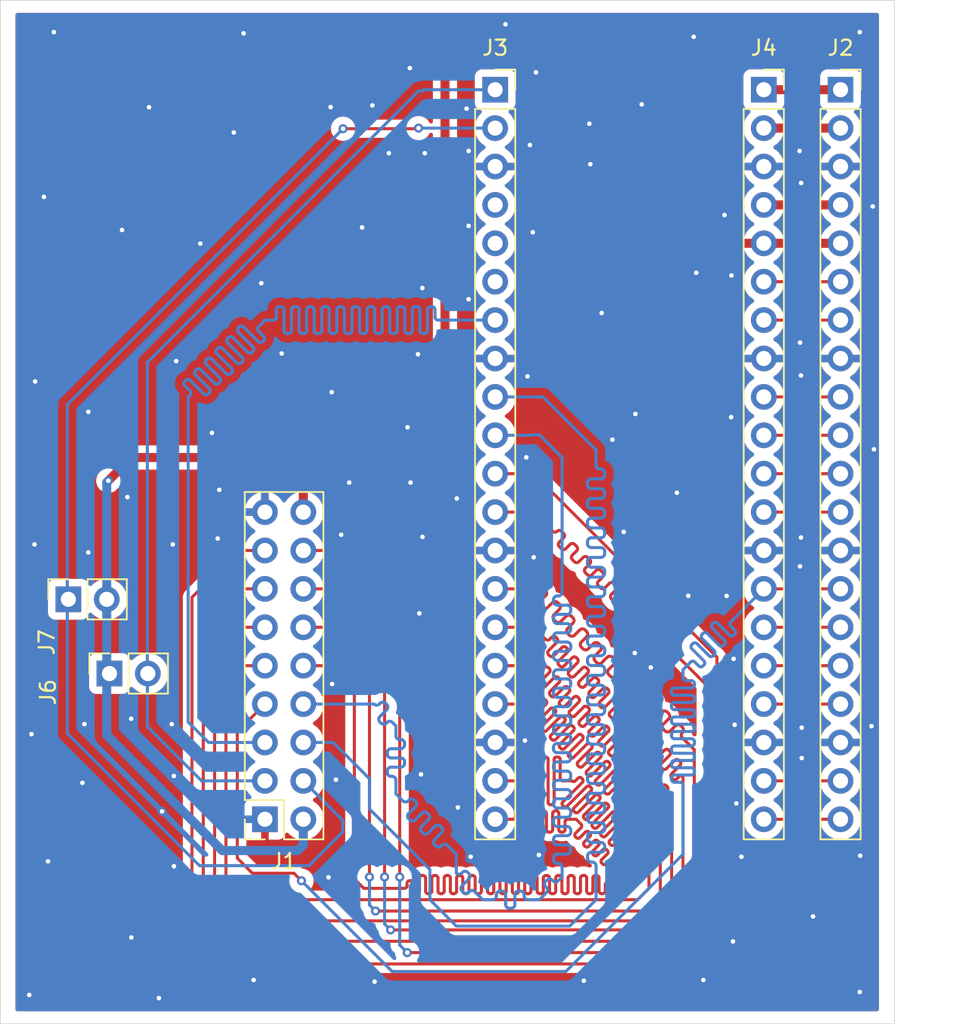
<source format=kicad_pcb>
(kicad_pcb (version 20240108) (generator "pcbnew") (generator_version "8.0")
  (layers (0 "F.Cu" signal) (31 "B.Cu" signal) (34 "B.Paste" user) (35 "F.Paste" user) (36 "B.SilkS" user "B.Silkscreen") (37 "F.SilkS" user "F.Silkscreen") (38 "B.Mask" user) (39 "F.Mask" user) (44 "Edge.Cuts" user))
  (net 0 "")
  (net 1 "GND")
  (net 2 "D6")
  (net 3 "D2")
  (net 4 "3.3V")
  (net 5 "D5")
  (net 6 "D1")
  (net 7 "D0")
  (net 8 "D4")
  (net 9 "D7")
  (net 10 "D3")
  (net 13 "SCL")
  (net 14 "VS")
  (net 15 "PLK")
  (net 16 "SDA")
  (net 17 "XLK")
  (net 18 "HS")
  (net 19 "Net-(J2-Pin_9)")
  (net 20 "Net-(J2-Pin_2)")
  (net 21 "Net-(J2-Pin_16)")
  (net 22 "Net-(J2-Pin_4)")
  (net 23 "Net-(J2-Pin_17)")
  (net 24 "Net-(J2-Pin_6)")
  (net 25 "Net-(J2-Pin_12)")
  (net 26 "Net-(J2-Pin_1)")
  (net 27 "Net-(J2-Pin_20)")
  (net 28 "Net-(J2-Pin_15)")
  (net 29 "Net-(J2-Pin_7)")
  (net 30 "Net-(J2-Pin_10)")
  (net 31 "Net-(J2-Pin_19)")
  (net 32 "Net-(J2-Pin_11)")
  (footprint "Connector_PinSocket_2.54mm:PinSocket_1x20_P2.54mm_Vertical" (layer "F.Cu") (at 210.82 58.42)
    (property "Reference" "J3")
    (property "Value" "Conn_01x20_Socket")
  )
  (footprint "Connector_PinSocket_2.54mm:PinSocket_2x09_P2.54mm_Vertical" (layer "F.Cu") (at 195.58 106.68 180)
    (property "Reference" "J1")
    (property "Value" "Conn_02x09_Odd_Even")
  )
  (footprint "Connector_PinSocket_2.54mm:PinSocket_1x20_P2.54mm_Vertical" (layer "F.Cu") (at 233.68 58.42)
    (property "Reference" "J2")
    (property "Value" "Conn_01x20_Socket")
  )
  (footprint "Connector_PinSocket_2.54mm:PinSocket_1x02_P2.54mm_Vertical" (layer "F.Cu") (at 185.29 97.04 90)
    (property "Reference" "J6")
    (property "Value" "Conn_01x02_Socket")
  )
  (footprint "Connector_PinSocket_2.54mm:PinSocket_1x20_P2.54mm_Vertical" (layer "F.Cu") (at 228.6 58.42)
    (property "Reference" "J4")
    (property "Value" "Conn_01x20_Socket")
  )
  (footprint "Connector_PinSocket_2.54mm:PinSocket_1x02_P2.54mm_Vertical" (layer "F.Cu") (at 182.57 92.13 90)
    (property "Reference" "J7")
    (property "Value" "Conn_01x02_Socket")
  )
  (gr_rect (start 178.07 52.51) (end 237.24 120.21) (stroke (width 0.05)) (fill none) (layer "Edge.Cuts"))
  (segment (start 228.6 76.2) (end 233.68 76.2) (width 0.2) (layer "F.Cu") (net 1))
  (segment (start 228.6 63.5) (end 233.68 63.5) (width 0.2) (layer "F.Cu") (net 1))
  (segment (start 228.6 101.6) (end 233.68 101.6) (width 0.2) (layer "F.Cu") (net 1))
  (segment (start 228.6 88.9) (end 233.68 88.9) (width 0.2) (layer "F.Cu") (net 1))
  (via (at 209.06 62.47) (size 0.6) (drill 0.3) (layers "F.Cu" "B.Cu") (net 1))
  (via (at 201.16 84.41) (size 0.6) (drill 0.3) (layers "F.Cu" "B.Cu") (net 1))
  (via (at 194.17 54.69) (size 0.6) (drill 0.3) (layers "F.Cu" "B.Cu") (net 1))
  (via (at 223.96 54.92) (size 0.6) (drill 0.3) (layers "F.Cu" "B.Cu") (net 1))
  (via (at 206.01 88) (size 0.6) (drill 0.3) (layers "F.Cu" "B.Cu") (net 1))
  (via (at 226.56 114.76) (size 0.6) (drill 0.3) (layers "F.Cu" "B.Cu") (net 1))
  (via (at 231 75.15) (size 0.6) (drill 0.3) (layers "F.Cu" "B.Cu") (net 1))
  (via (at 231.06 77.32) (size 0.6) (drill 0.3) (layers "F.Cu" "B.Cu") (net 1))
  (via (at 188.77 106.16) (size 0.6) (drill 0.3) (layers "F.Cu" "B.Cu") (net 1))
  (via (at 220.52 59.39) (size 0.6) (drill 0.3) (layers "F.Cu" "B.Cu") (net 1))
  (via (at 217.05 60.67) (size 0.6) (drill 0.3) (layers "F.Cu" "B.Cu") (net 1))
  (via (at 180.95 65.51) (size 0.6) (drill 0.3) (layers "F.Cu" "B.Cu") (net 1))
  (via (at 231.86 113.11) (size 0.6) (drill 0.3) (layers "F.Cu" "B.Cu") (net 1))
  (via (at 179.98 118.3) (size 0.6) (drill 0.3) (layers "F.Cu" "B.Cu") (net 1))
  (via (at 211.5 54.09) (size 0.6) (drill 0.3) (layers "F.Cu" "B.Cu") (net 1))
  (via (at 213.31 67.85) (size 0.6) (drill 0.3) (layers "F.Cu" "B.Cu") (net 1))
  (via (at 231.06 88.04) (size 0.6) (drill 0.3) (layers "F.Cu" "B.Cu") (net 1))
  (via (at 181.61 54.61) (size 0.6) (drill 0.3) (layers "F.Cu" "B.Cu") (net 1))
  (via (at 183.89 79.73) (size 0.6) (drill 0.3) (layers "F.Cu" "B.Cu") (net 1))
  (via (at 235.89 82.21) (size 0.6) (drill 0.3) (layers "F.Cu" "B.Cu") (net 1))
  (via (at 209.2 109.16) (size 0.6) (drill 0.3) (layers "F.Cu" "B.Cu") (net 1))
  (via (at 194.83 117.31) (size 0.6) (drill 0.3) (layers "F.Cu" "B.Cu") (net 1))
  (via (at 231.11 102.63) (size 0.6) (drill 0.3) (layers "F.Cu" "B.Cu") (net 1))
  (via (at 205.17 56.99) (size 0.6) (drill 0.3) (layers "F.Cu" "B.Cu") (net 1))
  (via (at 192.45 88.11) (size 0.6) (drill 0.3) (layers "F.Cu" "B.Cu") (net 1))
  (via (at 213.52 57.27) (size 0.6) (drill 0.3) (layers "F.Cu" "B.Cu") (net 1))
  (via (at 199.79 110.52) (size 0.6) (drill 0.3) (layers "F.Cu" "B.Cu") (net 1))
  (via (at 208.28 85.46) (size 0.6) (drill 0.3) (layers "F.Cu" "B.Cu") (net 1))
  (via (at 231 89.95) (size 0.6) (drill 0.3) (layers "F.Cu" "B.Cu") (net 1))
  (via (at 200.28 104.06) (size 0.6) (drill 0.3) (layers "F.Cu" "B.Cu") (net 1))
  (via (at 189.71 76.37) (size 0.6) (drill 0.3) (layers "F.Cu" "B.Cu") (net 1))
  (via (at 220.06 95.68) (size 0.6) (drill 0.3) (layers "F.Cu" "B.Cu") (net 1))
  (via (at 186.73 100.03) (size 0.6) (drill 0.3) (layers "F.Cu" "B.Cu") (net 1))
  (via (at 202.84 117.42) (size 0.6) (drill 0.3) (layers "F.Cu" "B.Cu") (net 1))
  (via (at 203.78 62.62) (size 0.6) (drill 0.3) (layers "F.Cu" "B.Cu") (net 1))
  (via (at 234.95 118.11) (size 0.6) (drill 0.3) (layers "F.Cu" "B.Cu") (net 1))
  (via (at 213.12 62.08) (size 0.6) (drill 0.3) (layers "F.Cu" "B.Cu") (net 1))
  (via (at 235.73 100.52) (size 0.6) (drill 0.3) (layers "F.Cu" "B.Cu") (net 1))
  (via (at 226.14 91.9) (size 0.6) (drill 0.3) (layers "F.Cu" "B.Cu") (net 1))
  (via (at 189.48 88.5) (size 0.6) (drill 0.3) (layers "F.Cu" "B.Cu") (net 1))
  (via (at 183.89 89.03) (size 0.6) (drill 0.3) (layers "F.Cu" "B.Cu") (net 1))
  (via (at 224.13 70.53) (size 0.6) (drill 0.3) (layers "F.Cu" "B.Cu") (net 1))
  (via (at 200.63 87.86) (size 0.6) (drill 0.3) (layers "F.Cu" "B.Cu") (net 1))
  (via (at 217.12 63.35) (size 0.6) (drill 0.3) (layers "F.Cu" "B.Cu") (net 1))
  (via (at 213.71 109.04) (size 0.6) (drill 0.3) (layers "F.Cu" "B.Cu") (net 1))
  (via (at 193.52 61.25) (size 0.6) (drill 0.3) (layers "F.Cu" "B.Cu") (net 1))
  (via (at 223.6 91.9) (size 0.6) (drill 0.3) (layers "F.Cu" "B.Cu") (net 1))
  (via (at 212.88 82.74) (size 0.6) (drill 0.3) (layers "F.Cu" "B.Cu") (net 1))
  (via (at 206 71.54) (size 0.6) (drill 0.3) (layers "F.Cu" "B.Cu") (net 1))
  (via (at 209.06 72.28) (size 0.6) (drill 0.3) (layers "F.Cu" "B.Cu") (net 1))
  (via (at 208.93 59.67) (size 0.6) (drill 0.3) (layers "F.Cu" "B.Cu") (net 1))
  (via (at 221.12 96.64) (size 0.6) (drill 0.3) (layers "F.Cu" "B.Cu") (net 1))
  (via (at 213.37 89.35) (size 0.6) (drill 0.3) (layers "F.Cu" "B.Cu") (net 1))
  (via (at 181.22 109.46) (size 0.6) (drill 0.3) (layers "F.Cu" "B.Cu") (net 1))
  (via (at 205.02 80.75) (size 0.6) (drill 0.3) (layers "F.Cu" "B.Cu") (net 1))
  (via (at 186.12 67.7) (size 0.6) (drill 0.3) (layers "F.Cu" "B.Cu") (net 1))
  (via (at 200 78.43) (size 0.6) (drill 0.3) (layers "F.Cu" "B.Cu") (net 1))
  (via (at 226.46 70.71) (size 0.6) (drill 0.3) (layers "F.Cu" "B.Cu") (net 1))
  (via (at 189.41 100.39) (size 0.6) (drill 0.3) (layers "F.Cu" "B.Cu") (net 1))
  (via (at 192.07 81.12) (size 0.6) (drill 0.3) (layers "F.Cu" "B.Cu") (net 1))
  (via (at 200.03 97.73) (size 0.6) (drill 0.3) (layers "F.Cu" "B.Cu") (net 1))
  (via (at 206.16 62.62) (size 0.6) (drill 0.3) (layers "F.Cu" "B.Cu") (net 1))
  (via (at 226 66.71) (size 0.6) (drill 0.3) (layers "F.Cu" "B.Cu") (net 1))
  (via (at 217.87 73.19) (size 0.6) (drill 0.3) (layers "F.Cu" "B.Cu") (net 1))
  (via (at 220.1 79.87) (size 0.6) (drill 0.3) (layers "F.Cu" "B.Cu") (net 1))
  (via (at 183.5 104.27) (size 0.6) (drill 0.3) (layers "F.Cu" "B.Cu") (net 1))
  (via (at 208.35 105.9) (size 0.6) (drill 0.3) (layers "F.Cu" "B.Cu") (net 1))
  (via (at 234.98 109.09) (size 0.6) (drill 0.3) (layers "F.Cu" "B.Cu") (net 1))
  (via (at 205.22 84.41) (size 0.6) (drill 0.3) (layers "F.Cu" "B.Cu") (net 1))
  (via (at 202.69 59.46) (size 0.6) (drill 0.3) (layers "F.Cu" "B.Cu") (net 1))
  (via (at 205.8 93.06) (size 0.6) (drill 0.3) (layers "F.Cu" "B.Cu") (net 1))
  (via (at 226.67 100.43) (size 0.6) (drill 0.3) (layers "F.Cu" "B.Cu") (net 1))
  (via (at 180.33 88.5) (size 0.6) (drill 0.3) (layers "F.Cu" "B.Cu") (net 1))
  (via (at 234.95 54.61) (size 0.6) (drill 0.3) (layers "F.Cu" "B.Cu") (net 1))
  (via (at 235.81 66.14) (size 0.6) (drill 0.3) (layers "F.Cu" "B.Cu") (net 1))
  (via (at 192.56 84.89) (size 0.6) (drill 0.3) (layers "F.Cu" "B.Cu") (net 1))
  (via (at 187.91 59.58) (size 0.6) (drill 0.3) (layers "F.Cu" "B.Cu") (net 1))
  (via (at 188.56 118.51) (size 0.6) (drill 0.3) (layers "F.Cu" "B.Cu") (net 1))
  (via (at 202.01 67.53) (size 0.6) (drill 0.3) (layers "F.Cu" "B.Cu") (net 1))
  (via (at 205.71 75.92) (size 0.6) (drill 0.3) (layers "F.Cu" "B.Cu") (net 1))
  (via (at 224.6 117.31) (size 0.6) (drill 0.3) (layers "F.Cu" "B.Cu") (net 1))
  (via (at 216.69 117.36) (size 0.6) (drill 0.3) (layers "F.Cu" "B.Cu") (net 1))
  (via (at 183.63 100.39) (size 0.6) (drill 0.3) (layers "F.Cu" "B.Cu") (net 1))
  (via (at 222.85 85.08) (size 0.6) (drill 0.3) (layers "F.Cu" "B.Cu") (net 1))
  (via (at 231.11 100.62) (size 0.6) (drill 0.3) (layers "F.Cu" "B.Cu") (net 1))
  (via (at 195.34 71.22) (size 0.6) (drill 0.3) (layers "F.Cu" "B.Cu") (net 1))
  (via (at 212.79 101.47) (size 0.6) (drill 0.3) (layers "F.Cu" "B.Cu") (net 1))
  (via (at 218.58 81.57) (size 0.6) (drill 0.3) (layers "F.Cu" "B.Cu") (net 1))
  (via (at 226.6 96.07) (size 0.6) (drill 0.3) (layers "F.Cu" "B.Cu") (net 1))
  (via (at 209.06 67.43) (size 0.6) (drill 0.3) (layers "F.Cu" "B.Cu") (net 1))
  (via (at 230.97 62.47) (size 0.6) (drill 0.3) (layers "F.Cu" "B.Cu") (net 1))
  (via (at 186.74 114.5) (size 0.6) (drill 0.3) (layers "F.Cu" "B.Cu") (net 1))
  (via (at 219.33 87.67) (size 0.6) (drill 0.3) (layers "F.Cu" "B.Cu") (net 1))
  (via (at 180.37 77.72) (size 0.6) (drill 0.3) (layers "F.Cu" "B.Cu") (net 1))
  (via (at 205.91 103.71) (size 0.6) (drill 0.3) (layers "F.Cu" "B.Cu") (net 1))
  (via (at 226.44 80.08) (size 0.6) (drill 0.3) (layers "F.Cu" "B.Cu") (net 1))
  (via (at 189.55 103.82) (size 0.6) (drill 0.3) (layers "F.Cu" "B.Cu") (net 1))
  (via (at 189.56 109.79) (size 0.6) (drill 0.3) (layers "F.Cu" "B.Cu") (net 1))
  (via (at 227.12 109.16) (size 0.6) (drill 0.3) (layers "F.Cu" "B.Cu") (net 1))
  (via (at 212.96 77.38) (size 0.6) (drill 0.3) (layers "F.Cu" "B.Cu") (net 1))
  (via (at 231.07 64.59) (size 0.6) (drill 0.3) (layers "F.Cu" "B.Cu") (net 1))
  (via (at 180.13 101.05) (size 0.6) (drill 0.3) (layers "F.Cu" "B.Cu") (net 1))
  (via (at 196.69 75.87) (size 0.6) (drill 0.3) (layers "F.Cu" "B.Cu") (net 1))
  (via (at 199.93 59.57) (size 0.6) (drill 0.3) (layers "F.Cu" "B.Cu") (net 1))
  (via (at 191.3 68.6) (size 0.6) (drill 0.3) (layers "F.Cu" "B.Cu") (net 1))
  (via (at 186.48 85.37) (size 0.6) (drill 0.3) (layers "F.Cu" "B.Cu") (net 1))
  (via (at 226.78 105.63) (size 0.6) (drill 0.3) (layers "F.Cu" "B.Cu") (net 1))
  (segment (start 217.710188 105.950189) (end 217.710189 105.950189) (width 0.2) (layer "F.Cu") (net 2))
  (segment (start 217.837468 107.74624) (end 217.894036 107.802808) (width 0.2) (layer "F.Cu") (net 2))
  (segment (start 216.861662 105.101662) (end 216.034347 105.928976) (width 0.2) (layer "F.Cu") (net 2))
  (segment (start 219.124402 107.364401) (end 219.124402 107.364402) (width 0.2) (layer "F.Cu") (net 2))
  (segment (start 220.135561 108.842252) (end 220.192129 108.89882) (width 0.2) (layer "F.Cu") (net 2))
  (segment (start 216.592964 104.238995) (end 216.409115 104.422841) (width 0.2) (layer "F.Cu") (net 2))
  (segment (start 219.690087 107.930086) (end 219.690087 107.930087) (width 0.2) (layer "F.Cu") (net 2))
  (segment (start 193 97) (end 193.48 96.52) (width 0.2) (layer "F.Cu") (net 2))
  (segment (start 219.972928 108.212929) (end 219.972929 108.212929) (width 0.2) (layer "F.Cu") (net 2))
  (segment (start 218.685995 108.368493) (end 219.407243 107.647244) (width 0.2) (layer "F.Cu") (net 2))
  (segment (start 219.987071 107.633101) (end 219.690087 107.930086) (width 0.2) (layer "F.Cu") (net 2))
  (segment (start 218.968838 108.87761) (end 219.025406 108.934178) (width 0.2) (layer "F.Cu") (net 2))
  (segment (start 216.578819 104.818819) (end 216.875802 104.521833) (width 0.2) (layer "F.Cu") (net 2))
  (segment (start 218.290016 105.936046) (end 217.993032 106.233031) (width 0.2) (layer "F.Cu") (net 2))
  (segment (start 210.82 104.14) (end 212.963968 104.14) (width 0.2) (layer "F.Cu") (net 2))
  (segment (start 220.418403 108.89882) (end 220.425474 108.891748) (width 0.2) (layer "F.Cu") (net 2))
  (segment (start 219.930503 107.350259) (end 219.987071 107.406827) (width 0.2) (layer "F.Cu") (net 2))
  (segment (start 218.841559 107.081559) (end 219.138542 106.784573) (width 0.2) (layer "F.Cu") (net 2))
  (segment (start 217.427347 105.667346) (end 217.427347 105.667347) (width 0.2) (layer "F.Cu") (net 2))
  (segment (start 214.723968 104.14) (end 214.723968 103.98) (width 0.2) (layer "F.Cu") (net 2))
  (segment (start 220.142632 108.608907) (end 220.135561 108.615978) (width 0.2) (layer "F.Cu") (net 2))
  (segment (start 216.295978 104.535978) (end 215.291886 105.540069) (width 0.2) (layer "F.Cu") (net 2))
  (segment (start 213.523968 103.98) (end 213.523968 104.14) (width 0.2) (layer "F.Cu") (net 2))
  (segment (start 218.403153 108.311925) (end 218.459721 108.368493) (width 0.2) (layer "F.Cu") (net 2))
  (segment (start 218.558717 106.798716) (end 218.558717 106.798717) (width 0.2) (layer "F.Cu") (net 2))
  (segment (start 219.407243 107.647244) (end 219.407244 107.647244) (width 0.2) (layer "F.Cu") (net 2))
  (segment (start 213.923968 105.56) (end 213.923968 104.14) (width 0.2) (layer "F.Cu") (net 2))
  (segment (start 217.993032 106.233031) (end 217.993032 106.233032) (width 0.2) (layer "F.Cu") (net 2))
  (segment (start 221 109.24) (end 221 109.5) (width 0.2) (layer "F.Cu") (net 2))
  (segment (start 219.421386 107.067416) (end 219.124402 107.364401) (width 0.2) (layer "F.Cu") (net 2))
  (segment (start 218.855701 106.501731) (end 218.558717 106.798716) (width 0.2) (layer "F.Cu") (net 2))
  (segment (start 218.275874 106.515874) (end 218.572857 106.218888) (width 0.2) (layer "F.Cu") (net 2))
  (segment (start 218.275873 106.515874) (end 218.275874 106.515874) (width 0.2) (layer "F.Cu") (net 2))
  (segment (start 214.723968 105.56) (end 214.723968 104.14) (width 0.2) (layer "F.Cu") (net 2))
  (segment (start 214.323968 104.14) (end 214.323968 105.56) (width 0.2) (layer "F.Cu") (net 2))
  (segment (start 219.364818 106.784574) (end 219.421386 106.841142) (width 0.2) (layer "F.Cu") (net 2))
  (segment (start 216.706098 106.61487) (end 216.762666 106.671438) (width 0.2) (layer "F.Cu") (net 2))
  (segment (start 217.144504 105.384504) (end 217.441487 105.087518) (width 0.2) (layer "F.Cu") (net 2))
  (segment (start 219.25168 108.934178) (end 219.972928 108.212929) (width 0.2) (layer "F.Cu") (net 2))
  (segment (start 217.158646 104.804676) (end 216.861662 105.101661) (width 0.2) (layer "F.Cu") (net 2))
  (segment (start 216.536396 103.956153) (end 216.592964 104.012721) (width 0.2) (layer "F.Cu") (net 2))
  (segment (start 216.126274 104.14) (end 216.310122 103.956153) (width 0.2) (layer "F.Cu") (net 2))
  (segment (start 221.118442 107.633101) (end 220.25577 108.49577) (width 0.2) (layer "F.Cu") (net 2))
  (segment (start 213.523968 104.14) (end 213.523968 105.56) (width 0.2) (layer "F.Cu") (net 2))
  (segment (start 216.034347 106.155251) (end 216.090915 106.211819) (width 0.2) (layer "F.Cu") (net 2))
  (segment (start 217.993032 106.233032) (end 217.271783 106.95428) (width 0.2) (layer "F.Cu") (net 2))
  (segment (start 214.083968 102.56) (end 214.163968 102.56) (width 0.2) (layer "F.Cu") (net 2))
  (segment (start 217.271783 107.180555) (end 217.328351 107.237123) (width 0.2) (layer "F.Cu") (net 2))
  (segment (start 218.558717 106.798717) (end 217.837468 107.519965) (width 0.2) (layer "F.Cu") (net 2))
  (segment (start 220.651748 108.891748) (end 220.708318 108.948318) (width 0.2) (layer "F.Cu") (net 2))
  (segment (start 218.799133 106.218889) (end 218.855701 106.275457) (width 0.2) (layer "F.Cu") (net 2))
  (segment (start 219.690087 107.930087) (end 218.968838 108.651335) (width 0.2) (layer "F.Cu") (net 2))
  (segment (start 214.883968 102.56) (end 214.963968 102.56) (width 0.2) (layer "F.Cu") (net 2))
  (segment (start 216.861662 105.101661) (end 216.861662 105.101662) (width 0.2) (layer "F.Cu") (net 2))
  (segment (start 215.363968 104.14) (end 215.9 104.14) (width 0.2) (layer "F.Cu") (net 2))
  (segment (start 216.409115 104.422841) (end 216.295978 104.535978) (width 0.2) (layer "F.Cu") (net 2))
  (segment (start 214.723968 103.98) (end 214.723968 102.72) (width 0.2) (layer "F.Cu") (net 2))
  (segment (start 213.683968 105.72) (end 213.763968 105.72) (width 0.2) (layer "F.Cu") (net 2))
  (segment (start 213.123968 103.98) (end 213.123968 102.72) (width 0.2) (layer "F.Cu") (net 2))
  (segment (start 213.923968 104.14) (end 213.923968 102.72) (width 0.2) (layer "F.Cu") (net 2))
  (segment (start 193 110.75) (end 193 97) (width 0.2) (layer "F.Cu") (net 2))
  (segment (start 217.724331 105.370361) (end 217.427347 105.667346) (width 0.2) (layer "F.Cu") (net 2))
  (segment (start 220.25577 108.49577) (end 220.142632 108.608907) (width 0.2) (layer "F.Cu") (net 2))
  (segment (start 214.483968 105.72) (end 214.563968 105.72) (width 0.2) (layer "F.Cu") (net 2))
  (segment (start 220.25 112) (end 194.25 112) (width 0.2) (layer "F.Cu") (net 2))
  (segment (start 217.667763 105.087519) (end 217.724331 105.144087) (width 0.2) (layer "F.Cu") (net 2))
  (segment (start 221 109.5) (end 221 111.25) (width 0.2) (layer "F.Cu") (net 2))
  (segment (start 213.283968 102.56) (end 213.363968 102.56) (width 0.2) (layer "F.Cu") (net 2))
  (segment (start 193.48 96.52) (end 195.58 96.52) (width 0.2) (layer "F.Cu") (net 2))
  (segment (start 219.972929 108.212929) (end 220.835598 107.350257) (width 0.2) (layer "F.Cu") (net 2))
  (segment (start 194.25 112) (end 193 110.75) (width 0.2) (layer "F.Cu") (net 2))
  (segment (start 214.323968 102.72) (end 214.323968 104.14) (width 0.2) (layer "F.Cu") (net 2))
  (segment (start 221.061874 107.350259) (end 221.118442 107.406827) (width 0.2) (layer "F.Cu") (net 2))
  (segment (start 215.291886 105.766343) (end 215.348454 105.822911) (width 0.2) (layer "F.Cu") (net 2))
  (segment (start 216.98894 106.671438) (end 217.710188 105.950189) (width 0.2) (layer "F.Cu") (net 2))
  (segment (start 220.708318 108.948318) (end 221 109.24) (width 0.2) (layer "F.Cu") (net 2))
  (segment (start 215.283968 104.14) (end 215.363968 104.14) (width 0.2) (layer "F.Cu") (net 2))
  (segment (start 221 111.25) (end 220.25 112) (width 0.2) (layer "F.Cu") (net 2))
  (segment (start 215.123968 102.72) (end 215.123968 103.98) (width 0.2) (layer "F.Cu") (net 2))
  (segment (start 217.710189 105.950189) (end 218.007172 105.653203) (width 0.2) (layer "F.Cu") (net 2))
  (segment (start 219.407244 107.647244) (end 219.704227 107.350258) (width 0.2) (layer "F.Cu") (net 2))
  (segment (start 217.144503 105.384504) (end 217.144504 105.384504) (width 0.2) (layer "F.Cu") (net 2))
  (segment (start 218.841558 107.081559) (end 218.841559 107.081559) (width 0.2) (layer "F.Cu") (net 2))
  (segment (start 217.554625 107.237123) (end 218.275873 106.515874) (width 0.2) (layer "F.Cu") (net 2))
  (segment (start 219.124402 107.364402) (end 218.403153 108.08565) (width 0.2) (layer "F.Cu") (net 2))
  (segment (start 217.427347 105.667347) (end 216.706098 106.388595) (width 0.2) (layer "F.Cu") (net 2))
  (segment (start 218.12031 107.802808) (end 218.841558 107.081559) (width 0.2) (layer "F.Cu") (net 2))
  (segment (start 216.317189 106.211819) (end 217.144503 105.384504) (width 0.2) (layer "F.Cu") (net 2))
  (segment (start 215.574728 105.822911) (end 216.578819 104.818819) (width 0.2) (layer "F.Cu") (net 2))
  (segment (start 218.233448 105.653204) (end 218.290016 105.709772) (width 0.2) (layer "F.Cu") (net 2))
  (segment (start 217.102078 104.521834) (end 217.158646 104.578402) (width 0.2) (layer "F.Cu") (net 2))
  (segment (start 213.523968 102.72) (end 213.523968 103.98) (width 0.2) (layer "F.Cu") (net 2))
  (arc (start 216.592964 104.012721) (mid 216.639827 104.125858) (end 216.592964 104.238995) (width 0.2) (layer "F.Cu") (net 2))
  (arc (start 215.348454 105.822911) (mid 215.461591 105.869774) (end 215.574728 105.822911) (width 0.2) (layer "F.Cu") (net 2))
  (arc (start 216.762666 106.671438) (mid 216.875803 106.718301) (end 216.98894 106.671438) (width 0.2) (layer "F.Cu") (net 2))
  (arc (start 215.291886 105.540069) (mid 215.245023 105.653206) (end 215.291886 105.766343) (width 0.2) (layer "F.Cu") (net 2))
  (arc (start 213.123968 102.72) (mid 213.170831 102.606863) (end 213.283968 102.56) (width 0.2) (layer "F.Cu") (net 2))
  (arc (start 219.704227 107.350258) (mid 219.817366 107.303397) (end 219.930503 107.350259) (width 0.2) (layer "F.Cu") (net 2))
  (arc (start 218.403153 108.08565) (mid 218.35629 108.198787) (end 218.403153 108.311925) (width 0.2) (layer "F.Cu") (net 2))
  (arc (start 212.963968 104.14) (mid 213.077105 104.093137) (end 213.123968 103.98) (width 0.2) (layer "F.Cu") (net 2))
  (arc (start 218.572857 106.218888) (mid 218.685996 106.172027) (end 218.799133 106.218889) (width 0.2) (layer "F.Cu") (net 2))
  (arc (start 218.855701 106.275457) (mid 218.902564 106.388594) (end 218.855701 106.501731) (width 0.2) (layer "F.Cu") (net 2))
  (arc (start 219.421386 106.841142) (mid 219.468249 106.954279) (end 219.421386 107.067416) (width 0.2) (layer "F.Cu") (net 2))
  (arc (start 220.135561 108.615978) (mid 220.088698 108.729115) (end 220.135561 108.842252) (width 0.2) (layer "F.Cu") (net 2))
  (arc (start 214.963968 102.56) (mid 215.077105 102.606863) (end 215.123968 102.72) (width 0.2) (layer "F.Cu") (net 2))
  (arc (start 217.724331 105.144087) (mid 217.771194 105.257224) (end 217.724331 105.370361) (width 0.2) (layer "F.Cu") (net 2))
  (arc (start 221.118442 107.406827) (mid 221.165305 107.519964) (end 221.118442 107.633101) (width 0.2) (layer "F.Cu") (net 2))
  (arc (start 219.138542 106.784573) (mid 219.251681 106.737712) (end 219.364818 106.784574) (width 0.2) (layer "F.Cu") (net 2))
  (arc (start 218.007172 105.653203) (mid 218.120311 105.606342) (end 218.233448 105.653204) (width 0.2) (layer "F.Cu") (net 2))
  (arc (start 217.158646 104.578402) (mid 217.205509 104.691539) (end 217.158646 104.804676) (width 0.2) (layer "F.Cu") (net 2))
  (arc (start 219.025406 108.934178) (mid 219.138543 108.981041) (end 219.25168 108.934178) (width 0.2) (layer "F.Cu") (net 2))
  (arc (start 217.441487 105.087518) (mid 217.554626 105.040657) (end 217.667763 105.087519) (width 0.2) (layer "F.Cu") (net 2))
  (arc (start 216.706098 106.388595) (mid 216.659235 106.501732) (end 216.706098 106.61487) (width 0.2) (layer "F.Cu") (net 2))
  (arc (start 220.835598 107.350257) (mid 220.948737 107.303396) (end 221.061874 107.350259) (width 0.2) (layer "F.Cu") (net 2))
  (arc (start 213.763968 105.72) (mid 213.877105 105.673137) (end 213.923968 105.56) (width 0.2) (layer "F.Cu") (net 2))
  (arc (start 220.192129 108.89882) (mid 220.305266 108.945683) (end 220.418403 108.89882) (width 0.2) (layer "F.Cu") (net 2))
  (arc (start 218.459721 108.368493) (mid 218.572858 108.415356) (end 218.685995 108.368493) (width 0.2) (layer "F.Cu") (net 2))
  (arc (start 216.034347 105.928976) (mid 215.987484 106.042113) (end 216.034347 106.155251) (width 0.2) (layer "F.Cu") (net 2))
  (arc (start 214.323968 105.56) (mid 214.370831 105.673137) (end 214.483968 105.72) (width 0.2) (layer "F.Cu") (net 2))
  (arc (start 215.123968 103.98) (mid 215.170831 104.093137) (end 215.283968 104.14) (width 0.2) (layer "F.Cu") (net 2))
  (arc (start 214.163968 102.56) (mid 214.277105 102.606863) (end 214.323968 102.72) (width 0.2) (layer "F.Cu") (net 2))
  (arc (start 217.837468 107.519965) (mid 217.790605 107.633102) (end 217.837468 107.74624) (width 0.2) (layer "F.Cu") (net 2))
  (arc (start 213.363968 102.56) (mid 213.477105 102.606863) (end 213.523968 102.72) (width 0.2) (layer "F.Cu") (net 2))
  (arc (start 219.987071 107.406827) (mid 220.033934 107.519964) (end 219.987071 107.633101) (width 0.2) (layer "F.Cu") (net 2))
  (arc (start 214.563968 105.72) (mid 214.677105 105.673137) (end 214.723968 105.56) (width 0.2) (layer "F.Cu") (net 2))
  (arc (start 213.923968 102.72) (mid 213.970831 102.606863) (end 214.083968 102.56) (width 0.2) (layer "F.Cu") (net 2))
  (arc (start 216.310122 103.956153) (mid 216.423259 103.90929) (end 216.536396 103.956153) (width 0.2) (layer "F.Cu") (net 2))
  (arc (start 217.271783 106.95428) (mid 217.22492 107.067417) (end 217.271783 107.180555) (width 0.2) (layer "F.Cu") (net 2))
  (arc (start 217.328351 107.237123) (mid 217.441488 107.283986) (end 217.554625 107.237123) (width 0.2) (layer "F.Cu") (net 2))
  (arc (start 214.723968 102.72) (mid 214.770831 102.606863) (end 214.883968 102.56) (width 0.2) (layer "F.Cu") (net 2))
  (arc (start 216.090915 106.211819) (mid 216.204052 106.258682) (end 216.317189 106.211819) (width 0.2) (layer "F.Cu") (net 2))
  (arc (start 218.290016 105.709772) (mid 218.336879 105.822909) (end 218.290016 105.936046) (width 0.2) (layer "F.Cu") (net 2))
  (arc (start 218.968838 108.651335) (mid 218.921975 108.764472) (end 218.968838 108.87761) (width 0.2) (layer "F.Cu") (net 2))
  (arc (start 216.875802 104.521833) (mid 216.988941 104.474972) (end 217.102078 104.521834) (width 0.2) (layer "F.Cu") (net 2))
  (arc (start 220.425474 108.891748) (mid 220.538611 108.844885) (end 220.651748 108.891748) (width 0.2) (layer "F.Cu") (net 2))
  (arc (start 217.894036 107.802808) (mid 218.007173 107.849671) (end 218.12031 107.802808) (width 0.2) (layer "F.Cu") (net 2))
  (arc (start 215.9 104.14) (mid 216.013137 104.186863) (end 216.126274 104.14) (width 0.2) (layer "F.Cu") (net 2))
  (arc (start 213.523968 105.56) (mid 213.570831 105.673137) (end 213.683968 105.72) (width 0.2) (layer "F.Cu") (net 2))
  (segment (start 216.980378 95.406861) (end 217.153619 95.233619) (width 0.2) (layer "F.Cu") (net 3))
  (segment (start 217.153619 95.233619) (end 217.326859 95.060376) (width 0.2) (layer "F.Cu") (net 3))
  (segment (start 218.058713 96.138713) (end 218.231953 95.96547) (width 0.2) (layer "F.Cu") (net 3))
  (segment (start 219.243112 98.016077) (end 219.349178 98.122143) (width 0.2) (layer "F.Cu") (net 3))
  (segment (start 221.505848 99.932331) (end 221.679089 99.759089) (width 0.2) (layer "F.Cu") (net 3))
  (segment (start 214.890884 92.970884) (end 214.717642 93.144125) (width 0.2) (layer "F.Cu") (net 3))
  (segment (start 219.589597 97.323114) (end 219.416354 97.496354) (width 0.2) (layer "F.Cu") (net 3))
  (segment (start 217.432924 96.205889) (end 217.53899 96.311955) (width 0.2) (layer "F.Cu") (net 3))
  (segment (start 221.679089 99.759089) (end 221.852329 99.585846) (width 0.2) (layer "F.Cu") (net 3))
  (segment (start 217.673343 95.060378) (end 217.779409 95.166444) (width 0.2) (layer "F.Cu") (net 3))
  (segment (start 219.868901 97.948901) (end 220.042141 97.775658) (width 0.2) (layer "F.Cu") (net 3))
  (segment (start 221.958394 100.731359) (end 222.06446 100.837425) (width 0.2) (layer "F.Cu") (net 3))
  (segment (start 215.343431 93.423431) (end 215.516671 93.250188) (width 0.2) (layer "F.Cu") (net 3))
  (segment (start 214.265096 92.691579) (end 214.438337 92.518337) (width 0.2) (layer "F.Cu") (net 3))
  (segment (start 222.198813 99.585848) (end 222.304879 99.691914) (width 0.2) (layer "F.Cu") (net 3))
  (segment (start 214.717642 93.490607) (end 214.823708 93.596673) (width 0.2) (layer "F.Cu") (net 3))
  (segment (start 218.578437 95.965472) (end 218.684503 96.071538) (width 0.2) (layer "F.Cu") (net 3))
  (segment (start 222.304879 100.038396) (end 222.131636 100.211636) (width 0.2) (layer "F.Cu") (net 3))
  (segment (start 210.82 91.44) (end 213.36 91.44) (width 0.2) (layer "F.Cu") (net 3))
  (segment (start 220.600754 99.027237) (end 220.773995 98.853995) (width 0.2) (layer "F.Cu") (net 3))
  (segment (start 216.52783 95.300795) (end 216.633896 95.406861) (width 0.2) (layer "F.Cu") (net 3))
  (segment (start 216.768249 94.155284) (end 216.874315 94.26135) (width 0.2) (layer "F.Cu") (net 3))
  (segment (start 224 102.08) (end 224 113.25) (width 0.2) (layer "F.Cu") (net 3))
  (segment (start 191.5 94) (end 194.06 91.44) (width 0.2) (layer "F.Cu") (net 3))
  (segment (start 218.684503 96.41802) (end 218.51126 96.59126) (width 0.2) (layer "F.Cu") (net 3))
  (segment (start 220.148206 98.921171) (end 220.254272 99.027237) (width 0.2) (layer "F.Cu") (net 3))
  (segment (start 213.812548 92.585513) (end 213.918614 92.691579) (width 0.2) (layer "F.Cu") (net 3))
  (segment (start 218.790566 97.217049) (end 218.963807 97.043807) (width 0.2) (layer "F.Cu") (net 3))
  (segment (start 213.98579 92.06579) (end 213.812548 92.239031) (width 0.2) (layer "F.Cu") (net 3))
  (segment (start 220.494691 98.228208) (end 220.321448 98.401448) (width 0.2) (layer "F.Cu") (net 3))
  (segment (start 215.969221 93.702738) (end 215.795978 93.875978) (width 0.2) (layer "F.Cu") (net 3))
  (segment (start 195 114.75) (end 191.5 111.25) (width 0.2) (layer "F.Cu") (net 3))
  (segment (start 223.52 101.6) (end 224 102.08) (width 0.2) (layer "F.Cu") (net 3))
  (segment (start 214.15903 91.892548) (end 213.985789 92.06579) (width 0.2) (layer "F.Cu") (net 3))
  (segment (start 194.06 91.44) (end 195.58 91.44) (width 0.2) (layer "F.Cu") (net 3))
  (segment (start 217.885472 96.311955) (end 218.058713 96.138713) (width 0.2) (layer "F.Cu") (net 3))
  (segment (start 221.226542 99.306542) (end 221.0533 99.479783) (width 0.2) (layer "F.Cu") (net 3))
  (segment (start 215.064127 92.797644) (end 214.890884 92.970884) (width 0.2) (layer "F.Cu") (net 3))
  (segment (start 218.51126 96.59126) (end 218.338018 96.764501) (width 0.2) (layer "F.Cu") (net 3))
  (segment (start 216.874315 94.607832) (end 216.701072 94.781072) (width 0.2) (layer "F.Cu") (net 3))
  (segment (start 215.795978 93.875978) (end 215.622736 94.049219) (width 0.2) (layer "F.Cu") (net 3))
  (segment (start 220.773995 98.853995) (end 220.947235 98.680752) (width 0.2) (layer "F.Cu") (net 3))
  (segment (start 216.701072 94.781072) (end 216.52783 94.954313) (width 0.2) (layer "F.Cu") (net 3))
  (segment (start 224 113.25) (end 222.5 114.75) (width 0.2) (layer "F.Cu") (net 3))
  (segment (start 218.963807 97.043807) (end 219.137047 96.870564) (width 0.2) (layer "F.Cu") (net 3))
  (segment (start 220.321448 98.401448) (end 220.148206 98.574689) (width 0.2) (layer "F.Cu") (net 3))
  (segment (start 216.248525 94.328525) (end 216.421765 94.155282) (width 0.2) (layer "F.Cu") (net 3))
  (segment (start 219.416354 97.496354) (end 219.243112 97.669595) (width 0.2) (layer "F.Cu") (net 3))
  (segment (start 221.399785 99.133302) (end 221.226542 99.306542) (width 0.2) (layer "F.Cu") (net 3))
  (segment (start 222.410942 100.837425) (end 222.584183 100.664183) (width 0.2) (layer "F.Cu") (net 3))
  (segment (start 222.131636 100.211636) (end 221.958394 100.384877) (width 0.2) (layer "F.Cu") (net 3))
  (segment (start 214.438337 92.518337) (end 214.611577 92.345094) (width 0.2) (layer "F.Cu") (net 3))
  (segment (start 217.779409 95.512926) (end 217.606166 95.686166) (width 0.2) (layer "F.Cu") (net 3))
  (segment (start 221.0533 99.826265) (end 221.159366 99.932331) (width 0.2) (layer "F.Cu") (net 3))
  (segment (start 214.052964 91.44) (end 214.15903 91.546066) (width 0.2) (layer "F.Cu") (net 3))
  (segment (start 222.5 114.75) (end 195 114.75) (width 0.2) (layer "F.Cu") (net 3))
  (segment (start 223.103907 100.490942) (end 223.209973 100.597008) (width 0.2) (layer "F.Cu") (net 3))
  (segment (start 215.17019 93.596673) (end 215.343431 93.423431) (width 0.2) (layer "F.Cu") (net 3))
  (segment (start 219.483531 96.870566) (end 219.589597 96.976632) (width 0.2) (layer "F.Cu") (net 3))
  (segment (start 219.69566 98.122143) (end 219.868901 97.948901) (width 0.2) (layer "F.Cu") (net 3))
  (segment (start 191.5 111.25) (end 191.5 94) (width 0.2) (layer "F.Cu") (net 3))
  (segment (start 218.338018 97.110983) (end 218.444084 97.217049) (width 0.2) (layer "F.Cu") (net 3))
  (segment (start 215.622736 94.395701) (end 215.728802 94.501767) (width 0.2) (layer "F.Cu") (net 3))
  (segment (start 223.209973 101.289972) (end 223.316038 101.396038) (width 0.2) (layer "F.Cu") (net 3))
  (segment (start 213.985789 92.06579) (end 213.98579 92.06579) (width 0.2) (layer "F.Cu") (net 3))
  (segment (start 222.584183 100.664183) (end 222.757423 100.49094) (width 0.2) (layer "F.Cu") (net 3))
  (segment (start 217.606166 95.686166) (end 217.432924 95.859407) (width 0.2) (layer "F.Cu") (net 3))
  (segment (start 216.075284 94.501767) (end 216.248525 94.328525) (width 0.2) (layer "F.Cu") (net 3))
  (segment (start 220.388625 97.77566) (end 220.494691 97.881726) (width 0.2) (layer "F.Cu") (net 3))
  (segment (start 214.958061 92.345096) (end 215.064127 92.451162) (width 0.2) (layer "F.Cu") (net 3))
  (segment (start 223.316038 101.396038) (end 223.52 101.6) (width 0.2) (layer "F.Cu") (net 3))
  (segment (start 221.293719 98.680754) (end 221.399785 98.78682) (width 0.2) (layer "F.Cu") (net 3))
  (segment (start 215.863155 93.25019) (end 215.969221 93.356256) (width 0.2) (layer "F.Cu") (net 3))
  (arc (start 218.231953 95.96547) (mid 218.405196 95.893713) (end 218.578437 95.965472) (width 0.2) (layer "F.Cu") (net 3))
  (arc (start 220.042141 97.775658) (mid 220.215384 97.703901) (end 220.388625 97.77566) (width 0.2) (layer "F.Cu") (net 3))
  (arc (start 218.338018 96.764501) (mid 218.266259 96.937742) (end 218.338018 97.110983) (width 0.2) (layer "F.Cu") (net 3))
  (arc (start 215.622736 94.049219) (mid 215.550977 94.22246) (end 215.622736 94.395701) (width 0.2) (layer "F.Cu") (net 3))
  (arc (start 214.611577 92.345094) (mid 214.78482 92.273337) (end 214.958061 92.345096) (width 0.2) (layer "F.Cu") (net 3))
  (arc (start 214.717642 93.144125) (mid 214.645883 93.317366) (end 214.717642 93.490607) (width 0.2) (layer "F.Cu") (net 3))
  (arc (start 221.852329 99.585846) (mid 222.025572 99.514089) (end 222.198813 99.585848) (width 0.2) (layer "F.Cu") (net 3))
  (arc (start 215.516671 93.250188) (mid 215.689914 93.178431) (end 215.863155 93.25019) (width 0.2) (layer "F.Cu") (net 3))
  (arc (start 218.684503 96.071538) (mid 218.756262 96.244779) (end 218.684503 96.41802) (width 0.2) (layer "F.Cu") (net 3))
  (arc (start 213.918614 92.691579) (mid 214.091855 92.763338) (end 214.265096 92.691579) (width 0.2) (layer "F.Cu") (net 3))
  (arc (start 219.589597 96.976632) (mid 219.661356 97.149873) (end 219.589597 97.323114) (width 0.2) (layer "F.Cu") (net 3))
  (arc (start 215.064127 92.451162) (mid 215.135886 92.624403) (end 215.064127 92.797644) (width 0.2) (layer "F.Cu") (net 3))
  (arc (start 215.969221 93.356256) (mid 216.04098 93.529497) (end 215.969221 93.702738) (width 0.2) (layer "F.Cu") (net 3))
  (arc (start 217.53899 96.311955) (mid 217.712231 96.383714) (end 217.885472 96.311955) (width 0.2) (layer "F.Cu") (net 3))
  (arc (start 222.06446 100.837425) (mid 222.237701 100.909184) (end 222.410942 100.837425) (width 0.2) (layer "F.Cu") (net 3))
  (arc (start 220.494691 97.881726) (mid 220.56645 98.054967) (end 220.494691 98.228208) (width 0.2) (layer "F.Cu") (net 3))
  (arc (start 221.399785 98.78682) (mid 221.471544 98.960061) (end 221.399785 99.133302) (width 0.2) (layer "F.Cu") (net 3))
  (arc (start 219.349178 98.122143) (mid 219.522419 98.193902) (end 219.69566 98.122143) (width 0.2) (layer "F.Cu") (net 3))
  (arc (start 216.421765 94.155282) (mid 216.595008 94.083525) (end 216.768249 94.155284) (width 0.2) (layer "F.Cu") (net 3))
  (arc (start 218.444084 97.217049) (mid 218.617325 97.288808) (end 218.790566 97.217049) (width 0.2) (layer "F.Cu") (net 3))
  (arc (start 213.36 91.44) (mid 213.533241 91.511759) (end 213.706482 91.44) (width 0.2) (layer "F.Cu") (net 3))
  (arc (start 223.209973 100.597008) (mid 223.281732 100.770249) (end 223.209973 100.94349) (width 0.2) (layer "F.Cu") (net 3))
  (arc (start 214.823708 93.596673) (mid 214.996949 93.668432) (end 215.17019 93.596673) (width 0.2) (layer "F.Cu") (net 3))
  (arc (start 219.243112 97.669595) (mid 219.171353 97.842836) (end 219.243112 98.016077) (width 0.2) (layer "F.Cu") (net 3))
  (arc (start 217.326859 95.060376) (mid 217.500102 94.988619) (end 217.673343 95.060378) (width 0.2) (layer "F.Cu") (net 3))
  (arc (start 222.757423 100.49094) (mid 222.930666 100.419183) (end 223.103907 100.490942) (width 0.2) (layer "F.Cu") (net 3))
  (arc (start 216.874315 94.26135) (mid 216.946074 94.434591) (end 216.874315 94.607832) (width 0.2) (layer "F.Cu") (net 3))
  (arc (start 221.159366 99.932331) (mid 221.332607 100.00409) (end 221.505848 99.932331) (width 0.2) (layer "F.Cu") (net 3))
  (arc (start 213.706482 91.44) (mid 213.879723 91.368241) (end 214.052964 91.44) (width 0.2) (layer "F.Cu") (net 3))
  (arc (start 217.779409 95.166444) (mid 217.851168 95.339685) (end 217.779409 95.512926) (width 0.2) (layer "F.Cu") (net 3))
  (arc (start 220.254272 99.027237) (mid 220.427513 99.098996) (end 220.600754 99.027237) (width 0.2) (layer "F.Cu") (net 3))
  (arc (start 216.633896 95.406861) (mid 216.807137 95.47862) (end 216.980378 95.406861) (width 0.2) (layer "F.Cu") (net 3))
  (arc (start 215.728802 94.501767) (mid 215.902043 94.573526) (end 216.075284 94.501767) (width 0.2) (layer "F.Cu") (net 3))
  (arc (start 219.137047 96.870564) (mid 219.31029 96.798807) (end 219.483531 96.870566) (width 0.2) (layer "F.Cu") (net 3))
  (arc (start 220.947235 98.680752) (mid 221.120478 98.608995) (end 221.293719 98.680754) (width 0.2) (layer "F.Cu") (net 3))
  (arc (start 221.958394 100.384877) (mid 221.886635 100.558118) (end 221.958394 100.731359) (width 0.2) (layer "F.Cu") (net 3))
  (arc (start 223.209973 100.94349) (mid 223.138214 101.116731) (end 223.209973 101.289972) (width 0.2) (layer "F.Cu") (net 3))
  (arc (start 213.812548 92.239031) (mid 213.740789 92.412272) (end 213.812548 92.585513) (width 0.2) (layer "F.Cu") (net 3))
  (arc (start 217.432924 95.859407) (mid 217.361165 96.032648) (end 217.432924 96.205889) (width 0.2) (layer "F.Cu") (net 3))
  (arc (start 221.0533 99.479783) (mid 220.981541 99.653024) (end 221.0533 99.826265) (width 0.2) (layer "F.Cu") (net 3))
  (arc (start 220.148206 98.574689) (mid 220.076447 98.74793) (end 220.148206 98.921171) (width 0.2) (layer "F.Cu") (net 3))
  (arc (start 222.304879 99.691914) (mid 222.376638 99.865155) (end 222.304879 100.038396) (width 0.2) (layer "F.Cu") (net 3))
  (arc (start 214.15903 91.546066) (mid 214.230789 91.719307) (end 214.15903 91.892548) (width 0.2) (layer "F.Cu") (net 3))
  (arc (start 216.52783 94.954313) (mid 216.456071 95.127554) (end 216.52783 95.300795) (width 0.2) (layer "F.Cu") (net 3))
  (segment (start 207.5 80.5) (end 207.5 57.25) (width 0.6) (layer "F.Cu") (net 4))
  (segment (start 198.12 86.36) (end 198.12 82.77) (width 0.6) (layer "F.Cu") (net 4))
  (segment (start 198.12 82.77) (end 198.14 82.75) (width 0.6) (layer "F.Cu") (net 4))
  (segment (start 218.75 62.5) (end 224.83 68.58) (width 0.6) (layer "F.Cu") (net 4))
  (segment (start 228.52 68.5) (end 228.6 68.58) (width 0.2) (layer "F.Cu") (net 4))
  (segment (start 207.5 57.25) (end 209.25 55.5) (width 0.6) (layer "F.Cu") (net 4))
  (segment (start 185.215 84.285) (end 186.75 82.75) (width 0.6) (layer "F.Cu") (net 4))
  (segment (start 218.75 60) (end 218.75 62.5) (width 0.6) (layer "F.Cu") (net 4))
  (segment (start 224.83 68.58) (end 228.6 68.58) (width 0.6) (layer "F.Cu") (net 4))
  (segment (start 205.25 82.75) (end 207.5 80.5) (width 0.6) (layer "F.Cu") (net 4))
  (segment (start 214.25 55.5) (end 218.75 60) (width 0.6) (layer "F.Cu") (net 4))
  (segment (start 198.14 82.75) (end 205.25 82.75) (width 0.6) (layer "F.Cu") (net 4))
  (segment (start 209.25 55.5) (end 214.25 55.5) (width 0.6) (layer "F.Cu") (net 4))
  (segment (start 228.6 68.58) (end 233.68 68.58) (width 0.6) (layer "F.Cu") (net 4))
  (segment (start 198.12 106.68) (end 198 106.8) (width 0.2) (layer "F.Cu") (net 4))
  (segment (start 186.75 82.75) (end 198.14 82.75) (width 0.6) (layer "F.Cu") (net 4))
  (via (at 185.215 84.285) (size 0.6) (drill 0.3) (layers "F.Cu" "B.Cu") (net 4))
  (segment (start 192.75 108.75) (end 197.75 108.75) (width 0.6) (layer "B.Cu") (net 4))
  (segment (start 185.11 97.08) (end 185.11 92.275) (width 0.6) (layer "B.Cu") (net 4))
  (segment (start 185.11 97.08) (end 185.13 97.06) (width 0.2) (layer "B.Cu") (net 4))
  (segment (start 185.11 92.275) (end 185.24 92.145) (width 0.6) (layer "B.Cu") (net 4))
  (segment (start 185.24 92.145) (end 185.18 92.205) (width 0.2) (layer "B.Cu") (net 4))
  (segment (start 185.11 97.08) (end 185.11 101.11) (width 0.6) (layer "B.Cu") (net 4))
  (segment (start 185.11 84.39) (end 185.215 84.285) (width 0.6) (layer "B.Cu") (net 4))
  (segment (start 185.18 92.205) (end 185.05 92.205) (width 0.2) (layer "B.Cu") (net 4))
  (segment (start 185.11 92.015) (end 185.11 84.39) (width 0.6) (layer "B.Cu") (net 4))
  (segment (start 185.11 101.11) (end 192.75 108.75) (width 0.6) (layer "B.Cu") (net 4))
  (segment (start 185.13 97.06) (end 185.26 97.06) (width 0.2) (layer "B.Cu") (net 4))
  (segment (start 185.24 92.145) (end 185.11 92.015) (width 0.6) (layer "B.Cu") (net 4))
  (segment (start 197.75 108.75) (end 198.12 108.38) (width 0.6) (layer "B.Cu") (net 4))
  (segment (start 198.12 108.38) (end 198.12 106.68) (width 0.6) (layer "B.Cu") (net 4))
  (segment (start 214.96371 100.66371) (end 214.516818 101.110601) (width 0.2) (layer "F.Cu") (net 5))
  (segment (start 216.892682 103.724053) (end 216.952078 103.783449) (width 0.2) (layer "F.Cu") (net 5))
  (segment (start 219.56553 106.159313) (end 220.012421 105.712421) (width 0.2) (layer "F.Cu") (net 5))
  (segment (start 217.339574 103.039574) (end 216.892682 103.486465) (width 0.2) (layer "F.Cu") (net 5))
  (segment (start 221.022164 106.722164) (end 221.081562 106.781562) (width 0.2) (layer "F.Cu") (net 5))
  (segment (start 219.418455 105.118455) (end 219.82999 104.706917) (width 0.2) (layer "F.Cu") (net 5))
  (segment (start 213.922852 100.754223) (end 213.982248 100.813619) (width 0.2) (layer "F.Cu") (net 5))
  (segment (start 213.775777 99.475778) (end 213.775778 99.475778) (width 0.2) (layer "F.Cu") (net 5))
  (segment (start 218.974399 103.780616) (end 218.527506 104.227506) (width 0.2) (layer "F.Cu") (net 5))
  (segment (start 220.720942 105.597869) (end 220.309404 106.009404) (width 0.2) (layer "F.Cu") (net 5))
  (segment (start 219.121472 104.821472) (end 218.67458 105.268363) (width 0.2) (layer "F.Cu") (net 5))
  (segment (start 216.151642 101.851642) (end 215.70475 102.298533) (width 0.2) (layer "F.Cu") (net 5))
  (segment (start 216.004569 100.810786) (end 215.557676 101.257676) (width 0.2) (layer "F.Cu") (net 5))
  (segment (start 217.192501 101.998718) (end 216.745608 102.445608) (width 0.2) (layer "F.Cu") (net 5))
  (segment (start 214.072761 99.772761) (end 214.484296 99.361223) (width 0.2) (layer "F.Cu") (net 5))
  (segment (start 214.721886 99.361225) (end 214.781282 99.420621) (width 0.2) (layer "F.Cu") (net 5))
  (segment (start 217.93354 103.63354) (end 217.486648 104.080431) (width 0.2) (layer "F.Cu") (net 5))
  (segment (start 217.727071 102.2957) (end 217.786467 102.355096) (width 0.2) (layer "F.Cu") (net 5))
  (segment (start 213.894571 99.356984) (end 213.775777 99.475778) (width 0.2) (layer "F.Cu") (net 5))
  (segment (start 210.82 99.06) (end 212.75 99.06) (width 0.2) (layer "F.Cu") (net 5))
  (segment (start 219.715438 105.415438) (end 219.268546 105.862329) (width 0.2) (layer "F.Cu") (net 5))
  (segment (start 221.31915 106.781563) (end 221.647246 106.453464) (width 0.2) (layer "F.Cu") (net 5))
  (segment (start 216.298716 103.130087) (end 216.358112 103.189483) (width 0.2) (layer "F.Cu") (net 5))
  (segment (start 221.616133 107.316134) (end 221.675531 107.375531) (width 0.2) (layer "F.Cu") (net 5))
  (segment (start 218.824489 104.524489) (end 219.271379 104.077596) (width 0.2) (layer "F.Cu") (net 5))
  (segment (start 213.775778 99.475778) (end 213.328886 99.922669) (width 0.2) (layer "F.Cu") (net 5))
  (segment (start 220.725179 106.187592) (end 221.017922 105.894849) (width 0.2) (layer "F.Cu") (net 5))
  (segment (start 213.597588 99.060001) (end 213.890329 98.767257) (width 0.2) (layer "F.Cu") (net 5))
  (segment (start 219.568365 104.374582) (end 219.121472 104.821472) (width 0.2) (layer "F.Cu") (net 5))
  (segment (start 216.745608 102.445608) (end 216.298716 102.892499) (width 0.2) (layer "F.Cu") (net 5))
  (segment (start 213.62587 100.219653) (end 214.072761 99.772761) (width 0.2) (layer "F.Cu") (net 5))
  (segment (start 221.884834 106.453464) (end 221.94423 106.51286) (width 0.2) (layer "F.Cu") (net 5))
  (segment (start 218.230523 103.930523) (end 218.677413 103.48363) (width 0.2) (layer "F.Cu") (net 5))
  (segment (start 217.133105 101.701734) (end 217.192501 101.76113) (width 0.2) (layer "F.Cu") (net 5))
  (segment (start 220.159496 106.753279) (end 220.606387 106.306387) (width 0.2) (layer "F.Cu") (net 5))
  (segment (start 219.508969 104.077598) (end 219.568365 104.136994) (width 0.2) (layer "F.Cu") (net 5))
  (segment (start 213.328886 100.160257) (end 213.388282 100.219653) (width 0.2) (layer "F.Cu") (net 5))
  (segment (start 219.862512 106.693883) (end 219.921908 106.753279) (width 0.2) (layer "F.Cu") (net 5))
  (segment (start 218.380433 103.18665) (end 217.93354 103.63354) (width 0.2) (layer "F.Cu") (net 5))
  (segment (start 214.369744 100.069744) (end 213.922852 100.516635) (width 0.2) (layer "F.Cu") (net 5))
  (segment (start 217.786467 102.592684) (end 217.339574 103.039574) (width 0.2) (layer "F.Cu") (net 5))
  (segment (start 220.309404 106.009404) (end 219.862512 106.456295) (width 0.2) (layer "F.Cu") (net 5))
  (segment (start 220.661546 105.300885) (end 220.720942 105.360281) (width 0.2) (layer "F.Cu") (net 5))
  (segment (start 217.783632 104.377415) (end 218.230523 103.930523) (width 0.2) (layer "F.Cu") (net 5))
  (segment (start 202.5 95.82) (end 200.66 93.98) (width 0.2) (layer "F.Cu") (net 5))
  (segment (start 217.636557 103.336557) (end 218.083447 102.889664) (width 0.2) (layer "F.Cu") (net 5))
  (segment (start 218.915003 103.483632) (end 218.974399 103.543028) (width 0.2) (layer "F.Cu") (net 5))
  (segment (start 221.75 107.45) (end 221.75 109) (width 0.2) (layer "F.Cu") (net 5))
  (segment (start 218.971564 105.565347) (end 219.418455 105.118455) (width 0.2) (layer "F.Cu") (net 5))
  (segment (start 221.94423 106.750448) (end 221.616133 107.078546) (width 0.2) (layer "F.Cu") (net 5))
  (segment (start 216.448625 102.148625) (end 216.895515 101.701732) (width 0.2) (layer "F.Cu") (net 5))
  (segment (start 215.260693 100.960693) (end 215.707583 100.5138) (width 0.2) (layer "F.Cu") (net 5))
  (segment (start 218.67458 105.505951) (end 218.733976 105.565347) (width 0.2) (layer "F.Cu") (net 5))
  (segment (start 215.557676 101.257676) (end 215.110784 101.704567) (width 0.2) (layer "F.Cu") (net 5))
  (segment (start 214.219836 100.813619) (end 214.666727 100.366727) (width 0.2) (layer "F.Cu") (net 5))
  (segment (start 215.351207 99.919836) (end 215.410603 99.979232) (width 0.2) (layer "F.Cu") (net 5))
  (segment (start 214.781282 99.658209) (end 214.369744 100.069744) (width 0.2) (layer "F.Cu") (net 5))
  (segment (start 215.945173 100.513802) (end 216.004569 100.573198) (width 0.2) (layer "F.Cu") (net 5))
  (segment (start 202.5 110.5) (end 202.5 95.82) (width 0.2) (layer "F.Cu") (net 5))
  (segment (start 215.110784 101.942155) (end 215.17018 102.001551) (width 0.2) (layer "F.Cu") (net 5))
  (segment (start 215.410603 100.21682) (end 214.96371 100.66371) (width 0.2) (layer "F.Cu") (net 5))
  (segment (start 214.813802 101.407585) (end 215.260693 100.960693) (width 0.2) (layer "F.Cu") (net 5))
  (segment (start 214.187313 99.064241) (end 213.894571 99.356984) (width 0.2) (layer "F.Cu") (net 5))
  (segment (start 217.189666 103.783449) (end 217.636557 103.336557) (width 0.2) (layer "F.Cu") (net 5))
  (segment (start 217.486648 104.318019) (end 217.546044 104.377415) (width 0.2) (layer "F.Cu") (net 5))
  (segment (start 216.598535 101.404752) (end 216.151642 101.851642) (width 0.2) (layer "F.Cu") (net 5))
  (segment (start 221.675531 107.375531) (end 221.75 107.45) (width 0.2) (layer "F.Cu") (net 5))
  (segment (start 216.001734 102.595517) (end 216.448625 102.148625) (width 0.2) (layer "F.Cu") (net 5))
  (segment (start 212.75 99.06) (end 213.22 99.06) (width 0.2) (layer "F.Cu") (net 5))
  (segment (start 218.080614 104.911985) (end 218.14001 104.971381) (width 0.2) (layer "F.Cu") (net 5))
  (segment (start 221.314908 106.191835) (end 221.022164 106.484576) (width 0.2) (layer "F.Cu") (net 5))
  (segment (start 214.127917 98.767257) (end 214.187313 98.826653) (width 0.2) (layer "F.Cu") (net 5))
  (segment (start 219.268546 106.099917) (end 219.327942 106.159313) (width 0.2) (layer "F.Cu") (net 5))
  (segment (start 221.75 109) (end 221.75 111.75) (width 0.2) (layer "F.Cu") (net 5))
  (segment (start 216.539139 101.107768) (end 216.598535 101.167164) (width 0.2) (layer "F.Cu") (net 5))
  (segment (start 218.321037 102.889666) (end 218.380433 102.949062) (width 0.2) (layer "F.Cu") (net 5))
  (segment (start 218.377598 104.971381) (end 218.824489 104.524489) (width 0.2) (layer "F.Cu") (net 5))
  (segment (start 220.06758 104.706919) (end 220.126976 104.766315) (width 0.2) (layer "F.Cu") (net 5))
  (segment (start 221.255512 105.894851) (end 221.314908 105.954247) (width 0.2) (layer "F.Cu") (net 5))
  (segment (start 215.854659 101.554659) (end 216.301549 101.107766) (width 0.2) (layer "F.Cu") (net 5))
  (segment (start 215.407768 102.001551) (end 215.854659 101.554659) (width 0.2) (layer "F.Cu") (net 5))
  (segment (start 213.22 99.06) (end 213.36 99.06) (width 0.2) (layer "F.Cu") (net 5))
  (segment (start 220.606387 106.306387) (end 220.725179 106.187592) (width 0.2) (layer "F.Cu") (net 5))
  (segment (start 217.042591 102.742591) (end 217.489481 102.295698) (width 0.2) (layer "F.Cu") (net 5))
  (segment (start 200.66 93.98) (end 198.12 93.98) (width 0.2) (layer "F.Cu") (net 5))
  (segment (start 220.75 112.75) (end 202.9 112.75) (width 0.2) (layer "F.Cu") (net 5))
  (segment (start 221.75 111.75) (end 220.75 112.75) (width 0.2) (layer "F.Cu") (net 5))
  (segment (start 215.70475 102.536121) (end 215.764146 102.595517) (width 0.2) (layer "F.Cu") (net 5))
  (segment (start 214.516818 101.348189) (end 214.576214 101.407585) (width 0.2) (layer "F.Cu") (net 5))
  (segment (start 220.012421 105.712421) (end 220.423956 105.300883) (width 0.2) (layer "F.Cu") (net 5))
  (segment (start 216.5957 103.189483) (end 217.042591 102.742591) (width 0.2) (layer "F.Cu") (net 5))
  (segment (start 218.527506 104.227506) (end 218.080614 104.674397) (width 0.2) (layer "F.Cu") (net 5))
  (segment (start 220.126976 105.003903) (end 219.715438 105.415438) (width 0.2) (layer "F.Cu") (net 5))
  (segment (start 214.666727 100.366727) (end 215.113617 99.919834) (width 0.2) (layer "F.Cu") (net 5))
  (via (at 202.9 112.75) (size 0.6) (drill 0.3) (layers "F.Cu" "B.Cu") (net 5))
  (via (at 202.5 110.5) (size 0.6) (drill 0.3) (layers "F.Cu" "B.Cu") (net 5))
  (arc (start 215.707583 100.5138) (mid 215.826379 100.464596) (end 215.945173 100.513802) (width 0.2) (layer "F.Cu") (net 5))
  (arc (start 220.720942 105.360281) (mid 220.770148 105.479075) (end 220.720942 105.597869) (width 0.2) (layer "F.Cu") (net 5))
  (arc (start 219.271379 104.077596) (mid 219.390175 104.028392) (end 219.508969 104.077598) (width 0.2) (layer "F.Cu") (net 5))
  (arc (start 216.895515 101.701732) (mid 217.014311 101.652528) (end 217.133105 101.701734) (width 0.2) (layer "F.Cu") (net 5))
  (arc (start 219.862512 106.456295) (mid 219.813306 106.575089) (end 219.862512 106.693883) (width 0.2) (layer "F.Cu") (net 5))
  (arc (start 217.786467 102.355096) (mid 217.835673 102.47389) (end 217.786467 102.592684) (width 0.2) (layer "F.Cu") (net 5))
  (arc (start 218.083447 102.889664) (mid 218.202243 102.84046) (end 218.321037 102.889666) (width 0.2) (layer "F.Cu") (net 5))
  (arc (start 215.764146 102.595517) (mid 215.88294 102.644723) (end 216.001734 102.595517) (width 0.2) (layer "F.Cu") (net 5))
  (arc (start 217.546044 104.377415) (mid 217.664838 104.426621) (end 217.783632 104.377415) (width 0.2) (layer "F.Cu") (net 5))
  (arc (start 214.576214 101.407585) (mid 214.695008 101.456791) (end 214.813802 101.407585) (width 0.2) (layer "F.Cu") (net 5))
  (arc (start 215.17018 102.001551) (mid 215.288974 102.050757) (end 215.407768 102.001551) (width 0.2) (layer "F.Cu") (net 5))
  (arc (start 221.616133 107.078546) (mid 221.566927 107.19734) (end 221.616133 107.316134) (width 0.2) (layer "F.Cu") (net 5))
  (arc (start 213.922852 100.516635) (mid 213.873646 100.635429) (end 213.922852 100.754223) (width 0.2) (layer "F.Cu") (net 5))
  (arc (start 216.004569 100.573198) (mid 216.053775 100.691992) (end 216.004569 100.810786) (width 0.2) (layer "F.Cu") (net 5))
  (arc (start 213.890329 98.767257) (mid 214.009123 98.718051) (end 214.127917 98.767257) (width 0.2) (layer "F.Cu") (net 5))
  (arc (start 219.568365 104.136994) (mid 219.617571 104.255788) (end 219.568365 104.374582) (width 0.2) (layer "F.Cu") (net 5))
  (arc (start 218.14001 104.971381) (mid 218.258804 105.020587) (end 218.377598 104.971381) (width 0.2) (layer "F.Cu") (net 5))
  (arc (start 221.081562 106.781562) (mid 221.200357 106.830768) (end 221.31915 106.781563) (width 0.2) (layer "F.Cu") (net 5))
  (arc (start 221.017922 105.894849) (mid 221.136718 105.845645) (end 221.255512 105.894851) (width 0.2) (layer "F.Cu") (net 5))
  (arc (start 213.982248 100.813619) (mid 214.101042 100.862825) (end 214.219836 100.813619) (width 0.2) (layer "F.Cu") (net 5))
  (arc (start 213.36 99.06) (mid 213.478795 99.109206) (end 213.597588 99.060001) (width 0.2) (layer "F.Cu") (net 5))
  (arc (start 218.080614 104.674397) (mid 218.031408 104.793191) (end 218.080614 104.911985) (width 0.2) (layer "F.Cu") (net 5))
  (arc (start 219.268546 105.862329) (mid 219.21934 105.981123) (end 219.268546 106.099917) (width 0.2) (layer "F.Cu") (net 5))
  (arc (start 213.388282 100.219653) (mid 213.507076 100.268859) (end 213.62587 100.219653) (width 0.2) (layer "F.Cu") (net 5))
  (arc (start 216.298716 102.892499) (mid 216.24951 103.011293) (end 216.298716 103.130087) (width 0.2) (layer "F.Cu") (net 5))
  (arc (start 219.82999 104.706917) (mid 219.948786 104.657713) (end 220.06758 104.706919) (width 0.2) (layer "F.Cu") (net 5))
  (arc (start 216.952078 103.783449) (mid 217.070872 103.832655) (end 217.189666 103.783449) (width 0.2) (layer "F.Cu") (net 5))
  (arc (start 218.677413 103.48363) (mid 218.796209 103.434426) (end 218.915003 103.483632) (width 0.2) (layer "F.Cu") (net 5))
  (arc (start 217.192501 101.76113) (mid 217.241707 101.879924) (end 217.192501 101.998718) (width 0.2) (layer "F.Cu") (net 5))
  (arc (start 219.921908 106.753279) (mid 220.040702 106.802485) (end 220.159496 106.753279) (width 0.2) (layer "F.Cu") (net 5))
  (arc (start 220.423956 105.300883) (mid 220.542752 105.251679) (end 220.661546 105.300885) (width 0.2) (layer "F.Cu") (net 5))
  (arc (start 216.892682 103.486465) (mid 216.843476 103.605259) (end 216.892682 103.724053) (width 0.2) (layer "F.Cu") (net 5))
  (arc (start 216.598535 101.167164) (mid 216.647741 101.285958) (end 216.598535 101.404752) (width 0.2) (layer "F.Cu") (net 5))
  (arc (start 216.358112 103.189483) (mid 216.476906 103.238689) (end 216.5957 103.189483) (width 0.2) (layer "F.Cu") (net 5))
  (arc (start 219.327942 106.159313) (mid 219.446736 106.208519) (end 219.56553 106.159313) (width 0.2) (layer "F.Cu") (net 5))
  (arc (start 217.489481 102.295698) (mid 217.608277 102.246494) (end 217.727071 102.2957) (width 0.2) (layer "F.Cu") (net 5))
  (arc (start 215.110784 101.704567) (mid 215.061578 101.823361) (end 215.110784 101.942155) (width 0.2) (layer "F.Cu") (net 5))
  (arc (start 213.328886 99.922669) (mid 213.27968 100.041463) (end 213.328886 100.160257) (width 0.2) (layer "F.Cu") (net 5))
  (arc (start 215.113617 99.919834) (mid 215.232413 99.87063) (end 215.351207 99.919836) (width 0.2) (layer "F.Cu") (net 5))
  (arc (start 217.486648 104.080431) (mid 217.437442 104.199225) (end 217.486648 104.318019) (width 0.2) (layer "F.Cu") (net 5))
  (arc (start 215.410603 99.979232) (mid 215.459809 100.098026) (end 215.410603 100.21682) (width 0.2) (layer "F.Cu") (net 5))
  (arc (start 218.67458 105.268363) (mid 218.625374 105.387157) (end 218.67458 105.505951) (width 0.2) (layer "F.Cu") (net 5))
  (arc (start 221.647246 106.453464) (mid 221.76604 106.404258) (end 221.884834 106.453464) (width 0.2) (layer "F.Cu") (net 5))
  (arc (start 220.126976 104.766315) (mid 220.176182 104.885109) (end 220.126976 105.003903) (width 0.2) (layer "F.Cu") (net 5))
  (arc (start 218.733976 105.565347) (mid 218.85277 105.614553) (end 218.971564 105.565347) (width 0.2) (layer "F.Cu") (net 5))
  (arc (start 221.94423 106.51286) (mid 221.993436 106.631654) (end 221.94423 106.750448) (width 0.2) (layer "F.Cu") (net 5))
  (arc (start 214.187313 98.826653) (mid 214.236519 98.945447) (end 214.187313 99.064241) (width 0.2) (layer "F.Cu") (net 5))
  (arc (start 215.70475 102.298533) (mid 215.655544 102.417327) (end 215.70475 102.536121) (width 0.2) (layer "F.Cu") (net 5))
  (arc (start 214.484296 99.361223) (mid 214.603092 99.312019) (end 214.721886 99.361225) (width 0.2) (layer "F.Cu") (net 5))
  (arc (start 221.022164 106.484576) (mid 220.972958 106.60337) (end 221.022164 106.722164) (width 0.2) (layer "F.Cu") (net 5))
  (arc (start 218.380433 102.949062) (mid 218.429639 103.067856) (end 218.380433 103.18665) (width 0.2) (layer "F.Cu") (net 5))
  (arc (start 214.781282 99.420621) (mid 214.830488 99.539415) (end 214.781282 99.658209) (width 0.2) (layer "F.Cu") (net 5))
  (arc (start 216.301549 101.107766) (mid 216.420345 101.058562) (end 216.539139 101.107768) (width 0.2) (layer "F.Cu") (net 5))
  (arc (start 218.974399 103.543028) (mid 219.023605 103.661822) (end 218.974399 103.780616) (width 0.2) (layer "F.Cu") (net 5))
  (arc (start 221.314908 105.954247) (mid 221.364114 106.073041) (end 221.314908 106.191835) (width 0.2) (layer "F.Cu") (net 5))
  (arc (start 214.516818 101.110601) (mid 214.467612 101.229395) (end 214.516818 101.348189) (width 0.2) (layer "F.Cu") (net 5))
  (segment (start 202.5 110.5) (end 202.5 112.35) (width 0.2) (layer "B.Cu") (net 5))
  (segment (start 202.5 112.35) (end 202.9 112.75) (width 0.2) (layer "B.Cu") (net 5))
  (segment (start 219.519632 92.519632) (end 219.374675 92.664588) (width 0.2) (layer "F.Cu") (net 6))
  (segment (start 221.248505 93.668678) (end 221.389926 93.810099) (width 0.2) (layer "F.Cu") (net 6))
  (segment (start 215.351247 88.061335) (end 215.206291 88.206292) (width 0.2) (layer "F.Cu") (net 6))
  (segment (start 220.237343 93.81717) (end 220.378764 93.958591) (width 0.2) (layer "F.Cu") (net 6))
  (segment (start 216.500294 89.500294) (end 216.645249 89.355336) (width 0.2) (layer "F.Cu") (net 6))
  (segment (start 217.797833 90.218006) (end 217.939254 90.359427) (width 0.2) (layer "F.Cu") (net 6))
  (segment (start 199.9 88.9) (end 198.12 88.9) (width 0.2) (layer "F.Cu") (net 6))
  (segment (start 222.111173 94.531346) (end 222.252594 94.672767) (width 0.2) (layer "F.Cu") (net 6))
  (segment (start 222.53897 95.53897) (end 222.683925 95.394012) (width 0.2) (layer "F.Cu") (net 6))
  (segment (start 216.931628 89.931628) (end 216.786671 90.076584) (width 0.2) (layer "F.Cu") (net 6))
  (segment (start 223.256683 96.256683) (end 223.52 96.52) (width 0.2) (layer "F.Cu") (net 6))
  (segment (start 221.962679 95.542506) (end 222.1041 95.683927) (width 0.2) (layer "F.Cu") (net 6))
  (segment (start 216.935165 89.355338) (end 217.076586 89.496759) (width 0.2) (layer "F.Cu") (net 6))
  (segment (start 221.531346 94.821259) (end 221.676302 94.676302) (width 0.2) (layer "F.Cu") (net 6))
  (segment (start 210.82 86.36) (end 213.36 86.36) (width 0.2) (layer "F.Cu") (net 6))
  (segment (start 224.75 113.75) (end 224.75 97.75) (width 0.2) (layer "F.Cu") (net 6))
  (segment (start 217.218006 90.507919) (end 217.362962 90.362962) (width 0.2) (layer "F.Cu") (net 6))
  (segment (start 215.061335 88.641162) (end 215.202756 88.782583) (width 0.2) (layer "F.Cu") (net 6))
  (segment (start 219.80601 93.095923) (end 219.950966 92.950966) (width 0.2) (layer "F.Cu") (net 6))
  (segment (start 220.813634 93.813634) (end 220.958589 93.668676) (width 0.2) (layer "F.Cu") (net 6))
  (segment (start 218.080674 91.370587) (end 218.22563 91.22563) (width 0.2) (layer "F.Cu") (net 6))
  (segment (start 217.076586 89.786673) (end 216.931628 89.931628) (width 0.2) (layer "F.Cu") (net 6))
  (segment (start 218.656964 91.656964) (end 218.512007 91.80192) (width 0.2) (layer "F.Cu") (net 6))
  (segment (start 217.362962 90.362962) (end 217.507917 90.218004) (width 0.2) (layer "F.Cu") (net 6))
  (segment (start 215.924003 89.50383) (end 216.065424 89.645251) (width 0.2) (layer "F.Cu") (net 6))
  (segment (start 221.100011 94.679838) (end 221.241432 94.821259) (width 0.2) (layer "F.Cu") (net 6))
  (segment (start 204.5 93.5) (end 199.9 88.9) (width 0.2) (layer "F.Cu") (net 6))
  (segment (start 222.394014 95.683927) (end 222.53897 95.53897) (width 0.2) (layer "F.Cu") (net 6))
  (segment (start 215.637626 88.637626) (end 215.782581 88.492668) (width 0.2) (layer "F.Cu") (net 6))
  (segment (start 220.668678 93.958591) (end 220.813634 93.813634) (width 0.2) (layer "F.Cu") (net 6))
  (segment (start 224.75 97.75) (end 223.52 96.52) (width 0.2) (layer "F.Cu") (net 6))
  (segment (start 215.206292 88.206292) (end 215.061335 88.351248) (width 0.2) (layer "F.Cu") (net 6))
  (segment (start 222.252594 94.962681) (end 222.107636 95.107636) (width 0.2) (layer "F.Cu") (net 6))
  (segment (start 216.213918 88.924005) (end 216.06896 89.06896) (width 0.2) (layer "F.Cu") (net 6))
  (segment (start 223.115261 96.115261) (end 223.256683 96.256683) (width 0.2) (layer "F.Cu") (net 6))
  (segment (start 220.527258 93.237345) (end 220.3823 93.3823) (width 0.2) (layer "F.Cu") (net 6))
  (segment (start 204.5 110.5) (end 204.5 93.5) (width 0.2) (layer "F.Cu") (net 6))
  (segment (start 221.389926 94.100013) (end 221.244968 94.244968) (width 0.2) (layer "F.Cu") (net 6))
  (segment (start 219.374675 92.954502) (end 219.516096 93.095923) (width 0.2) (layer "F.Cu") (net 6))
  (segment (start 215.206291 88.206292) (end 215.206292 88.206292) (width 0.2) (layer "F.Cu") (net 6))
  (segment (start 216.786671 90.366498) (end 216.928092 90.507919) (width 0.2) (layer "F.Cu") (net 6))
  (segment (start 218.22563 91.22563) (end 218.370585 91.080672) (width 0.2) (layer "F.Cu") (net 6))
  (segment (start 223 115.5) (end 224.75 113.75) (width 0.2) (layer "F.Cu") (net 6))
  (segment (start 221.244968 94.244968) (end 221.100011 94.389924) (width 0.2) (layer "F.Cu") (net 6))
  (segment (start 216.072497 88.49267) (end 216.213918 88.634091) (width 0.2) (layer "F.Cu") (net 6))
  (segment (start 221.676302 94.676302) (end 221.821257 94.531344) (width 0.2) (layer "F.Cu") (net 6))
  (segment (start 217.649339 91.229166) (end 217.79076 91.370587) (width 0.2) (layer "F.Cu") (net 6))
  (segment (start 205 115.5) (end 223 115.5) (width 0.2) (layer "F.Cu") (net 6))
  (segment (start 216.06896 89.06896) (end 215.924003 89.213916) (width 0.2) (layer "F.Cu") (net 6))
  (segment (start 217.939254 90.649341) (end 217.794296 90.794296) (width 0.2) (layer "F.Cu") (net 6))
  (segment (start 222.107636 95.107636) (end 221.962679 95.252592) (width 0.2) (layer "F.Cu") (net 6))
  (segment (start 219.66459 92.374677) (end 219.519632 92.519632) (width 0.2) (layer "F.Cu") (net 6))
  (segment (start 218.943342 92.233255) (end 219.088298 92.088298) (width 0.2) (layer "F.Cu") (net 6))
  (segment (start 213.36 86.36) (end 214.63 87.63) (width 0.2) (layer "F.Cu") (net 6))
  (segment (start 217.794296 90.794296) (end 217.649339 90.939252) (width 0.2) (layer "F.Cu") (net 6))
  (segment (start 220.3823 93.3823) (end 220.237343 93.527256) (width 0.2) (layer "F.Cu") (net 6))
  (segment (start 218.512007 92.091834) (end 218.653428 92.233255) (width 0.2) (layer "F.Cu") (net 6))
  (segment (start 218.801922 91.512009) (end 218.656964 91.656964) (width 0.2) (layer "F.Cu") (net 6))
  (segment (start 215.209826 87.63) (end 215.351247 87.771421) (width 0.2) (layer "F.Cu") (net 6))
  (segment (start 219.950966 92.950966) (end 220.095921 92.806008) (width 0.2) (layer "F.Cu") (net 6))
  (segment (start 218.660501 91.080674) (end 218.801922 91.222095) (width 0.2) (layer "F.Cu") (net 6))
  (segment (start 219.523169 91.943342) (end 219.66459 92.084763) (width 0.2) (layer "F.Cu") (net 6))
  (segment (start 216.355338 89.645251) (end 216.500294 89.500294) (width 0.2) (layer "F.Cu") (net 6))
  (segment (start 220.385837 92.80601) (end 220.527258 92.947431) (width 0.2) (layer "F.Cu") (net 6))
  (segment (start 219.088298 92.088298) (end 219.233253 91.94334) (width 0.2) (layer "F.Cu") (net 6))
  (segment (start 215.49267 88.782583) (end 215.637626 88.637626) (width 0.2) (layer "F.Cu") (net 6))
  (segment (start 222.973841 95.394014) (end 223.115262 95.535435) (width 0.2) (layer "F.Cu") (net 6))
  (via (at 205 115.5) (size 0.6) (drill 0.3) (layers "F.Cu" "B.Cu") (net 6))
  (via (at 204.5 110.5) (size 0.6) (drill 0.3) (layers "F.Cu" "B.Cu") (net 6))
  (arc (start 216.645249 89.355336) (mid 216.790208 89.295295) (end 216.935165 89.355338) (width 0.2) (layer "F.Cu") (net 6))
  (arc (start 214.919914 87.630001) (mid 215.064869 87.569957) (end 215.209826 87.63) (width 0.2) (layer "F.Cu") (net 6))
  (arc (start 216.928092 90.507919) (mid 217.073049 90.567962) (end 217.218006 90.507919) (width 0.2) (layer "F.Cu") (net 6))
  (arc (start 219.374675 92.664588) (mid 219.314632 92.809545) (end 219.374675 92.954502) (width 0.2) (layer "F.Cu") (net 6))
  (arc (start 219.516096 93.095923) (mid 219.661053 93.155966) (end 219.80601 93.095923) (width 0.2) (layer "F.Cu") (net 6))
  (arc (start 216.213918 88.634091) (mid 216.273961 88.779048) (end 216.213918 88.924005) (width 0.2) (layer "F.Cu") (net 6))
  (arc (start 216.786671 90.076584) (mid 216.726628 90.221541) (end 216.786671 90.366498) (width 0.2) (layer "F.Cu") (net 6))
  (arc (start 221.821257 94.531344) (mid 221.966216 94.471303) (end 222.111173 94.531346) (width 0.2) (layer "F.Cu") (net 6))
  (arc (start 219.233253 91.94334) (mid 219.378212 91.883299) (end 219.523169 91.943342) (width 0.2) (layer "F.Cu") (net 6))
  (arc (start 220.378764 93.958591) (mid 220.523721 94.018634) (end 220.668678 93.958591) (width 0.2) (layer "F.Cu") (net 6))
  (arc (start 217.649339 90.939252) (mid 217.589296 91.084209) (end 217.649339 91.229166) (width 0.2) (layer "F.Cu") (net 6))
  (arc (start 220.958589 93.668676) (mid 221.103548 93.608635) (end 221.248505 93.668678) (width 0.2) (layer "F.Cu") (net 6))
  (arc (start 220.237343 93.527256) (mid 220.1773 93.672213) (end 220.237343 93.81717) (width 0.2) (layer "F.Cu") (net 6))
  (arc (start 217.076586 89.496759) (mid 217.136629 89.641716) (end 217.076586 89.786673) (width 0.2) (layer "F.Cu") (net 6))
  (arc (start 215.202756 88.782583) (mid 215.347713 88.842626) (end 215.49267 88.782583) (width 0.2) (layer "F.Cu") (net 6))
  (arc (start 220.527258 92.947431) (mid 220.587301 93.092388) (end 220.527258 93.237345) (width 0.2) (layer "F.Cu") (net 6))
  (arc (start 215.782581 88.492668) (mid 215.92754 88.432627) (end 216.072497 88.49267) (width 0.2) (layer "F.Cu") (net 6))
  (arc (start 218.370585 91.080672) (mid 218.515544 91.020631) (end 218.660501 91.080674) (width 0.2) (layer "F.Cu") (net 6))
  (arc (start 217.79076 91.370587) (mid 217.935717 91.43063) (end 218.080674 91.370587) (width 0.2) (layer "F.Cu") (net 6))
  (arc (start 217.939254 90.359427) (mid 217.999297 90.504384) (end 217.939254 90.649341) (width 0.2) (layer "F.Cu") (net 6))
  (arc (start 218.801922 91.222095) (mid 218.861965 91.367052) (end 218.801922 91.512009) (width 0.2) (layer "F.Cu") (net 6))
  (arc (start 214.63 87.63) (mid 214.774958 87.690043) (end 214.919914 87.630001) (width 0.2) (layer "F.Cu") (net 6))
  (arc (start 221.962679 95.252592) (mid 221.902636 95.397549) (end 221.962679 95.542506) (width 0.2) (layer "F.Cu") (net 6))
  (arc (start 218.512007 91.80192) (mid 218.451964 91.946877) (end 218.512007 92.091834) (width 0.2) (layer "F.Cu") (net 6))
  (arc (start 223.115262 95.825349) (mid 223.055218 95.970304) (end 223.115261 96.115261) (width 0.2) (layer "F.Cu") (net 6))
  (arc (start 223.115262 95.535435) (mid 223.175305 95.680392) (end 223.115262 95.825349) (width 0.2) (layer "F.Cu") (net 6))
  (arc (start 221.100011 94.389924) (mid 221.039968 94.534881) (end 221.100011 94.679838) (width 0.2) (layer "F.Cu") (net 6))
  (arc (start 222.252594 94.672767) (mid 222.312637 94.817724) (end 222.252594 94.962681) (width 0.2) (layer "F.Cu") (net 6))
  (arc (start 221.389926 93.810099) (mid 221.449969 93.955056) (end 221.389926 94.100013) (width 0.2) (layer "F.Cu") (net 6))
  (arc (start 215.924003 89.213916) (mid 215.86396 89.358873) (end 215.924003 89.50383) (width 0.2) (layer "F.Cu") (net 6))
  (arc (start 222.1041 95.683927) (mid 222.249057 95.74397) (end 222.394014 95.683927) (width 0.2) (layer "F.Cu") (net 6))
  (arc (start 222.683925 95.394012) (mid 222.828884 95.333971) (end 222.973841 95.394014) (width 0.2) (layer "F.Cu") (net 6))
  (arc (start 218.653428 92.233255) (mid 218.798385 92.293298) (end 218.943342 92.233255) (width 0.2) (layer "F.Cu") (net 6))
  (arc (start 216.065424 89.645251) (mid 216.210381 89.705294) (end 216.355338 89.645251) (width 0.2) (layer "F.Cu") (net 6))
  (arc (start 220.095921 92.806008) (mid 220.24088 92.745967) (end 220.385837 92.80601) (width 0.2) (layer "F.Cu") (net 6))
  (arc (start 217.507917 90.218004) (mid 217.652876 90.157963) (end 217.797833 90.218006) (width 0.2) (layer "F.Cu") (net 6))
  (arc (start 215.351247 87.771421) (mid 215.41129 87.916378) (end 215.351247 88.061335) (width 0.2) (layer "F.Cu") (net 6))
  (arc (start 221.241432 94.821259) (mid 221.386389 94.881302) (end 221.531346 94.821259) (width 0.2) (layer "F.Cu") (net 6))
  (arc (start 215.061335 88.351248) (mid 215.001292 88.496205) (end 215.061335 88.641162) (width 0.2) (layer "F.Cu") (net 6))
  (arc (start 219.66459 92.084763) (mid 219.724633 92.22972) (end 219.66459 92.374677) (width 0.2) (layer "F.Cu") (net 6))
  (segment (start 204.5 115) (end 204.5 110.5) (width 0.2) (layer "B.Cu") (net 6))
  (segment (start 205 115.5) (end 204.5 115) (width 0.2) (layer "B.Cu") (net 6))
  (segment (start 193.85 88.9) (end 195.58 88.9) (width 0.2) (layer "F.Cu") (net 7))
  (segment (start 190.75 92) (end 193.85 88.9) (width 0.2) (layer "F.Cu") (net 7))
  (segment (start 190.75 111.5) (end 190.75 92) (width 0.2) (layer "F.Cu") (net 7))
  (segment (start 210.82 83.82) (end 213.36 83.82) (width 0.2) (layer "F.Cu") (net 7))
  (segment (start 225.5 114.25) (end 223.5 116.25) (width 0.2) (layer "F.Cu") (net 7))
  (segment (start 195.5 116.25) (end 190.75 111.5) (width 0.2) (layer "F.Cu") (net 7))
  (segment (start 225.5 95.96) (end 213.36 83.82) (width 0.2) (layer "F.Cu") (net 7))
  (segment (start 223.5 116.25) (end 195.5 116.25) (width 0.2) (layer "F.Cu") (net 7))
  (segment (start 225.5 114.25) (end 225.5 95.96) (width 0.2) (layer "F.Cu") (net 7))
  (segment (start 221.884879 104.456567) (end 221.590722 104.750723) (width 0.2) (layer "F.Cu") (net 8))
  (segment (start 213.880377 97.888905) (end 213.815323 97.823851) (width 0.2) (layer "F.Cu") (net 8))
  (segment (start 195.58 93.98) (end 193.77 93.98) (width 0.2) (layer "F.Cu") (net 8))
  (segment (start 214.76002 97.92002) (end 215.054176 97.625863) (width 0.2) (layer "F.Cu") (net 8))
  (segment (start 219.019667 102.767979) (end 219.313822 102.473821) (width 0.2) (layer "F.Cu") (net 8))
  (segment (start 217.133092 101.14162) (end 217.068038 101.076566) (width 0.2) (layer "F.Cu") (net 8))
  (segment (start 219.313821 102.473821) (end 219.607977 102.179664) (width 0.2) (layer "F.Cu") (net 8))
  (segment (start 222.5 105.66) (end 222.371372 105.531372) (width 0.2) (layer "F.Cu") (net 8))
  (segment (start 220.940179 104.10018) (end 220.940179 104.100179) (width 0.2) (layer "F.Cu") (net 8))
  (segment (start 214.109477 97.269477) (end 214.239584 97.139369) (width 0.2) (layer "F.Cu") (net 8))
  (segment (start 216.061107 99.221106) (end 216.061106 99.221106) (width 0.2) (layer "F.Cu") (net 8))
  (segment (start 220.971296 104.719608) (end 221.265451 104.42545) (width 0.2) (layer "F.Cu") (net 8))
  (segment (start 215.085292 98.245292) (end 214.791134 98.539447) (width 0.2) (layer "F.Cu") (net 8))
  (segment (start 215.704719 98.016191) (end 215.639665 97.951137) (width 0.2) (layer "F.Cu") (net 8))
  (segment (start 214.760021 97.92002) (end 214.76002 97.92002) (width 0.2) (layer "F.Cu") (net 8))
  (segment (start 218.012736 101.172735) (end 218.012735 101.172735) (width 0.2) (layer "F.Cu") (net 8))
  (segment (start 217.068038 100.81635) (end 217.362193 100.522192) (width 0.2) (layer "F.Cu") (net 8))
  (segment (start 214.239584 97.139369) (end 214.403633 96.97532) (width 0.2) (layer "F.Cu") (net 8))
  (segment (start 215.766952 99.515264) (end 216.061107 99.221106) (width 0.2) (layer "F.Cu") (net 8))
  (segment (start 215.410563 98.570563) (end 215.704719 98.276406) (width 0.2) (layer "F.Cu") (net 8))
  (segment (start 214.434749 97.59475) (end 214.434749 97.594749) (width 0.2) (layer "F.Cu") (net 8))
  (segment (start 214.434749 97.594749) (end 214.140591 97.888904) (width 0.2) (layer "F.Cu") (net 8))
  (segment (start 221.68689 105.695419) (end 221.621836 105.630365) (width 0.2) (layer "F.Cu") (net 8))
  (segment (start 213.815323 97.563635) (end 214.109478 97.269477) (width 0.2) (layer "F.Cu") (net 8))
  (segment (start 219.964364 103.124364) (end 220.25852 102.830207) (width 0.2) (layer "F.Cu") (net 8))
  (segment (start 216.71165 99.871649) (end 216.711649 99.871649) (width 0.2) (layer "F.Cu") (net 8))
  (segment (start 221.26545 104.42545) (end 221.559606 104.131293) (width 0.2) (layer "F.Cu") (net 8))
  (segment (start 221.590722 104.750722) (end 221.296564 105.044877) (width 0.2) (layer "F.Cu") (net 8))
  (segment (start 215.832006 99.840534) (end 215.766952 99.77548) (width 0.2) (layer "F.Cu") (net 8))
  (segment (start 217.687464 100.847465) (end 217.687464 100.847464) (width 0.2) (layer "F.Cu") (net 8))
  (segment (start 218.338007 101.498008) (end 218.338007 101.498007) (width 0.2) (layer "F.Cu") (net 8))
  (segment (start 215.735835 98.895836) (end 215.735835 98.895835) (width 0.2) (layer "F.Cu") (net 8))
  (segment (start 215.410564 98.570563) (end 215.410563 98.570563) (width 0.2) (layer "F.Cu") (net 8))
  (segment (start 221.621836 105.370149) (end 221.785885 105.206101) (width 0.2) (layer "F.Cu") (net 8))
  (segment (start 218.338007 101.498007) (end 218.043849 101.792162) (width 0.2) (layer "F.Cu") (net 8))
  (segment (start 218.369124 102.117436) (end 218.663279 101.823278) (width 0.2) (layer "F.Cu") (net 8))
  (segment (start 215.379449 97.951137) (end 215.085292 98.245293) (width 0.2) (layer "F.Cu") (net 8))
  (segment (start 217.981621 100.553309) (end 217.687464 100.847465) (width 0.2) (layer "F.Cu") (net 8))
  (segment (start 219.67021 103.418522) (end 219.964365 103.124364) (width 0.2) (layer "F.Cu") (net 8))
  (segment (start 220.289636 103.449636) (end 219.995478 103.743791) (width 0.2) (layer "F.Cu") (net 8))
  (segment (start 217.005805 99.317277) (end 216.940751 99.252223) (width 0.2) (layer "F.Cu") (net 8))
  (segment (start 221.03635 105.044878) (end 220.971296 104.979824) (width 0.2) (layer "F.Cu") (net 8))
  (segment (start 219.282707 101.854395) (end 218.98855 102.148551) (width 0.2) (layer "F.Cu") (net 8))
  (segment (start 219.084721 103.093249) (end 219.019667 103.028195) (width 0.2) (layer "F.Cu") (net 8))
  (segment (start 219.964365 103.124364) (end 219.964364 103.124364) (width 0.2) (layer "F.Cu") (net 8))
  (segment (start 215.735835 98.895835) (end 215.441677 99.18999) (width 0.2) (layer "F.Cu") (net 8))
  (segment (start 217.362192 100.522192) (end 217.656348 100.228035) (width 0.2) (layer "F.Cu") (net 8))
  (segment (start 213.654098 96.814099) (end 213.589046 96.749046) (width 0.2) (layer "F.Cu") (net 8))
  (segment (start 221.590722 104.750723) (end 221.590722 104.750722) (width 0.2) (layer "F.Cu") (net 8))
  (segment (start 216.482549 100.491077) (end 216.417495 100.426023) (width 0.2) (layer "F.Cu") (net 8))
  (segment (start 217.718581 101.466893) (end 218.012736 101.172735) (width 0.2) (layer "F.Cu") (net 8))
  (segment (start 222.210149 104.521621) (end 222.145095 104.456567) (width 0.2) (layer "F.Cu") (net 8))
  (segment (start 219.313822 102.473821) (end 219.313821 102.473821) (width 0.2) (layer "F.Cu") (net 8))
  (segment (start 221.559606 103.871078) (end 221.494552 103.806024) (width 0.2) (layer "F.Cu") (net 8))
  (segment (start 222.5 112.25) (end 222.5 105.66) (width 0.2) (layer "F.Cu") (net 8))
  (segment (start 218.632164 101.203852) (end 218.338007 101.498008) (width 0.2) (layer "F.Cu") (net 8))
  (segment (start 218.012735 101.172735) (end 218.306891 100.878578) (width 0.2) (layer "F.Cu") (net 8))
  (segment (start 221.234336 103.806024) (end 220.940179 104.10018) (width 0.2) (layer "F.Cu") (net 8))
  (segment (start 213.36 96.52) (end 210.82 96.52) (width 0.2) (layer "F.Cu") (net 8))
  (segment (start 220.614907 103.774907) (end 220.909063 103.48075) (width 0.2) (layer "F.Cu") (net 8))
  (segment (start 217.362193 100.522192) (end 217.362192 100.522192) (width 0.2) (layer "F.Cu") (net 8))
  (segment (start 213.589046 96.749046) (end 213.36 96.52) (width 0.2) (layer "F.Cu") (net 8))
  (segment (start 193.77 93.98) (end 192.25 95.5) (width 0.2) (layer "F.Cu") (net 8))
  (segment (start 214.078363 96.650051) (end 213.914314 96.814099) (width 0.2) (layer "F.Cu") (net 8))
  (segment (start 214.728906 97.300594) (end 214.434749 97.59475) (width 0.2) (layer "F.Cu") (net 8))
  (segment (start 221.35 113.4) (end 222.5 112.25) (width 0.2) (layer "F.Cu") (net 8))
  (segment (start 215.181463 99.189991) (end 215.116409 99.124937) (width 0.2) (layer "F.Cu") (net 8))
  (segment (start 217.331078 99.902766) (end 217.036921 100.196922) (width 0.2) (layer "F.Cu") (net 8))
  (segment (start 214.53092 98.539448) (end 214.465866 98.474394) (width 0.2) (layer "F.Cu") (net 8))
  (segment (start 214.109478 97.269477) (end 214.109477 97.269477) (width 0.2) (layer "F.Cu") (net 8))
  (segment (start 218.957434 101.268906) (end 218.89238 101.203852) (width 0.2) (layer "F.Cu") (net 8))
  (segment (start 220.583793 103.155481) (end 220.289636 103.449637) (width 0.2) (layer "F.Cu") (net 8))
  (segment (start 220.289636 103.449637) (end 220.289636 103.449636) (width 0.2) (layer "F.Cu") (net 8))
  (segment (start 217.036921 100.196922) (end 217.036921 100.196921) (width 0.2) (layer "F.Cu") (net 8))
  (segment (start 218.434178 102.442706) (end 218.369124 102.377652) (width 0.2) (layer "F.Cu") (net 8))
  (segment (start 192.25 95.5) (end 192.25 111) (width 0.2) (layer "F.Cu") (net 8))
  (segment (start 221.785885 105.206101) (end 221.915993 105.075993) (width 0.2) (layer "F.Cu") (net 8))
  (segment (start 215.054176 97.365648) (end 214.989122 97.300594) (width 0.2) (layer "F.Cu") (net 8))
  (segment (start 221.915993 105.075993) (end 222.210149 104.781836) (width 0.2) (layer "F.Cu") (net 8))
  (segment (start 214.465866 98.214178) (end 214.760021 97.92002) (width 0.2) (layer "F.Cu") (net 8))
  (segment (start 216.386378 99.546379) (end 216.386378 99.546378) (width 0.2) (layer "F.Cu") (net 8))
  (segment (start 216.711649 99.871649) (end 217.005805 99.577492) (width 0.2) (layer "F.Cu") (net 8))
  (segment (start 215.116409 98.864721) (end 215.410564 98.570563) (width 0.2) (layer "F.Cu") (net 8))
  (segment (start 219.639093 102.799094) (end 219.639093 102.799093) (width 0.2) (layer "F.Cu") (net 8))
  (segment (start 216.355262 98.666734) (end 216.290208 98.60168) (width 0.2) (layer "F.Cu") (net 8))
  (segment (start 220.614908 103.774907) (end 220.614907 103.774907) (width 0.2) (layer "F.Cu") (net 8))
  (segment (start 218.98855 102.148551) (end 218.98855 102.14855) (width 0.2) (layer "F.Cu") (net 8))
  (segment (start 219.607977 101.919449) (end 219.542923 101.854395) (width 0.2) (layer "F.Cu") (net 8))
  (segment (start 216.386378 99.546378) (end 216.09222 99.840533) (width 0.2) (layer "F.Cu") (net 8))
  (segment (start 216.061106 99.221106) (end 216.355262 98.926949) (width 0.2) (layer "F.Cu") (net 8))
  (segment (start 194.65 113.4) (end 221.35 113.4) (width 0.2) (layer "F.Cu") (net 8))
  (segment (start 217.687464 100.847464) (end 217.393306 101.141619) (width 0.2) (layer "F.Cu") (net 8))
  (segment (start 220.320753 104.069065) (end 220.614908 103.774907) (width 0.2) (layer "F.Cu") (net 8))
  (segment (start 222.111156 105.531372) (end 221.947106 105.695419) (width 0.2) (layer "F.Cu") (net 8))
  (segment (start 218.663278 101.823278) (end 218.957434 101.529121) (width 0.2) (layer "F.Cu") (net 8))
  (segment (start 215.085292 98.245293) (end 215.085292 98.245292) (width 0.2) (layer "F.Cu") (net 8))
  (segment (start 218.663279 101.823278) (end 218.663278 101.823278) (width 0.2) (layer "F.Cu") (net 8))
  (segment (start 220.909063 103.220535) (end 220.844009 103.155481) (width 0.2) (layer "F.Cu") (net 8))
  (segment (start 218.306891 100.618363) (end 218.241837 100.553309) (width 0.2) (layer "F.Cu") (net 8))
  (segment (start 218.98855 102.14855) (end 218.694392 102.442705) (width 0.2) (layer "F.Cu") (net 8))
  (segment (start 192.25 111) (end 194.65 113.4) (width 0.2) (layer "F.Cu") (net 8))
  (segment (start 216.417495 100.165807) (end 216.71165 99.871649) (width 0.2) (layer "F.Cu") (net 8))
  (segment (start 220.940179 104.100179) (end 220.646021 104.394334) (width 0.2) (layer "F.Cu") (net 8))
  (segment (start 219.735264 103.743792) (end 219.67021 103.678738) (width 0.2) (layer "F.Cu") (net 8))
  (segment (start 214.403633 96.715105) (end 214.338579 96.650051) (width 0.2) (layer "F.Cu") (net 8))
  (segment (start 217.036921 100.196921) (end 216.742763 100.491076) (width 0.2) (layer "F.Cu") (net 8))
  (segment (start 217.783635 101.792163) (end 217.718581 101.727109) (width 0.2) (layer "F.Cu") (net 8))
  (segment (start 216.680535 99.252223) (end 216.386378 99.546379) (width 0.2) (layer "F.Cu") (net 8))
  (segment (start 221.265451 104.42545) (end 221.26545 104.42545) (width 0.2) (layer "F.Cu") (net 8))
  (segment (start 219.639093 102.799093) (end 219.344935 103.093248) (width 0.2) (layer "F.Cu") (net 8))
  (segment (start 216.029992 98.60168) (end 215.735835 98.895836) (width 0.2) (layer "F.Cu") (net 8))
  (segment (start 219.93325 102.504938) (end 219.639093 102.799094) (width 0.2) (layer "F.Cu") (net 8))
  (segment (start 220.385807 104.394335) (end 220.320753 104.329281) (width 0.2) (layer "F.Cu") (net 8))
  (segment (start 217.656348 99.96782) (end 217.591294 99.902766) (width 0.2) (layer "F.Cu") (net 8))
  (segment (start 220.25852 102.569992) (end 220.193466 102.504938) (width 0.2) (layer "F.Cu") (net 8))
  (arc (start 213.815323 97.823851) (mid 213.761431 97.693743) (end 213.815323 97.563635) (width 0.2) (layer "F.Cu") (net 8))
  (arc (start 219.344935 103.093248) (mid 219.214827 103.14714) (end 219.084721 103.093249) (width 0.2) (layer "F.Cu") (net 8))
  (arc (start 213.914314 96.814099) (mid 213.784206 96.867991) (end 213.654098 96.814099) (width 0.2) (layer "F.Cu") (net 8))
  (arc (start 214.338579 96.650051) (mid 214.208471 96.596159) (end 214.078363 96.650051) (width 0.2) (layer "F.Cu") (net 8))
  (arc (start 216.940751 99.252223) (mid 216.810643 99.198331) (end 216.680535 99.252223) (width 0.2) (layer "F.Cu") (net 8))
  (arc (start 221.494552 103.806024) (mid 221.364444 103.752132) (end 221.234336 103.806024) (width 0.2) (layer "F.Cu") (net 8))
  (arc (start 216.09222 99.840533) (mid 215.962112 99.894425) (end 215.832006 99.840534) (width 0.2) (layer "F.Cu") (net 8))
  (arc (start 217.656348 100.228035) (mid 217.71024 100.097927) (end 217.656348 99.96782) (width 0.2) (layer "F.Cu") (net 8))
  (arc (start 222.371372 105.531372) (mid 222.241264 105.47748) (end 222.111156 105.531372) (width 0.2) (layer "F.Cu") (net 8))
  (arc (start 219.67021 103.678738) (mid 219.616318 103.54863) (end 219.67021 103.418522) (width 0.2) (layer "F.Cu") (net 8))
  (arc (start 214.791134 98.539447) (mid 214.661026 98.593339) (end 214.53092 98.539448) (width 0.2) (layer "F.Cu") (net 8))
  (arc (start 220.193466 102.504938) (mid 220.063358 102.451046) (end 219.93325 102.504938) (width 0.2) (layer "F.Cu") (net 8))
  (arc (start 218.306891 100.878578) (mid 218.360783 100.74847) (end 218.306891 100.618363) (width 0.2) (layer "F.Cu") (net 8))
  (arc (start 219.542923 101.854395) (mid 219.412815 101.800503) (end 219.282707 101.854395) (width 0.2) (layer "F.Cu") (net 8))
  (arc (start 219.607977 102.179664) (mid 219.661869 102.049556) (end 219.607977 101.919449) (width 0.2) (layer "F.Cu") (net 8))
  (arc (start 217.591294 99.902766) (mid 217.461186 99.848874) (end 217.331078 99.902766) (width 0.2) (layer "F.Cu") (net 8))
  (arc (start 222.145095 104.456567) (mid 222.014987 104.402675) (end 221.884879 104.456567) (width 0.2) (layer "F.Cu") (net 8))
  (arc (start 214.989122 97.300594) (mid 214.859014 97.246702) (end 214.728906 97.300594) (width 0.2) (layer "F.Cu") (net 8))
  (arc (start 219.995478 103.743791) (mid 219.86537 103.797683) (end 219.735264 103.743792) (width 0.2) (layer "F.Cu") (net 8))
  (arc (start 217.718581 101.727109) (mid 217.664689 101.597001) (end 217.718581 101.466893) (width 0.2) (layer "F.Cu") (net 8))
  (arc (start 215.116409 99.124937) (mid 215.062517 98.994829) (end 215.116409 98.864721) (width 0.2) (layer "F.Cu") (net 8))
  (arc (start 220.909063 103.48075) (mid 220.962955 103.350642) (end 220.909063 103.220535) (width 0.2) (layer "F.Cu") (net 8))
  (arc (start 216.417495 100.426023) (mid 216.363603 100.295915) (end 216.417495 100.165807) (width 0.2) (layer "F.Cu") (net 8))
  (arc (start 218.241837 100.553309) (mid 218.111729 100.499417) (end 217.981621 100.553309) (width 0.2) (layer "F.Cu") (net 8))
  (arc (start 218.89238 101.203852) (mid 218.762272 101.14996) (end 218.632164 101.203852) (width 0.2) (layer "F.Cu") (net 8))
  (arc (start 220.320753 104.329281) (mid 220.266861 104.199173) (end 220.320753 104.069065) (width 0.2) (layer "F.Cu") (net 8))
  (arc (start 220.25852 102.830207) (mid 220.312412 102.700099) (end 220.25852 102.569992) (width 0.2) (layer "F.Cu") (net 8))
  (arc (start 217.005805 99.577492) (mid 217.059697 99.447384) (end 217.005805 99.317277) (width 0.2) (layer "F.Cu") (net 8))
  (arc (start 220.844009 103.155481) (mid 220.713901 103.101589) (end 220.583793 103.155481) (width 0.2) (layer "F.Cu") (net 8))
  (arc (start 214.140591 97.888904) (mid 214.010483 97.942796) (end 213.880377 97.888905) (width 0.2) (layer "F.Cu") (net 8))
  (arc (start 222.210149 104.781836) (mid 222.264041 104.651728) (end 222.210149 104.521621) (width 0.2) (layer "F.Cu") (net 8))
  (arc (start 221.621836 105.630365) (mid 221.567944 105.500257) (end 221.621836 105.370149) (width 0.2) (layer "F.Cu") (net 8))
  (arc (start 214.465866 98.474394) (mid 214.411974 98.344286) (end 214.465866 98.214178) (width 0.2) (layer "F.Cu") (net 8))
  (arc (start 216.355262 98.926949) (mid 216.409154 98.796841) (end 216.355262 98.666734) (width 0.2) (layer "F.Cu") (net 8))
  (arc (start 218.369124 102.377652) (mid 218.315232 102.247544) (end 218.369124 102.117436) (width 0.2) (layer "F.Cu") (net 8))
  (arc (start 220.646021 104.394334) (mid 220.515913 104.448226) (end 220.385807 104.394335) (width 0.2) (layer "F.Cu") (net 8))
  (arc (start 217.393306 101.141619) (mid 217.263198 101.195511) (end 217.133092 101.14162) (width 0.2) (layer "F.Cu") (net 8))
  (arc (start 216.290208 98.60168) (mid 216.1601 98.547788) (end 216.029992 98.60168) (width 0.2) (layer "F.Cu") (net 8))
  (arc (start 216.742763 100.491076) (mid 216.612655 100.544968) (end 216.482549 100.491077) (width 0.2) (layer "F.Cu") (net 8))
  (arc (start 215.704719 98.276406) (mid 215.758611 98.146298) (end 215.704719 98.016191) (width 0.2) (layer "F.Cu") (net 8))
  (arc (start 214.403633 96.97532) (mid 214.457525 96.845212) (end 214.403633 96.715105) (width 0.2) (layer "F.Cu") (net 8))
  (arc (start 221.559606 104.131293) (mid 221.613498 104.001185) (end 221.559606 103.871078) (width 0.2) (layer "F.Cu") (net 8))
  (arc (start 219.019667 103.028195) (mid 218.965775 102.898087) (end 219.019667 102.767979) (width 0.2) (layer "F.Cu") (net 8))
  (arc (start 215.441677 99.18999) (mid 215.311569 99.243882) (end 215.181463 99.189991) (width 0.2) (layer "F.Cu") (net 8))
  (arc (start 221.296564 105.044877) (mid 221.166456 105.098769) (end 221.03635 105.044878) (width 0.2) (layer "F.Cu") (net 8))
  (arc (start 217.068038 101.076566) (mid 217.014146 100.946458) (end 217.068038 100.81635) (width 0.2) (layer "F.Cu") (net 8))
  (arc (start 218.694392 102.442705) (mid 218.564284 102.496597) (end 218.434178 102.442706) (width 0.2) (layer "F.Cu") (net 8))
  (arc (start 215.766952 99.77548) (mid 215.71306 99.645372) (end 215.766952 99.515264) (width 0.2) (layer "F.Cu") (net 8))
  (arc (start 220.971296 104.979824) (mid 220.917404 104.849716) (end 220.971296 104.719608) (width 0.2) (layer "F.Cu") (net 8))
  (arc (start 218.957434 101.529121) (mid 219.011326 101.399013) (end 218.957434 101.268906) (width 0.2) (layer "F.Cu") (net 8))
  (arc (start 215.054176 97.625863) (mid 215.108068 97.495755) (end 215.054176 97.365648) (width 0.2) (layer "F.Cu") (net 8))
  (arc (start 215.639665 97.951137) (mid 215.509557 97.897245) (end 215.379449 97.951137) (width 0.2) (layer "F.Cu") (net 8))
  (arc (start 221.947106 105.695419) (mid 221.816998 105.749311) (end 221.68689 105.695419) (width 0.2) (layer "F.Cu") (net 8))
  (arc (start 218.043849 101.792162) (mid 217.913741 101.846054) (end 217.783635 101.792163) (width 0.2) (layer "F.Cu") (net 8))
  (segment (start 210.726 110.564) (end 210.726 111.25) (width 0.2) (layer "F.Cu") (net 9))
  (segment (start 204.986 110.914) (end 204.986 111.086) (width 0.2) (layer "F.Cu") (net 9))
  (segment (start 216.18 106.68) (end 216.505269 107.005269) (width 0.2) (layer "F.Cu") (net 9))
  (segment (start 216.426072 107.896222) (end 216.795181 107.527112) (width 0.2) (layer "F.Cu") (net 9))
  (segment (start 215.608 106.68) (end 215.69 106.68) (width 0.2) (layer "F.Cu") (net 9))
  (segment (start 213.394 106.144) (end 213.394 106.68) (width 0.2) (layer "F.Cu") (net 9))
  (segment (start 210.562 111.6) (end 210.48 111.6) (width 0.2) (layer "F.Cu") (net 9))
  (segment (start 206.216 111.25) (end 206.216 110.564) (width 0.2) (layer "F.Cu") (net 9))
  (segment (start 214.378 107.53) (end 214.46 107.53) (width 0.2) (layer "F.Cu") (net 9))
  (segment (start 209.086 111.25) (end 209.086 111.436) (width 0.2) (layer "F.Cu") (net 9))
  (segment (start 218.824577 109.556508) (end 218.455467 109.925617) (width 0.2) (layer "F.Cu") (net 9))
  (segment (start 208.922 111.6) (end 208.84 111.6) (width 0.2) (layer "F.Cu") (net 9))
  (segment (start 216.712 110.4) (end 216.63 110.4) (width 0.2) (layer "F.Cu") (net 9))
  (segment (start 213.804 107.366) (end 213.804 106.68) (width 0.2) (layer "F.Cu") (net 9))
  (segment (start 215.072 110.4) (end 214.99 110.4) (width 0.2) (layer "F.Cu") (net 9))
  (segment (start 218.926 110.964) (end 218.926 111.086) (width 0.2) (layer "F.Cu") (net 9))
  (segment (start 217.085096 107.817027) (end 216.715986 108.186136) (width 0.2) (layer "F.Cu") (net 9))
  (segment (start 218.165553 109.635703) (end 218.534662 109.266593) (width 0.2) (layer "F.Cu") (net 9))
  (segment (start 219.336 111.086) (end 219.336 110.964) (width 0.2) (layer "F.Cu") (net 9))
  (segment (start 218.106 111.25) (end 218.106 111.436) (width 0.2) (layer "F.Cu") (net 9))
  (segment (start 219.346419 109.614488) (end 219.715529 109.245378) (width 0.2) (layer "F.Cu") (net 9))
  (segment (start 209.906 111.25) (end 209.906 111.436) (width 0.2) (layer "F.Cu") (net 9))
  (segment (start 206.052 110.4) (end 205.97 110.4) (width 0.2) (layer "F.Cu") (net 9))
  (segment (start 205.806 110.564) (end 205.806 111.25) (width 0.2) (layer "F.Cu") (net 9))
  (segment (start 211.136 111.436) (end 211.136 111.25) (width 0.2) (layer "F.Cu") (net 9))
  (segment (start 212.574 106.68) (end 212.574 107.366) (width 0.2) (layer "F.Cu") (net 9))
  (segment (start 206.626 110.564) (end 206.626 111.25) (width 0.2) (layer "F.Cu") (net 9))
  (segment (start 214.006 111.25) (end 214.006 111.436) (width 0.2) (layer "F.Cu") (net 9))
  (segment (start 205.806 111.25) (end 205.806 111.436) (width 0.2) (layer "F.Cu") (net 9))
  (segment (start 220.005444 109.535293) (end 219.636333 109.904401) (width 0.2) (layer "F.Cu") (net 9))
  (segment (start 211.792 110.4) (end 211.71 110.4) (width 0.2) (layer "F.Cu") (net 9))
  (segment (start 216.715986 108.418067) (end 216.773968 108.476049) (width 0.2) (layer "F.Cu") (net 9))
  (segment (start 219.674731 111.075269) (end 219.5 111.25) (width 0.2) (layer "F.Cu") (net 9))
  (segment (start 214.214 106.68) (end 214.214 107.366) (width 0.2) (layer "F.Cu") (net 9))
  (segment (start 209.742 111.6) (end 209.66 111.6) (width 0.2) (layer "F.Cu") (net 9))
  (segment (start 208.676 111.436) (end 208.676 111.25) (width 0.2) (layer "F.Cu") (net 9))
  (segment (start 210.82 106.68) (end 212 106.68) (width 0.2) (layer "F.Cu") (net 9))
  (segment (start 212.574 106.516) (end 212.574 106.68) (width 0.2) (layer "F.Cu") (net 9))
  (segment (start 214.788 106.13) (end 214.87 106.13) (width 0.2) (layer "F.Cu") (net 9))
  (segment (start 212.202 111.6) (end 212.12 111.6) (width 0.2) (layer "F.Cu") (net 9))
  (segment (start 206.462 111.6) (end 206.38 111.6) (width 0.2) (layer "F.Cu") (net 9))
  (segment (start 218.24475 108.976681) (end 217.87564 109.34579) (width 0.2) (layer "F.Cu") (net 9))
  (segment (start 217.005899 108.476049) (end 217.375008 108.106939) (width 0.2) (layer "F.Cu") (net 9))
  (segment (start 219.230455 109.730455) (end 219.346419 109.614488) (width 0.2) (layer "F.Cu") (net 9))
  (segment (start 218.352 110.85) (end 218.27 110.85) (width 0.2) (layer "F.Cu") (net 9))
  (segment (start 213.186 110.564) (end 213.186 111.25) (width 0.2) (layer "F.Cu") (net 9))
  (segment (start 212.366 111.25) (end 212.366 111.436) (width 0.2) (layer "F.Cu") (net 9))
  (segment (start 213.968 106.13) (end 214.05 106.13) (width 0.2) (layer "F.Cu") (net 9))
  (segment (start 210.316 111.25) (end 210.316 110.564) (width 0.2) (layer "F.Cu") (net 9))
  (segment (start 216.876 111.436) (end 216.876 111.25) (width 0.2) (layer "F.Cu") (net 9))
  (segment (start 205.232 110.75) (end 205.15 110.75) (width 0.2) (layer "F.Cu") (net 9))
  (segment (start 207.036 111.436) (end 207.036 111.25) (width 0.2) (layer "F.Cu") (net 9))
  (segment (start 207.036 111.25) (end 207.036 110.564) (width 0.2) (layer "F.Cu") (net 9))
  (segment (start 213.842 111.6) (end 213.76 111.6) (width 0.2) (layer "F.Cu") (net 9))
  (segment (start 206.626 111.25) (end 206.626 111.436) (width 0.2) (layer "F.Cu") (net 9))
  (segment (start 214.006 110.564) (end 214.006 111.25) (width 0.2) (layer "F.Cu") (net 9))
  (segment (start 212.574 105.994) (end 212.574 106.516) (width 0.2) (layer "F.Cu") (net 9))
  (segment (start 215.198 107.53) (end 215.28 107.53) (width 0.2) (layer "F.Cu") (net 9))
  (segment (start 208.266 111.25) (end 208.266 111.436) (width 0.2) (layer "F.Cu") (net 9))
  (segment (start 214.252 110.4) (end 214.17 110.4) (width 0.2) (layer "F.Cu") (net 9))
  (segment (start 218.186766 108.686766) (end 218.24475 108.74475) (width 0.2) (layer "F.Cu") (net 9))
  (segment (start 212.164 106.516) (end 212.164 105.994) (width 0.2) (layer "F.Cu") (net 9))
  (segment (start 216.466 110.564) (end 216.466 111.25) (width 0.2) (layer "F.Cu") (net 9))
  (segment (start 215.444 107.366) (end 215.444 106.844) (width 0.2) (layer "F.Cu") (net 9))
  (segment (start 217.286 110.564) (end 217.286 111.25) (width 0.2) (layer "F.Cu") (net 9))
  (segment (start 217.696 111.436) (end 217.696 111.25) (width 0.2) (layer "F.Cu") (net 9))
  (segment (start 209.332 110.4) (end 209.25 110.4) (width 0.2) (layer "F.Cu") (net 9))
  (segment (start 215.892 110.4) (end 215.81 110.4) (width 0.2) (layer "F.Cu") (net 9))
  (segment (start 218.762 111.6) (end 218.68 111.6) (width 0.2) (layer "F.Cu") (net 9))
  (segment (start 214.826 111.25) (end 214.826 111.436) (width 0.2) (layer "F.Cu") (net 9))
  (segment (start 213.022 111.6) (end 212.94 111.6) (width 0.2) (layer "F.Cu") (net 9))
  (segment (start 212.776 111.436) (end 212.776 111.25) (width 0.2) (layer "F.Cu") (net 9))
  (segment (start 218.926 111.086) (end 218.926 111.25) (width 0.2) (layer "F.Cu") (net 9))
  (segment (start 214.662 111.6) (end 214.58 111.6) (width 0.2) (layer "F.Cu") (net 9))
  (segment (start 219.230455 109.730454) (end 219.230455 109.730455) (width 0.2) (layer "F.Cu") (net 9))
  (segment (start 218.516 111.25) (end 218.516 111.014) (width 0.2) (layer "F.Cu") (net 9))
  (segment (start 214.416 111.436) (end 214.416 111.25) (width 0.2) (layer "F.Cu") (net 9))
  (segment (start 210.972 110.4) (end 210.89 110.4) (width 0.2) (layer "F.Cu") (net 9))
  (segment (start 209.496 111.436) (end 209.496 111.25) (width 0.2) (layer "F.Cu") (net 9))
  (segment (start 218.766593 109.266593) (end 218.824577 109.324577) (width 0.2) (layer "F.Cu") (net 9))
  (segment (start 217.696 111.25) (end 217.696 110.564) (width 0.2) (layer "F.Cu") (net 9))
  (segment (start 218.516 111.436) (end 218.516 111.25) (width 0.2) (layer "F.Cu") (net 9))
  (segment (start 210.726 111.25) (end 210.726 111.436) (width 0.2) (layer "F.Cu") (net 9))
  (segment (start 213.596 111.25) (end 213.596 110.564) (width 0.2) (layer "F.Cu") (net 9))
  (segment (start 216.466 111.25) (end 216.466 111.436) (width 0.2) (layer "F.Cu") (net 9))
  (segment (start 219.947461 109.245379) (end 220.005443 109.303361) (width 0.2) (layer "F.Cu") (net 9))
  (segment (start 215.034 106.294) (end 215.034 106.68) (width 0.2) (layer "F.Cu") (net 9))
  (segment (start 212.738 107.53) (end 212.82 107.53) (width 0.2) (layer "F.Cu") (net 9))
  (segment (start 215.69 106.68) (end 216.18 106.68) (width 0.2) (layer "F.Cu") (net 9))
  (segment (start 207.692 110.4) (end 207.61 110.4) (width 0.2) (layer "F.Cu") (net 9))
  (segment (start 217.286 111.25) (end 217.286 111.436) (width 0.2) (layer "F.Cu") (net 9))
  (segment (start 216.302 111.6) (end 216.22 111.6) (width 0.2) (layer "F.Cu") (net 9))
  (segment (start 215.034 106.844) (end 215.034 107.366) (width 0.2) (layer "F.Cu") (net 9))
  (segment (start 205.396 111.25) (end 205.396 111.086) (width 0.2) (layer "F.Cu") (net 9))
  (segment (start 219.694317 110.194317) (end 220 110.5) (width 0.2) (layer "F.Cu") (net 9))
  (segment (start 219.172 110.8) (end 219.09 110.8) (width 0.2) (layer "F.Cu") (net 9))
  (segment (start 201.5 97.5) (end 200.52 96.52) (width 0.2) (layer "F.Cu") (net 9))
  (segment (start 215.034 106.68) (end 215.034 106.844) (width 0.2) (layer "F.Cu") (net 9))
  (segment (start 204.74 111.25) (end 204.5 111.25) (width 0.2) (layer "F.Cu") (net 9))
  (segment (start 212.366 110.564) (end 212.366 111.25) (width 0.2) (layer "F.Cu") (net 9))
  (segment (start 217.532 110.4) (end 217.45 110.4) (width 0.2) (layer "F.Cu") (net 9))
  (segment (start 201.5 110.625) (end 201.5 97.5) (width 0.2) (layer "F.Cu") (net 9))
  (segment (start 214.214 106.294) (end 214.214 106.68) (width 0.2) (layer "F.Cu") (net 9))
  (segment (start 209.906 110.564) (end 209.906 111.25) (width 0.2) (layer "F.Cu") (net 9))
  (segment (start 212.612 110.4) (end 212.53 110.4) (width 0.2) (layer "F.Cu") (net 9))
  (segment (start 217.295813 108.997894) (end 217.353795 109.055876) (width 0.2) (layer "F.Cu") (net 9))
  (segment (start 204.822 111.25) (end 204.74 111.25) (width 0.2) (layer "F.Cu") (net 9))
  (segment (start 217.606939 108.106939) (end 217.664923 108.164923) (width 0.2) (layer "F.Cu") (net 9))
  (segment (start 207.446 110.564) (end 207.446 111.25) (width 0.2) (layer "F.Cu") (net 9))
  (segment (start 214.624 106.68) (end 214.624 106.294) (width 0.2) (layer "F.Cu") (net 9))
  (segment (start 209.086 110.564) (end 209.086 111.25) (width 0.2) (layer "F.Cu") (net 9))
  (segment (start 217.122 111.6) (end 217.04 111.6) (width 0.2) (layer "F.Cu") (net 9))
  (segment (start 219.114489 109.84642) (end 219.230455 109.730454) (width 0.2) (layer "F.Cu") (net 9))
  (segment (start 218.106 111.014) (end 218.106 111.25) (width 0.2) (layer "F.Cu") (net 9))
  (segment (start 212.776 111.25) (end 212.776 110.564) (width 0.2) (layer "F.Cu") (net 9))
  (segment (start 206.216 111.436) (end 206.216 111.25) (width 0.2) (layer "F.Cu") (net 9))
  (segment (start 219.636334 110.136333) (end 219.694317 110.194317) (width 0.2) (layer "F.Cu") (net 9))
  (segment (start 215.236 111.436) (end 215.236 111.25) (width 0.2) (layer "F.Cu") (net 9))
  (segment (start 208.266 110.564) (end 208.266 111.25) (width 0.2) (layer "F.Cu") (net 9))
  (segment (start 217.585726 109.055876) (end 217.954835 108.686766) (width 0.2) (layer "F.Cu") (net 9))
  (segment (start 218.455467 110.157548) (end 218.513449 110.21553) (width 0.2) (layer "F.Cu") (net 9))
  (segment (start 213.186 111.25) (end 213.186 111.436) (width 0.2) (layer "F.Cu") (net 9))
  (segment (start 207.446 111.25) (end 207.446 111.436) (width 0.2) (layer "F.Cu") (net 9))
  (segment (start 205.396 111.436) (end 205.396 111.25) (width 0.2) (layer "F.Cu") (net 9))
  (segment (start 207.856 111.436) (end 207.856 111.25) (width 0.2) (layer "F.Cu") (net 9))
  (segment (start 215.646 110.564) (end 215.646 111.25) (width 0.2) (layer "F.Cu") (net 9))
  (segment (start 211.546 111.25) (end 211.546 111.436) (width 0.2) (layer "F.Cu") (net 9))
  (segment (start 216.136159 107.83824) (end 216.194141 107.896222) (width 0.2) (layer "F.Cu") (net 9))
  (segment (start 216.876 111.25) (end 216.876 110.564) (width 0.2) (layer "F.Cu") (net 9))
  (segment (start 208.102 111.6) (end 208.02 111.6) (width 0.2) (layer "F.Cu") (net 9))
  (segment (start 212.984 106.68) (end 212.984 106.144) (width 0.2) (layer "F.Cu") (net 9))
  (segment (start 211.956 111.25) (end 211.956 110.564) (width 0.2) (layer "F.Cu") (net 9))
  (segment (start 213.596 111.436) (end 213.596 111.25) (width 0.2) (layer "F.Cu") (net 9))
  (segment (start 207.282 111.6) (end 207.2 111.6) (width 0.2) (layer "F.Cu") (net 9))
  (segment (start 211.382 111.6) (end 211.3 111.6) (width 0.2) (layer "F.Cu") (net 9))
  (segment (start 214.416 111.25) (end 214.416 110.564) (width 0.2) (layer "F.Cu") (net 9))
  (segment (start 220 110.75) (end 219.674731 111.075269) (width 0.2) (layer "F.Cu") (net 9))
  (segment (start 216.056 111.25) (end 216.056 110.564) (width 0.2) (layer "F.Cu") (net 9))
  (segment (start 213.432 110.4) (end 213.35 110.4) (width 0.2) (layer "F.Cu") (net 9))
  (segment (start 215.646 111.25) (end 215.646 111.436) (width 0.2) (layer "F.Cu") (net 9))
  (segment (start 212.984 107.366) (end 212.984 106.68) (width 0.2) (layer "F.Cu") (net 9))
  (segment (start 208.676 111.25) (end 208.676 110.564) (width 0.2) (layer "F.Cu") (net 9))
  (segment (start 211.546 110.564) (end 211.546 111.25) (width 0.2) (layer "F.Cu") (net 9))
  (segment (start 213.148 105.98) (end 213.23 105.98) (width 0.2) (layer "F.Cu") (net 9))
  (segment (start 211.956 111.436) (end 211.956 111.25) (width 0.2) (layer "F.Cu") (net 9))
  (segment (start 217.664923 108.396854) (end 217.295813 108.765963) (width 0.2) (layer "F.Cu") (net 9))
  (segment (start 216.056 111.436) (end 216.056 111.25) (width 0.2) (layer "F.Cu") (net 9))
  (segment (start 214.624 107.366) (end 214.624 106.68) (width 0.2) (layer "F.Cu") (net 9))
  (segment (start 210.152 110.4) (end 210.07 110.4) (width 0.2) (layer "F.Cu") (net 9))
  (segment (start 212.328 105.83) (end 212.41 105.83) (width 0.2) (layer "F.Cu") (net 9))
  (segment (start 220 110.5) (end 220 110.75) (width 0.2) (layer "F.Cu") (net 9))
  (segment (start 213.558 107.53) (end 213.64 107.53) (width 0.2) (layer "F.Cu") (net 9))
  (segment (start 204.5 111.25) (end 202.125 111.25) (width 0.2) (layer "F.Cu") (net 9))
  (segment (start 214.826 110.564) (end 214.826 111.25) (width 0.2) (layer "F.Cu") (net 9))
  (segment (start 218.926 111.25) (end 218.926 111.436) (width 0.2) (layer "F.Cu") (net 9))
  (segment (start 215.236 111.25) (end 215.236 110.564) (width 0.2) (layer "F.Cu") (net 9))
  (segment (start 205.642 111.6) (end 205.56 111.6) (width 0.2) (layer "F.Cu") (net 9))
  (segment (start 200.52 96.52) (end 198.12 96.52) (width 0.2) (layer "F.Cu") (net 9))
  (segment (start 210.316 111.436) (end 210.316 111.25) (width 0.2) (layer "F.Cu") (net 9))
  (segment (start 207.856 111.25) (end 207.856 110.564) (width 0.2) (layer "F.Cu") (net 9))
  (segment (start 208.512 110.4) (end 208.43 110.4) (width 0.2) (layer "F.Cu") (net 9))
  (segment (start 216.505269 107.2372) (end 216.136159 107.606309) (width 0.2) (layer "F.Cu") (net 9))
  (segment (start 206.872 110.4) (end 206.79 110.4) (width 0.2) (layer "F.Cu") (net 9))
  (segment (start 211.136 111.25) (end 211.136 110.564) (width 0.2) (layer "F.Cu") (net 9))
  (segment (start 213.394 106.68) (end 213.394 107.366) (width 0.2) (layer "F.Cu") (net 9))
  (segment (start 218.74538 110.21553) (end 219.114489 109.84642) (width 0.2) (layer "F.Cu") (net 9))
  (segment (start 213.804 106.68) (end 213.804 106.294) (width 0.2) (layer "F.Cu") (net 9))
  (segment (start 205.396 111.086) (end 205.396 110.914) (width 0.2) (layer "F.Cu") (net 9))
  (segment (start 217.027112 107.527112) (end 217.085096 107.585096) (width 0.2) (layer "F.Cu") (net 9))
  (segment (start 217.87564 109.577721) (end 217.933622 109.635703) (width 0.2) (layer "F.Cu") (net 9))
  (segment (start 210.82 106.68) (end 210.89 106.75) (width 0.2) (layer "F.Cu") (net 9))
  (segment (start 215.482 111.6) (end 215.4 111.6) (width 0.2) (layer "F.Cu") (net 9))
  (segment (start 209.496 111.25) (end 209.496 110.564) (width 0.2) (layer "F.Cu") (net 9))
  (segment (start 202.125 111.25) (end 201.5 110.625) (width 0.2) (layer "F.Cu") (net 9))
  (segment (start 217.942 111.6) (end 217.86 111.6) (width 0.2) (layer "F.Cu") (net 9))
  (arc (start 209.086 111.436) (mid 209.037966 111.551966) (end 208.922 111.6) (width 0.2) (layer "F.Cu") (net 9))
  (arc (start 212.164 105.994) (mid 212.212034 105.878034) (end 212.328 105.83) (width 0.2) (layer "F.Cu") (net 9))
  (arc (start 214.17 110.4) (mid 214.054034 110.448034) (end 214.006 110.564) (width 0.2) (layer "F.Cu") (net 9))
  (arc (start 215.4 111.6) (mid 215.284034 111.551966) (end 215.236 111.436) (width 0.2) (layer "F.Cu") (net 9))
  (arc (start 217.933622 109.635703) (mid 218.049588 109.683737) (end 218.165553 109.635703) (width 0.2) (layer "F.Cu") (net 9))
  (arc (start 218.106 111.436) (mid 218.057966 111.551966) (end 217.942 111.6) (width 0.2) (layer "F.Cu") (net 9))
  (arc (start 217.286 111.436) (mid 217.237966 111.551966) (end 217.122 111.6) (width 0.2) (layer "F.Cu") (net 9))
  (arc (start 218.24475 108.74475) (mid 218.292784 108.860716) (end 218.24475 108.976681) (width 0.2) (layer "F.Cu") (net 9))
  (arc (start 215.81 110.4) (mid 215.694034 110.448034) (end 215.646 110.564) (width 0.2) (layer "F.Cu") (net 9))
  (arc (start 217.085096 107.585096) (mid 217.13313 107.701062) (end 217.085096 107.817027) (width 0.2) (layer "F.Cu") (net 9))
  (arc (start 214.006 111.436) (mid 213.957966 111.551966) (end 213.842 111.6) (width 0.2) (layer "F.Cu") (net 9))
  (arc (start 214.416 110.564) (mid 214.367966 110.448034) (end 214.252 110.4) (width 0.2) (layer "F.Cu") (net 9))
  (arc (start 209.66 111.6) (mid 209.544034 111.551966) (end 209.496 111.436) (width 0.2) (layer "F.Cu") (net 9))
  (arc (start 210.726 111.436) (mid 210.677966 111.551966) (end 210.562 111.6) (width 0.2) (layer "F.Cu") (net 9))
  (arc (start 208.02 111.6) (mid 207.904034 111.551966) (end 207.856 111.436) (width 0.2) (layer "F.Cu") (net 9))
  (arc (start 215.444 106.844) (mid 215.492034 106.728034) (end 215.608 106.68) (width 0.2) (layer "F.Cu") (net 9))
  (arc (start 212.366 111.436) (mid 212.317966 111.551966) (end 212.202 111.6) (width 0.2) (layer "F.Cu") (net 9))
  (arc (start 216.876 110.564) (mid 216.827966 110.448034) (end 216.712 110.4) (width 0.2) (layer "F.Cu") (net 9))
  (arc (start 212.12 111.6) (mid 212.004034 111.551966) (end 211.956 111.436) (width 0.2) (layer "F.Cu") (net 9))
  (arc (start 208.43 110.4) (mid 208.314034 110.448034) (end 208.266 110.564) (width 0.2) (layer "F.Cu") (net 9))
  (arc (start 219.5 111.25) (mid 219.384034 111.201966) (end 219.336 111.086) (width 0.2) (layer "F.Cu") (net 9))
  (arc (start 218.513449 110.21553) (mid 218.629415 110.263564) (end 218.74538 110.21553) (width 0.2) (layer "F.Cu") (net 9))
  (arc (start 212.82 107.53) (mid 212.935966 107.481966) (end 212.984 107.366) (width 0.2) (layer "F.Cu") (net 9))
  (arc (start 205.15 110.75) (mid 205.034034 110.798034) (end 204.986 110.914) (width 0.2) (layer "F.Cu") (net 9))
  (arc (start 207.036 110.564) (mid 206.987966 110.448034) (end 206.872 110.4) (width 0.2) (layer "F.Cu") (net 9))
  (arc (start 217.954835 108.686766) (mid 218.0708 108.638732) (end 218.186766 108.686766) (width 0.2) (layer "F.Cu") (net 9))
  (arc (start 217.04 111.6) (mid 216.924034 111.551966) (end 216.876 111.436) (width 0.2) (layer "F.Cu") (net 9))
  (arc (start 211.136 110.564) (mid 211.087966 110.448034) (end 210.972 110.4) (width 0.2) (layer "F.Cu") (net 9))
  (arc (start 216.056 110.564) (mid 216.007966 110.448034) (end 215.892 110.4) (width 0.2) (layer "F.Cu") (net 9))
  (arc (start 218.27 110.85) (mid 218.154034 110.898034) (end 218.106 111.014) (width 0.2) (layer "F.Cu") (net 9))
  (arc (start 216.466 111.436) (mid 216.417966 111.551966) (end 216.302 111.6) (width 0.2) (layer "F.Cu") (net 9))
  (arc (start 205.56 111.6) (mid 205.444034 111.551966) (end 205.396 111.436) (width 0.2) (layer "F.Cu") (net 9))
  (arc (start 211.956 110.564) (mid 211.907966 110.448034) (end 211.792 110.4) (width 0.2) (layer "F.Cu") (net 9))
  (arc (start 207.2 111.6) (mid 207.084034 111.551966) (end 207.036 111.436) (width 0.2) (layer "F.Cu") (net 9))
  (arc (start 215.236 110.564) (mid 215.187966 110.448034) (end 215.072 110.4) (width 0.2) (layer "F.Cu") (net 9))
  (arc (start 208.84 111.6) (mid 208.724034 111.551966) (end 208.676 111.436) (width 0.2) (layer "F.Cu") (net 9))
  (arc (start 210.89 110.4) (mid 210.774034 110.448034) (end 210.726 110.564) (width 0.2) (layer "F.Cu") (net 9))
  (arc (start 206.216 110.564) (mid 206.167966 110.448034) (end 206.052 110.4) (width 0.2) (layer "F.Cu") (net 9))
  (arc (start 212.94 111.6) (mid 212.824034 111.551966) (end 212.776 111.436) (width 0.2) (layer "F.Cu") (net 9))
  (arc (start 206.38 111.6) (mid 206.264034 111.551966) (end 206.216 111.436) (width 0.2) (layer "F.Cu") (net 9))
  (arc (start 219.636333 109.904401) (mid 219.5883 110.020367) (end 219.636334 110.136333) (width 0.2) (layer "F.Cu") (net 9))
  (arc (start 218.534662 109.266593) (mid 218.650627 109.218559) (end 218.766593 109.266593) (width 0.2) (layer "F.Cu") (net 9))
  (arc (start 214.05 106.13) (mid 214.165966 106.178034) (end 214.214 106.294) (width 0.2) (layer "F.Cu") (net 9))
  (arc (start 214.624 106.294) (mid 214.672034 106.178034) (end 214.788 106.13) (width 0.2) (layer "F.Cu") (net 9))
  (arc (start 205.396 110.914) (mid 205.347966 110.798034) (end 205.232 110.75) (width 0.2) (layer "F.Cu") (net 9))
  (arc (start 213.76 111.6) (mid 213.644034 111.551966) (end 213.596 111.436) (width 0.2) (layer "F.Cu") (net 9))
  (arc (start 215.646 111.436) (mid 215.597966 111.551966) (end 215.482 111.6) (width 0.2) (layer "F.Cu") (net 9))
  (arc (start 208.676 110.564) (mid 208.627966 110.448034) (end 208.512 110.4) (width 0.2) (layer "F.Cu") (net 9))
  (arc (start 212.53 110.4) (mid 212.414034 110.448034) (end 212.366 110.564) (width 0.2) (layer "F.Cu") (net 9))
  (arc (start 219.336 110.964) (mid 219.287966 110.848034) (end 219.172 110.8) (width 0.2) (layer "F.Cu") (net 9))
  (arc (start 211.546 111.436) (mid 211.497966 111.551966) (end 211.382 111.6) (width 0.2) (layer "F.Cu") (net 9))
  (arc (start 217.86 111.6) (mid 217.744034 111.551966) (end 217.696 111.436) (width 0.2) (layer "F.Cu") (net 9))
  (arc (start 217.696 110.564) (mid 217.647966 110.448034) (end 217.532 110.4) (width 0.2) (layer "F.Cu") (net 9))
  (arc (start 210.316 110.564) (mid 210.267966 110.448034) (end 210.152 110.4) (width 0.2) (layer "F.Cu") (net 9))
  (arc (start 216.773968 108.476049) (mid 216.889934 108.524083) (end 217.005899 108.476049) (width 0.2) (layer "F.Cu") (net 9))
  (arc (start 213.804 106.294) (mid 213.852034 106.178034) (end 213.968 106.13) (width 0.2) (layer "F.Cu") (net 9))
  (arc (start 216.715986 108.186136) (mid 216.667952 108.302101) (end 216.715986 108.418067) (width 0.2) (layer "F.Cu") (net 9))
  (arc (start 213.35 110.4) (mid 213.234034 110.448034) (end 213.186 110.564) (width 0.2) (layer "F.Cu") (net 9))
  (arc (start 214.214 107.366) (mid 214.262034 107.481966) (end 214.378 107.53) (width 0.2) (layer "F.Cu") (net 9))
  (arc (start 213.64 107.53) (mid 213.755966 107.481966) (end 213.804 107.366) (width 0.2) (layer "F.Cu") (net 9))
  (arc (start 210.07 110.4) (mid 209.954034 110.448034) (end 209.906 110.564) (width 0.2) (layer "F.Cu") (net 9))
  (arc (start 212.574 107.366) (mid 212.622034 107.481966) (end 212.738 107.53) (width 0.2) (layer "F.Cu") (net 9))
  (arc (start 217.45 110.4) (mid 217.334034 110.448034) (end 217.286 110.564) (width 0.2) (layer "F.Cu") (net 9))
  (arc (start 218.516 111.014) (mid 218.467966 110.898034) (end 218.352 110.85) (width 0.2) (layer "F.Cu") (net 9))
  (arc (start 204.986 111.086) (mid 204.937966 111.201966) (end 204.822 111.25) (width 0.2) (layer "F.Cu") (net 9))
  (arc (start 207.856 110.564) (mid 207.807966 110.448034) (end 207.692 110.4) (width 0.2) (layer "F.Cu") (net 9))
  (arc (start 207.61 110.4) (mid 207.494034 110.448034) (end 207.446 110.564) (width 0.2) (layer "F.Cu") (net 9))
  (arc (start 217.664923 108.164923) (mid 217.712957 108.280889) (end 217.664923 108.396854) (width 0.2) (layer "F.Cu") (net 9))
  (arc (start 215.28 107.53) (mid 215.395966 107.481966) (end 215.444 107.366) (width 0.2) (layer "F.Cu") (net 9))
  (arc (start 205.97 110.4) (mid 205.854034 110.448034) (end 205.806 110.564) (width 0.2) (layer "F.Cu") (net 9))
  (arc (start 209.25 110.4) (mid 209.134034 110.448034) (end 209.086 110.564) (width 0.2) (layer "F.Cu") (net 9))
  (arc (start 214.58 111.6) (mid 214.464034 111.551966) (end 214.416 111.436) (width 0.2) (layer "F.Cu") (net 9))
  (arc (start 218.824577 109.324577) (mid 218.872611 109.440543) (end 218.824577 109.556508) (width 0.2) (layer "F.Cu") (net 9))
  (arc (start 217.353795 109.055876) (mid 217.469761 109.10391) (end 217.585726 109.055876) (width 0.2) (layer "F.Cu") (net 9))
  (arc (start 211.3 111.6) (mid 211.184034 111.551966) (end 211.136 111.436) (width 0.2) (layer "F.Cu") (net 9))
  (arc (start 217.375008 108.106939) (mid 217.490973 108.058905) (end 217.606939 108.106939) (width 0.2) (layer "F.Cu") (net 9))
  (arc (start 216.136159 107.606309) (mid 216.088125 107.722274) (end 216.136159 107.83824) (width 0.2) (layer "F.Cu") (net 9))
  (arc (start 209.906 111.436) (mid 209.857966 111.551966) (end 209.742 111.6) (width 0.2) (layer "F.Cu") (net 9))
  (arc (start 217.295813 108.765963) (mid 217.247779 108.881928) (end 217.295813 108.997894) (width 0.2) (layer "F.Cu") (net 9))
  (arc (start 214.99 110.4) (mid 214.874034 110.448034) (end 214.826 110.564) (width 0.2) (layer "F.Cu") (net 9))
  (arc (start 212.41 105.83) (mid 212.525966 105.878034) (end 212.574 105.994) (width 0.2) (layer "F.Cu") (net 9))
  (arc (start 206.626 111.436) (mid 206.577966 111.551966) (end 206.462 111.6) (width 0.2) (layer "F.Cu") (net 9))
  (arc (start 211.71 110.4) (mid 211.594034 110.448034) (end 211.546 110.564) (width 0.2) (layer "F.Cu") (net 9))
  (arc (start 212.776 110.564) (mid 212.727966 110.448034) (end 212.612 110.4) (width 0.2) (layer "F.Cu") (net 9))
  (arc (start 205.806 111.436) (mid 205.757966 111.551966) (end 205.642 111.6) (width 0.2) (layer "F.Cu") (net 9))
  (arc (start 214.826 111.436) (mid 214.777966 111.551966) (end 214.662 111.6) (width 0.2) (layer "F.Cu") (net 9))
  (arc (start 213.596 110.564) (mid 213.547966 110.448034) (end 213.432 110.4) (width 0.2) (layer "F.Cu") (net 9))
  (arc (start 218.68 111.6) (mid 218.564034 111.551966) (end 218.516 111.436) (width 0.2) (layer "F.Cu") (net 9))
  (arc (start 217.87564 109.34579) (mid 217.827606 109.461755) (end 217.87564 109.577721) (width 0.2) (layer "F.Cu") (net 9))
  (arc (start 212.984 106.144) (mid 213.032034 106.028034) (end 213.148 105.98) (width 0.2) (layer "F.Cu") (net 9))
  (arc (start 214.87 106.13) (mid 214.985966 106.178034) (end 215.034 106.294) (width 0.2) (layer "F.Cu") (net 9))
  (arc (start 214.46 107.53) (mid 214.575966 107.481966) (end 214.624 107.366) (width 0.2) (layer "F.Cu") (net 9))
  (arc (start 213.23 105.98) (mid 213.345966 106.028034) (end 213.394 106.144) (width 0.2) (layer "F.Cu") (net 9))
  (arc (start 219.09 110.8) (mid 218.974034 110.848034) (end 218.926 110.964) (width 0.2) (layer "F.Cu") (net 9))
  (arc (start 220.005443 109.303361) (mid 220.053477 109.419327) (end 220.005444 109.535293) (width 0.2) (layer "F.Cu") (net 9))
  (arc (start 216.194141 107.896222) (mid 216.310107 107.944256) (end 216.426072 107.896222) (width 0.2) (layer "F.Cu") (net 9))
  (arc (start 206.79 110.4) (mid 206.674034 110.448034) (end 206.626 110.564) (width 0.2) (layer "F.Cu") (net 9))
  (arc (start 207.446 111.436) (mid 207.397966 111.551966) (end 207.282 111.6) (width 0.2) (layer "F.Cu") (net 9))
  (arc (start 216.505269 107.005269) (mid 216.553303 107.121235) (end 216.505269 107.2372) (width 0.2) (layer "F.Cu") (net 9))
  (arc (start 219.715529 109.245378) (mid 219.831495 109.197345) (end 219.947461 109.245379) (width 0.2) (layer "F.Cu") (net 9))
  (arc (start 210.48 111.6) (mid 210.364034 111.551966) (end 210.316 111.436) (width 0.2) (layer "F.Cu") (net 9))
  (arc (start 216.63 110.4) (mid 216.514034 110.448034) (end 216.466 110.564) (width 0.2) (layer "F.Cu") (net 9))
  (arc (start 213.186 111.436) (mid 213.137966 111.551966) (end 213.022 111.6) (width 0.2) (layer "F.Cu") (net 9))
  (arc (start 216.795181 107.527112) (mid 216.911146 107.479078) (end 217.027112 107.527112) (width 0.2) (layer "F.Cu") (net 9))
  (arc (start 209.496 110.564) (mid 209.447966 110.448034) (end 209.332 110.4) (width 0.2) (layer "F.Cu") (net 9))
  (arc (start 215.034 107.366) (mid 215.082034 107.481966) (end 215.198 107.53) (width 0.2) (layer "F.Cu") (net 9))
  (arc (start 218.455467 109.925617) (mid 218.407433 110.041582) (end 218.455467 110.157548) (width 0.2) (layer "F.Cu") (net 9))
  (arc (start 218.926 111.436) (mid 218.877966 111.551966) (end 218.762 111.6) (width 0.2) (layer "F.Cu") (net 9))
  (arc (start 213.394 107.366) (mid 213.442034 107.481966) (end 213.558 107.53) (width 0.2) (layer "F.Cu") (net 9))
  (arc (start 208.266 111.436) (mid 208.217966 111.551966) (end 208.102 111.6) (width 0.2) (layer "F.Cu") (net 9))
  (arc (start 216.22 111.6) (mid 216.104034 111.551966) (end 216.056 111.436) (width 0.2) (layer "F.Cu") (net 9))
  (arc (start 212 106.68) (mid 212.115966 106.631966) (end 212.164 106.516) (width 0.2) (layer "F.Cu") (net 9))
  (segment (start 218.636811 98.708096) (end 218.362453 98.982453) (width 0.2) (layer "F.Cu") (net 10))
  (segment (start 218.495392 99.935636) (end 218.427509 99.867753) (width 0.2) (layer "F.Cu") (net 10))
  (segment (start 221.012701 100.812457) (end 220.944818 100.744574) (width 0.2) (layer "F.Cu") (net 10))
  (segment (start 222.370353 102.170109) (end 222.30247 102.102226) (width 0.2) (layer "F.Cu") (net 10))
  (segment (start 219.994463 100.065748) (end 219.720105 100.340105) (width 0.2) (layer "F.Cu") (net 10))
  (segment (start 222.568348 104.008592) (end 222.500465 103.940709) (width 0.2) (layer "F.Cu") (net 10))
  (segment (start 222.030941 102.102226) (end 221.756583 102.376583) (width 0.2) (layer "F.Cu") (net 10))
  (segment (start 219.315637 99.386922) (end 219.041279 99.661279) (width 0.2) (layer "F.Cu") (net 10))
  (segment (start 216.458914 97.899158) (end 216.391031 97.831275) (width 0.2) (layer "F.Cu") (net 10))
  (segment (start 215.101262 96.541506) (end 215.033379 96.473623) (width 0.2) (layer "F.Cu") (net 10))
  (segment (start 219.720105 100.340105) (end 219.445746 100.614461) (width 0.2) (layer "F.Cu") (net 10))
  (segment (start 218.976223 98.775979) (end 218.90834 98.708096) (width 0.2) (layer "F.Cu") (net 10))
  (segment (start 219.041279 99.661279) (end 218.76692 99.935635) (width 0.2) (layer "F.Cu") (net 10))
  (segment (start 222.095996 102.715996) (end 222.370353 102.441638) (width 0.2) (layer "F.Cu") (net 10))
  (segment (start 203.9 114) (end 222 114) (width 0.2) (layer "F.Cu") (net 10))
  (segment (start 221.352115 101.4234) (end 221.077757 101.697757) (width 0.2) (layer "F.Cu") (net 10))
  (segment (start 214.563855 94.63514) (end 214.425262 94.773732) (width 0.2) (layer "F.Cu") (net 10))
  (segment (start 221.142812 102.311527) (end 221.41717 102.03717) (width 0.2) (layer "F.Cu") (net 10))
  (segment (start 203.5 95) (end 199.94 91.44) (width 0.2) (layer "F.Cu") (net 10))
  (segment (start 215.780088 97.220332) (end 215.712205 97.152449) (width 0.2) (layer "F.Cu") (net 10))
  (segment (start 217.13774 98.577984) (end 217.069857 98.510101) (width 0.2) (layer "F.Cu") (net 10))
  (segment (start 221.756583 102.376583) (end 221.482224 102.650939) (width 0.2) (layer "F.Cu") (net 10))
  (segment (start 218.427508 99.596223) (end 218.701866 99.321866) (width 0.2) (layer "F.Cu") (net 10))
  (segment (start 216.39103 97.559745) (end 216.665388 97.285388) (width 0.2) (layer "F.Cu") (net 10))
  (segment (start 219.655049 99.454805) (end 219.587166 99.386922) (width 0.2) (layer "F.Cu") (net 10))
  (segment (start 213.64472 94.26472) (end 213.36 93.98) (width 0.2) (layer "F.Cu") (net 10))
  (segment (start 215.307736 95.927736) (end 215.582093 95.653378) (width 0.2) (layer "F.Cu") (net 10))
  (segment (start 214.085851 94.705851) (end 213.64472 94.26472) (width 0.2) (layer "F.Cu") (net 10))
  (segment (start 222.97847 103.87) (end 222.839876 104.008591) (width 0.2) (layer "F.Cu") (net 10))
  (segment (start 217.683627 98.303627) (end 217.409268 98.577983) (width 0.2) (layer "F.Cu") (net 10))
  (segment (start 218.02304 98.64304) (end 218.297397 98.368682) (width 0.2) (layer "F.Cu") (net 10))
  (segment (start 219.853044 101.293288) (end 219.785161 101.225405) (width 0.2) (layer "F.Cu") (net 10))
  (segment (start 215.921507 95.992792) (end 215.647149 96.267149) (width 0.2) (layer "F.Cu") (net 10))
  (segment (start 221.821638 102.990353) (end 222.095996 102.715996) (width 0.2) (layer "F.Cu") (net 10))
  (segment (start 220.463986 101.632701) (end 220.738344 101.358344) (width 0.2) (layer "F.Cu") (net 10))
  (segment (start 223.25 112.75) (end 223.25 104.14) (width 0.2) (layer "F.Cu") (net 10))
  (segment (start 217.344214 97.964214) (end 217.618571 97.689856) (width 0.2) (layer "F.Cu") (net 10))
  (segment (start 219.106334 100.275049) (end 219.380692 100.000692) (width 0.2) (layer "F.Cu") (net 10))
  (segment (start 216.939745 96.739501) (end 216.871862 96.671618) (width 0.2) (layer "F.Cu") (net 10))
  (segment (start 222.709767 102.781052) (end 222.435409 103.055409) (width 0.2) (layer "F.Cu") (net 10))
  (segment (start 220.673289 100.744574) (end 220.398931 101.018931) (width 0.2) (layer "F.Cu") (net 10))
  (segment (start 218.362453 98.982453) (end 218.088094 99.256809) (width 0.2) (layer "F.Cu") (net 10))
  (segment (start 217.004801 97.624801) (end 216.730442 97.899157) (width 0.2) (layer "F.Cu") (net 10))
  (segment (start 219.78516 100.953875) (end 220.059518 100.679518) (width 0.2) (layer "F.Cu") (net 10))
  (segment (start 220.059518 100.679518) (end 220.333875 100.40516) (width 0.2) (layer "F.Cu") (net 10))
  (segment (start 217.069856 98.238571) (end 217.344214 97.964214) (width 0.2) (layer "F.Cu") (net 10))
  (segment (start 213.36 93.98) (end 210.82 93.98) (width 0.2) (layer "F.Cu") (net 10))
  (segment (start 218.297397 98.097153) (end 218.229514 98.02927) (width 0.2) (layer "F.Cu") (net 10))
  (segment (start 214.153733 94.773732) (end 214.085851 94.705851) (width 0.2) (layer "F.Cu") (net 10))
  (segment (start 221.41717 102.03717) (end 221.691527 101.762812) (width 0.2) (layer "F.Cu") (net 10))
  (segment (start 221.889522 103.329766) (end 221.821639 103.261883) (width 0.2) (layer "F.Cu") (net 10))
  (segment (start 219.380692 100.000692) (end 219.655049 99.726334) (width 0.2) (layer "F.Cu") (net 10))
  (segment (start 221.691527 101.491283) (end 221.623644 101.4234) (width 0.2) (layer "F.Cu") (net 10))
  (segment (start 222.639057 103.530587) (end 222.774822 103.394822) (width 0.2) (layer "F.Cu") (net 10))
  (segment (start 218.701866 99.321866) (end 218.976223 99.047508) (width 0.2) (layer "F.Cu") (net 10))
  (segment (start 199.94 91.44) (end 198.12 91.44) (width 0.2) (layer "F.Cu") (net 10))
  (segment (start 222.435409 103.055409) (end 222.16105 103.329765) (width 0.2) (layer "F.Cu") (net 10))
  (segment (start 215.582093 95.381849) (end 215.51421 95.313966) (width 0.2) (layer "F.Cu") (net 10))
  (segment (start 214.764674 95.113145) (end 214.903267 94.974552) (width 0.2) (layer "F.Cu") (net 10))
  (segment (start 215.712204 96.880919) (end 215.986562 96.606562) (width 0.2) (layer "F.Cu") (net 10))
  (segment (start 214.968323 95.588323) (end 214.693964 95.862679) (width 0.2) (layer "F.Cu") (net 10))
  (segment (start 220.333875 100.133631) (end 220.265992 100.065748) (width 0.2) (layer "F.Cu") (net 10))
  (segment (start 220.53187 101.972114) (end 220.463987 101.904231) (width 0.2) (layer "F.Cu") (net 10))
  (segment (start 221.077757 101.697757) (end 220.803398 101.972113) (width 0.2) (layer "F.Cu") (net 10))
  (segment (start 214.422436 95.86268) (end 214.354553 95.794797) (width 0.2) (layer "F.Cu") (net 10))
  (segment (start 222.774822 103.394822) (end 223.049179 103.120464) (width 0.2) (layer "F.Cu") (net 10))
  (segment (start 203.5 110.5) (end 203.5 95) (width 0.2) (layer "F.Cu") (net 10))
  (segment (start 222 114) (end 223.25 112.75) (width 0.2) (layer "F.Cu") (net 10))
  (segment (start 216.325975 96.945975) (end 216.051616 97.220331) (width 0.2) (layer "F.Cu") (net 10))
  (segment (start 220.398931 101.018931) (end 220.124572 101.293287) (width 0.2) (layer "F.Cu") (net 10))
  (segment (start 219.174218 100.614462) (end 219.106335 100.546579) (width 0.2) (layer "F.Cu") (net 10))
  (segment (start 217.957985 98.02927) (end 217.683627 98.303627) (width 0.2) (layer "F.Cu") (net 10))
  (segment (start 215.242681 95.313966) (end 214.968323 95.588323) (width 0.2) (layer "F.Cu") (net 10))
  (segment (start 222.500464 103.669179) (end 222.639057 103.530587) (width 0.2) (layer "F.Cu") (net 10))
  (segment (start 217.816566 99.25681) (end 217.748683 99.188927) (width 0.2) (layer "F.Cu") (net 10))
  (segment (start 217.748682 98.917397) (end 218.02304 98.64304) (width 0.2) (layer "F.Cu") (net 10))
  (segment (start 220.738344 101.358344) (end 221.012701 101.083986) (width 0.2) (layer "F.Cu") (net 10))
  (segment (start 215.986562 96.606562) (end 216.260919 96.332204) (width 0.2) (layer "F.Cu") (net 10))
  (segment (start 223.25 104.14) (end 223.25 103.87) (width 0.2) (layer "F.Cu") (net 10))
  (segment (start 223.049179 102.848935) (end 222.981296 102.781052) (width 0.2) (layer "F.Cu") (net 10))
  (segment (start 216.665388 97.285388) (end 216.939745 97.01103) (width 0.2) (layer "F.Cu") (net 10))
  (segment (start 214.903267 94.703023) (end 214.835384 94.63514) (width 0.2) (layer "F.Cu") (net 10))
  (segment (start 217.279159 97.350444) (end 217.004801 97.624801) (width 0.2) (layer "F.Cu") (net 10))
  (segment (start 214.62891 95.24891) (end 214.764674 95.113145) (width 0.2) (layer "F.Cu") (net 10))
  (segment (start 215.647149 96.267149) (end 215.37279 96.541505) (width 0.2) (layer "F.Cu") (net 10))
  (segment (start 216.260919 96.060675) (end 216.193036 95.992792) (width 0.2) (layer "F.Cu") (net 10))
  (segment (start 221.210696 102.65094) (end 221.142813 102.583057) (width 0.2) (layer "F.Cu") (net 10))
  (segment (start 217.618571 97.418327) (end 217.550688 97.350444) (width 0.2) (layer "F.Cu") (net 10))
  (segment (start 215.033378 96.202093) (end 215.307736 95.927736) (width 0.2) (layer "F.Cu") (net 10))
  (segment (start 216.600333 96.671618) (end 216.325975 96.945975) (width 0.2) (layer "F.Cu") (net 10))
  (segment (start 214.354552 95.523267) (end 214.62891 95.24891) (width 0.2) (layer "F.Cu") (net 10))
  (via (at 203.9 114) (size 0.6) (drill 0.3) (layers "F.Cu" "B.Cu") (net 10))
  (via (at 203.5 110.5) (size 0.6) (drill 0.3) (layers "F.Cu" "B.Cu") (net 10))
  (arc (start 215.033379 96.473623) (mid 214.977143 96.337859) (end 215.033378 96.202093) (width 0.2) (layer "F.Cu") (net 10))
  (arc (start 215.582093 95.653378) (mid 215.638329 95.517613) (end 215.582093 95.381849) (width 0.2) (layer "F.Cu") (net 10))
  (arc (start 216.871862 96.671618) (mid 216.736098 96.615382) (end 216.600333 96.671618) (width 0.2) (layer "F.Cu") (net 10))
  (arc (start 218.229514 98.02927) (mid 218.09375 97.973034) (end 217.957985 98.02927) (width 0.2) (layer "F.Cu") (net 10))
  (arc (start 216.260919 96.332204) (mid 216.317155 96.196439) (end 216.260919 96.060675) (width 0.2) (layer "F.Cu") (net 10))
  (arc (start 217.748683 99.188927) (mid 217.692447 99.053163) (end 217.748682 98.917397) (width 0.2) (layer "F.Cu") (net 10))
  (arc (start 218.976223 99.047508) (mid 219.032459 98.911743) (end 218.976223 98.775979) (width 0.2) (layer "F.Cu") (net 10))
  (arc (start 219.587166 99.386922) (mid 219.451402 99.330686) (end 219.315637 99.386922) (width 0.2) (layer "F.Cu") (net 10))
  (arc (start 214.693964 95.862679) (mid 214.5582 95.918916) (end 214.422436 95.86268) (width 0.2) (layer "F.Cu") (net 10))
  (arc (start 215.51421 95.313966) (mid 215.378446 95.25773) (end 215.242681 95.313966) (width 0.2) (layer "F.Cu") (net 10))
  (arc (start 222.370353 102.441638) (mid 222.426589 102.305873) (end 222.370353 102.170109) (width 0.2) (layer "F.Cu") (net 10))
  (arc (start 216.391031 97.831275) (mid 216.334795 97.695511) (end 216.39103 97.559745) (width 0.2) (layer "F.Cu") (net 10))
  (arc (start 220.803398 101.972113) (mid 220.667634 102.02835) (end 220.53187 101.972114) (width 0.2) (layer "F.Cu") (net 10))
  (arc (start 217.409268 98.577983) (mid 217.273504 98.63422) (end 217.13774 98.577984) (width 0.2) (layer "F.Cu") (net 10))
  (arc (start 222.839876 104.008591) (mid 222.704112 104.064828) (end 222.568348 104.008592) (width 0.2) (layer "F.Cu") (net 10))
  (arc (start 223.25 103.87) (mid 223.114234 103.813763) (end 222.97847 103.87) (width 0.2) (layer "F.Cu") (net 10))
  (arc (start 218.088094 99.256809) (mid 217.95233 99.313046) (end 217.816566 99.25681) (width 0.2) (layer "F.Cu") (net 10))
  (arc (start 214.835384 94.63514) (mid 214.69962 94.578904) (end 214.563855 94.63514) (width 0.2) (layer "F.Cu") (net 10))
  (arc (start 218.76692 99.935635) (mid 218.631156 99.991872) (end 218.495392 99.935636) (width 0.2) (layer "F.Cu") (net 10))
  (arc (start 220.944818 100.744574) (mid 220.809054 100.688338) (end 220.673289 100.744574) (width 0.2) (layer "F.Cu") (net 10))
  (arc (start 215.37279 96.541505) (mid 215.237026 96.597742) (end 215.101262 96.541506) (width 0.2) (layer "F.Cu") (net 10))
  (arc (start 222.981296 102.781052) (mid 222.845532 102.724816) (end 222.709767 102.781052) (width 0.2) (layer "F.Cu") (net 10))
  (arc (start 216.051616 97.220331) (mid 215.915852 97.276568) (end 215.780088 97.220332) (width 0.2) (layer "F.Cu") (net 10))
  (arc (start 223.049179 103.120464) (mid 223.105415 102.984699) (end 223.049179 102.848935) (width 0.2) (layer "F.Cu") (net 10))
  (arc (start 214.354553 95.794797) (mid 214.298317 95.659033) (end 214.354552 95.523267) (width 0.2) (layer "F.Cu") (net 10))
  (arc (start 216.193036 95.992792) (mid 216.057272 95.936556) (end 215.921507 95.992792) (width 0.2) (layer "F.Cu") (net 10))
  (arc (start 219.785161 101.225405) (mid 219.728925 101.089641) (end 219.78516 100.953875) (width 0.2) (layer "F.Cu") (net 10))
  (arc (start 215.712205 97.152449) (mid 215.655969 97.016685) (end 215.712204 96.880919) (width 0.2) (layer "F.Cu") (net 10))
  (arc (start 216.730442 97.899157) (mid 216.594678 97.955394) (end 216.458914 97.899158) (width 0.2) (layer "F.Cu") (net 10))
  (arc (start 222.500465 103.940709) (mid 222.444229 103.804945) (end 222.500464 103.669179) (width 0.2) (layer "F.Cu") (net 10))
  (arc (start 218.297397 98.368682) (mid 218.353633 98.232917) (end 218.297397 98.097153) (width 0.2) (layer "F.Cu") (net 10))
  (arc (start 216.939745 97.01103) (mid 216.995981 96.875265) (end 216.939745 96.739501) (width 0.2) (layer "F.Cu") (net 10))
  (arc (start 218.90834 98.708096) (mid 218.772576 98.65186) (end 218.636811 98.708096) (width 0.2) (layer "F.Cu") (net 10))
  (arc (start 221.142813 102.583057) (mid 221.086577 102.447293) (end 221.142812 102.311527) (width 0.2) (layer "F.Cu") (net 10))
  (arc (start 218.427509 99.867753) (mid 218.371273 99.731989) (end 218.427508 99.596223) (width 0.2) (layer "F.Cu") (net 10))
  (arc (start 221.821639 103.261883) (mid 221.765403 103.126119) (end 221.821638 102.990353) (width 0.2) (layer "F.Cu") (net 10))
  (arc (start 220.265992 100.065748) (mid 220.130228 100.009512) (end 219.994463 100.065748) (width 0.2) (layer "F.Cu") (net 10))
  (arc (start 214.425262 94.773732) (mid 214.289497 94.829968) (end 214.153733 94.773732) (width 0.2) (layer "F.Cu") (net 10))
  (arc (start 221.623644 101.4234) (mid 221.48788 101.367164) (end 221.352115 101.4234) (width 0.2) (layer "F.Cu") (net 10))
  (arc (start 221.012701 101.083986) (mid 221.068937 100.948221) (end 221.012701 100.812457) (width 0.2) (layer "F.Cu") (net 10))
  (arc (start 219.445746 100.614461) (mid 219.309982 100.670698) (end 219.174218 100.614462) (width 0.2) (layer "F.Cu") (net 10))
  (arc (start 219.655049 99.726334) (mid 219.711285 99.590569) (end 219.655049 99.454805) (width 0.2) (layer "F.Cu") (net 10))
  (arc (start 214.903267 94.974552) (mid 214.959503 94.838787) (end 214.903267 94.703023) (width 0.2) (layer "F.Cu") (net 10))
  (arc (start 221.482224 102.650939) (mid 221.34646 102.707176) (end 221.210696 102.65094) (width 0.2) (layer "F.Cu") (net 10))
  (arc (start 220.463987 101.904231) (mid 220.407751 101.768467) (end 220.463986 101.632701) (width 0.2) (layer "F.Cu") (net 10))
  (arc (start 222.16105 103.329765) (mid 222.025286 103.386002) (end 221.889522 103.329766) (width 0.2) (layer "F.Cu") (net 10))
  (arc (start 220.333875 100.40516) (mid 220.390111 100.269395) (end 220.333875 100.133631) (width 0.2) (layer "F.Cu") (net 10))
  (arc (start 217.618571 97.689856) (mid 217.674807 97.554091) (end 217.618571 97.418327) (width 0.2) (layer "F.Cu") (net 10))
  (arc (start 217.069857 98.510101) (mid 217.013621 98.374337) (end 217.069856 98.238571) (width 0.2) (layer "F.Cu") (net 10))
  (arc (start 221.691527 101.762812) (mid 221.747763 101.627047) (end 221.691527 101.491283) (width 0.2) (layer "F.Cu") (net 10))
  (arc (start 220.124572 101.293287) (mid 219.988808 101.349524) (end 219.853044 101.293288) (width 0.2) (layer "F.Cu") (net 10))
  (arc (start 222.30247 102.102226) (mid 222.166706 102.04599) (end 222.030941 102.102226) (width 0.2) (layer "F.Cu") (net 10))
  (arc (start 217.550688 97.350444) (mid 217.414924 97.294208) (end 217.279159 97.350444) (width 0.2) (layer "F.Cu") (net 10))
  (arc (start 219.106335 100.546579) (mid 219.050099 100.410815) (end 219.106334 100.275049) (width 0.2) (layer "F.Cu") (net 10))
  (segment (start 203.5 113.6) (end 203.5 110.5) (width 0.2) (layer "B.Cu") (net 10))
  (segment (start 203.9 114) (end 203.5 113.6) (width 0.2) (layer "B.Cu") (net 10))
  (segment (start 205.71 61) (end 200.75 61) (width 0.2) (layer "F.Cu") (net 13))
  (segment (start 205.75 60.96) (end 205.71 61) (width 0.2) (layer "F.Cu") (net 13))
  (via (at 205.75 60.96) (size 0.6) (drill 0.3) (layers "F.Cu" "B.Cu") (net 13))
  (via (at 200.75 61) (size 0.6) (drill 0.3) (layers "F.Cu" "B.Cu") (net 13))
  (segment (start 200.73 106.75) (end 200.73 107.52) (width 0.2) (layer "B.Cu") (net 13))
  (segment (start 182.5 79.25) (end 200.75 61) (width 0.2) (layer "B.Cu") (net 13))
  (segment (start 191.25 109.75) (end 182.5 101) (width 0.2) (layer "B.Cu") (net 13))
  (segment (start 198.5 109.75) (end 191.25 109.75) (width 0.2) (layer "B.Cu") (net 13))
  (segment (start 205.75 60.96) (end 210.82 60.96) (width 0.2) (layer "B.Cu") (net 13))
  (segment (start 182.51 92.2) (end 182.5 92.19) (width 0.2) (layer "B.Cu") (net 13))
  (segment (start 198.12 104.14) (end 200.73 106.75) (width 0.2) (layer "B.Cu") (net 13))
  (segment (start 182.5 92.19) (end 182.5 79.25) (width 0.2) (layer "B.Cu") (net 13))
  (segment (start 182.5 99) (end 182.5 92.19) (width 0.2) (layer "B.Cu") (net 13))
  (segment (start 182.5 101) (end 182.5 99) (width 0.2) (layer "B.Cu") (net 13))
  (segment (start 182.51 92.205) (end 182.51 92.2) (width 0.2) (layer "B.Cu") (net 13))
  (segment (start 200.73 107.52) (end 198.5 109.75) (width 0.2) (layer "B.Cu") (net 13))
  (segment (start 217.81 108.86) (end 217.5 108.86) (width 0.2) (layer "B.Cu") (net 14))
  (segment (start 217.5 99.11) (end 217.81 99.11) (width 0.2) (layer "B.Cu") (net 14))
  (segment (start 217.5 98.46) (end 217.19 98.46) (width 0.2) (layer "B.Cu") (net 14))
  (segment (start 217.5 90.66) (end 217.19 90.66) (width 0.2) (layer "B.Cu") (net 14))
  (segment (start 216.93 87.02) (end 216.93 87.15) (width 0.2) (layer "B.Cu") (net 14))
  (segment (start 217.5 100.41) (end 217.81 100.41) (width 0.2) (layer "B.Cu") (net 14))
  (segment (start 217.19 109.51) (end 217.24 109.51) (width 0.2) (layer "B.Cu") (net 14))
  (segment (start 216.93 96.12) (end 216.93 96.25) (width 0.2) (layer "B.Cu") (net 14))
  (segment (start 217.81 101.06) (end 217.5 101.06) (width 0.2) (layer "B.Cu") (net 14))
  (segment (start 217.19 103.01) (end 217.5 103.01) (width 0.2) (layer "B.Cu") (net 14))
  (segment (start 217.19 93.91) (end 217.5 93.91) (width 0.2) (layer "B.Cu") (net 14))
  (segment (start 217.5 96.51) (end 217.81 96.51) (width 0.2) (layer "B.Cu") (net 14))
  (segment (start 217.19 91.31) (end 217.5 91.31) (width 0.2) (layer "B.Cu") (net 14))
  (segment (start 217.5 89.36) (end 217.19 89.36) (width 0.2) (layer "B.Cu") (net 14))
  (segment (start 217.81 90.66) (end 217.5 90.66) (width 0.2) (layer "B.Cu") (net 14))
  (segment (start 217.81 84.16) (end 217.76 84.16) (width 0.2) (layer "B.Cu") (net 14))
  (segment (start 217.5 82.25) (end 217.5 83.25) (width 0.2) (layer "B.Cu") (net 14))
  (segment (start 217.19 104.31) (end 217.5 104.31) (width 0.2) (layer "B.Cu") (net 14))
  (segment (start 217.19 105.61) (end 217.5 105.61) (width 0.2) (layer "B.Cu") (net 14))
  (segment (start 216.93 109.12) (end 216.93 109.25) (width 0.2) (layer "B.Cu") (net 14))
  (segment (start 216.93 88.32) (end 216.93 88.45) (width 0.2) (layer "B.Cu") (net 14))
  (segment (start 210.82 78.74) (end 213.99 78.74) (width 0.2) (layer "B.Cu") (net 14))
  (segment (start 217.5 108.86) (end 217.24 108.86) (width 0.2) (layer "B.Cu") (net 14))
  (segment (start 217.81 104.96) (end 217.5 104.96) (width 0.2) (layer "B.Cu") (net 14))
  (segment (start 218.07 100.67) (end 218.07 100.8) (width 0.2) (layer "B.Cu") (net 14))
  (segment (start 216.93 85.72) (end 216.93 85.85) (width 0.2) (layer "B.Cu") (net 14))
  (segment (start 216.93 101.32) (end 216.93 101.45) (width 0.2) (layer "B.Cu") (net 14))
  (segment (start 217.81 98.46) (end 217.5 98.46) (width 0.2) (layer "B.Cu") (net 14))
  (segment (start 218.07 98.07) (end 218.07 98.2) (width 0.2) (layer "B.Cu") (net 14))
  (segment (start 217.5 84.81) (end 217.81 84.81) (width 0.2) (layer "B.Cu") (net 14))
  (segment (start 216.93 90.92) (end 216.93 91.05) (width 0.2) (layer "B.Cu") (net 14))
  (segment (start 217.81 97.16) (end 217.5 97.16) (width 0.2) (layer "B.Cu") (net 14))
  (segment (start 218.07 95.47) (end 218.07 95.6) (width 0.2) (layer "B.Cu") (net 14))
  (segment (start 217.19 90.01) (end 217.5 90.01) (width 0.2) (layer "B.Cu") (net 14))
  (segment (start 218.07 87.67) (end 218.07 87.8) (width 0.2) (layer "B.Cu") (net 14))
  (segment (start 217.19 100.41) (end 217.5 100.41) (width 0.2) (layer "B.Cu") (net 14))
  (segment (start 217.81 99.76) (end 217.5 99.76) (width 0.2) (layer "B.Cu") (net 14))
  (segment (start 202.5 104) (end 200.1 101.6) (width 0.2) (layer "B.Cu") (net 14))
  (segment (start 216.93 94.82) (end 216.93 94.95) (width 0.2) (layer "B.Cu") (net 14))
  (segment (start 217.19 101.71) (end 217.5 101.71) (width 0.2) (layer "B.Cu") (net 14))
  (segment (start 217.5 88.06) (end 217.19 88.06) (width 0.2) (layer "B.Cu") (net 14))
  (segment (start 217.19 96.51) (end 217.5 96.51) (width 0.2) (layer "B.Cu") (net 14))
  (segment (start 218.07 90.27) (end 218.07 90.4) (width 0.2) (layer "B.Cu") (net 14))
  (segment (start 217.19 87.41) (end 217.5 87.41) (width 0.2) (layer "B.Cu") (net 14))
  (segment (start 218.07 94.17) (end 218.07 94.3) (width 0.2) (layer "B.Cu") (net 14))
  (segment (start 218.07 101.97) (end 218.07 102.1) (width 0.2) (layer "B.Cu") (net 14))
  (segment (start 217.5 109.77) (end 217.5 109.9) (width 0.2) (layer "B.Cu") (net 14))
  (segment (start 217.5 103.66) (end 217.19 103.66) (width 0.2) (layer "B.Cu") (net 14))
  (segment (start 217.5 101.71) (end 217.81 101.71) (width 0.2) (layer "B.Cu") (net 14))
  (segment (start 217.5 97.16) (end 217.19 97.16) (width 0.2) (layer "B.Cu") (net 14))
  (segment (start 217.5 99.76) (end 217.19 99.76) (width 0.2) (layer "B.Cu") (net 14))
  (segment (start 217.81 93.26) (end 217.5 93.26) (width 0.2) (layer "B.Cu") (net 14))
  (segment (start 217.5 103.01) (end 217.81 103.01) (width 0.2) (layer "B.Cu") (net 14))
  (segment (start 217.19 88.71) (end 217.5 88.71) (width 0.2) (layer "B.Cu") (net 14))
  (segment (start 217.24 108.86) (end 217.19 108.86) (width 0.2) (layer "B.Cu") (net 14))
  (segment (start 217.76 83.51) (end 217.81 83.51) (width 0.2) (layer "B.Cu") (net 14))
  (segment (start 218.07 105.87) (end 218.07 106) (width 0.2) (layer "B.Cu") (net 14))
  (segment (start 218.07 85.07) (end 218.07 85.2) (width 0.2) (layer "B.Cu") (net 14))
  (segment (start 218.07 103.27) (end 218.07 103.4) (width 0.2) (layer "B.Cu") (net 14))
  (segment (start 218.07 83.77) (end 218.07 83.9) (width 0.2) (layer "B.Cu") (net 14))
  (segment (start 217.5 104.31) (end 217.81 104.31) (width 0.2) (layer "B.Cu") (net 14))
  (segment (start 217.81 103.66) (end 217.5 103.66) (width 0.2) (layer "B.Cu") (net 14))
  (segment (start 217.5 88.71) (end 217.81 88.71) (width 0.2) (layer "B.Cu") (net 14))
  (segment (start 217.81 102.36) (end 217.5 102.36) (width 0.2) (layer "B.Cu") (net 14))
  (segment (start 218.07 107.17) (end 218.07 107.3) (width 0.2) (layer "B.Cu") (net 14))
  (segment (start 217.5 108.21) (end 217.81 108.21) (width 0.2) (layer "B.Cu") (net 14))
  (segment (start 217.5 97.81) (end 217.81 97.81) (width 0.2) (layer "B.Cu") (net 14))
  (segment (start 217.5 90.01) (end 217.81 90.01) (width 0.2) (layer "B.Cu") (net 14))
  (segment (start 216.93 103.92) (end 216.93 104.05) (width 0.2) (layer "B.Cu") (net 14))
  (segment (start 217.5 86.76) (end 217.19 86.76) (width 0.2) (layer "B.Cu") (net 14))
  (segment (start 217.5 95.21) (end 217.81 95.21) (width 0.2) (layer "B.Cu") (net 14))
  (segment (start 217.19 95.21) (end 217.5 95.21) (width 0.2) (layer "B.Cu") (net 14))
  (segment (start 217.19 108.21) (end 217.5 108.21) (width 0.2) (layer "B.Cu") (net 14))
  (segment (start 217.5 93.91) (end 217.81 93.91) (width 0.2) (layer "B.Cu") (net 14))
  (segment (start 217.19 97.81) (end 217.5 97.81) (width 0.2) (layer "B.Cu") (net 14))
  (segment (start 217.5 104.96) (end 217.19 104.96) (width 0.2) (layer "B.Cu") (net 14))
  (segment (start 218.07 104.57) (end 218.07 104.7) (width 0.2) (layer "B.Cu") (net 14))
  (segment (start 217.81 106.26) (end 217.5 106.26) (width 0.2) (layer "B.Cu") (net 14))
  (segment (start 217.5 95.86) (end 217.19 95.86) (width 0.2) (layer "B.Cu") (net 14))
  (segment (start 217.5 110.5) (end 217.5 112) (width 0.2) (layer "B.Cu") (net 14))
  (segment (start 217.81 89.36) (end 217.5 89.36) (width 0.2) (layer "B.Cu") (net 14))
  (segment (start 218.07 86.37) (end 218.07 86.5) (width 0.2) (layer "B.Cu") (net 14))
  (segment (start 218.07 99.37) (end 218.07 99.5) (width 0.2) (layer "B.Cu") (net 14))
  (segment (start 216.93 102.62) (end 216.93 102.75) (width 0.2) (layer "B.Cu") (net 14))
  (segment (start 213.99 78.74) (end 217.5 82.25) (width 0.2) (layer "B.Cu") (net 14))
  (segment (start 217.5 92.61) (end 217.81 92.61) (width 0.2) (layer "B.Cu") (net 14))
  (segment (start 216.93 92.22) (end 216.93 92.35) (width 0.2) (layer "B.Cu") (net 14))
  (segment (start 217.19 92.61) (end 217.5 92.61) (width 0.2) (layer "B.Cu") (net 14))
  (segment (start 218.07 108.47) (end 218.07 108.6) (width 0.2) (layer "B.Cu") (net 14))
  (segment (start 217.81 107.56) (end 217.5 107.56) (width 0.2) (layer "B.Cu") (net 14))
  (segment (start 217.5 106.91) (end 217.81 106.91) (width 0.2) (layer "B.Cu") (net 14))
  (segment (start 217.5 86.11) (end 217.81 86.11) (width 0.2) (layer "B.Cu") (net 14))
  (segment (start 218.07 91.57) (end 218.07 91.7) (width 0.2) (layer "B.Cu") (net 14))
  (segment (start 206.5 112) (end 206.5 110) (width 0.2) (layer "B.Cu") (net 14))
  (segment (start 216.93 98.72) (end 216.93 98.85) (width 0.2) (layer "B.Cu") (net 14))
  (segment (start 216.93 84.42) (end 216.93 84.55) (width 0.2) (layer "B.Cu") (net 14))
  (segment (start 217.81 94.56) (end 217.5 94.56) (width 0.2) (layer "B.Cu") (net 14))
  (segment (start 217.76 84.16) (end 217.5 84.16) (width 0.2) (layer "B.Cu") (net 14))
  (segment (start 216.93 107.82) (end 216.93 107.95) (width 0.2) (layer "B.Cu") (net 14))
  (segment (start 217.81 91.96) (end 217.5 91.96) (width 0.2) (layer "B.Cu") (net 14))
  (segment (start 215.75 113.75) (end 208.25 113.75) (width 0.2) (layer "B.Cu") (net 14))
  (segment (start 217.5 93.26) (end 217.19 93.26) (width 0.2) (layer "B.Cu") (net 14))
  (segment (start 216.93 100.02) (end 216.93 100.15) (width 0.2) (layer "B.Cu") (net 14))
  (segment (start 208.25 113.75) (end 206.5 112) (width 0.2) (layer "B.Cu") (net 14))
  (segment (start 216.93 105.22) (end 216.93 105.35) (width 0.2) (layer "B.Cu") (net 14))
  (segment (start 217.81 95.86) (end 217.5 95.86) (width 0.2) (layer "B.Cu") (net 14))
  (segment (start 217.5 105.61) (end 217.81 105.61) (width 0.2) (layer "B.Cu") (net 14))
  (segment (start 217.5 107.56) (end 217.19 107.56) (width 0.2) (layer "B.Cu") (net 14))
  (segment (start 217.19 84.81) (end 217.5 84.81) (width 0.2) (layer "B.Cu") (net 14))
  (segment (start 216.93 97.42) (end 216.93 97.55) (width 0.2) (layer "B.Cu") (net 14))
  (segment (start 217.19 99.11) (end 217.5 99.11) (width 0.2) (layer "B.Cu") (net 14))
  (segment (start 217.19 86.11) (end 217.5 86.11) (width 0.2) (layer "B.Cu") (net 14))
  (segment (start 217.5 109.9) (end 217.5 110.5) (width 0.2) (layer "B.Cu") (net 14))
  (segment (start 216.93 106.52) (end 216.93 106.65) (width 0.2) (layer "B.Cu") (net 14))
  (segment (start 217.5 87.41) (end 217.81 87.41) (width 0.2) (layer "B.Cu") (net 14))
  (segment (start 217.5 112) (end 215.75 113.75) (width 0.2) (layer "B.Cu") (net 14))
  (segment (start 217.81 85.46) (end 217.5 85.46) (width 0.2) (layer "B.Cu") (net 14))
  (segment (start 217.5 85.46) (end 217.19 85.46) (width 0.2) (layer "B.Cu") (net 14))
  (segment (start 217.5 94.56) (end 217.19 94.56) (width 0.2) (layer "B.Cu") (net 14))
  (segment (start 217.5 101.06) (end 217.19 101.06) (width 0.2) (layer "B.Cu") (net 14))
  (segment (start 200.1 101.6) (end 198.12 101.6) (width 0.2) (layer "B.Cu") (net 14))
  (segment (start 217.5 84.16) (end 217.19 84.16) (width 0.2) (layer "B.Cu") (net 14))
  (segment (start 218.07 92.87) (end 218.07 93) (width 0.2) (layer "B.Cu") (net 14))
  (segment (start 217.5 91.31) (end 217.81 91.31) (width 0.2) (layer "B.Cu") (net 14))
  (segment (start 218.07 96.77) (end 218.07 96.9) (width 0.2) (layer "B.Cu") (net 14))
  (segment (start 217.81 88.06) (end 217.5 88.06) (width 0.2) (layer "B.Cu") (net 14))
  (segment (start 217.81 86.76) (end 217.5 86.76) (width 0.2) (layer "B.Cu") (net 14))
  (segment (start 217.19 106.91) (end 217.5 106.91) (width 0.2) (layer "B.Cu") (net 14))
  (segment (start 217.5 91.96) (end 217.19 91.96) (width 0.2) (layer "B.Cu") (net 14))
  (segment (start 218.07 88.97) (end 218.07 89.1) (width 0.2) (layer "B.Cu") (net 14))
  (segment (start 216.93 93.52) (end 216.93 93.65) (width 0.2) (layer "B.Cu") (net 14))
  (segment (start 217.5 102.36) (end 217.19 102.36) (width 0.2) (layer "B.Cu") (net 14))
  (segment (start 216.93 89.62) (end 216.93 89.75) (width 0.2) (layer "B.Cu") (net 14))
  (segment (start 206.5 110) (end 202.5 106) (width 0.2) (layer "B.Cu") (net 14))
  (segment (start 217.5 106.26) (end 217.19 106.26) (width 0.2) (layer "B.Cu") (net 14))
  (segment (start 202.5 106) (end 202.5 104) (width 0.2) (layer "B.Cu") (net 14))
  (arc (start 216.93 88.45) (mid 217.006152 88.633848) (end 217.19 88.71) (width 0.2) (layer "B.Cu") (net 14))
  (arc (start 217.81 90.01) (mid 217.993848 90.086152) (end 218.07 90.27) (width 0.2) (layer "B.Cu") (net 14))
  (arc (start 217.19 93.26) (mid 217.006152 93.336152) (end 216.93 93.52) (width 0.2) (layer "B.Cu") (net 14))
  (arc (start 216.93 89.75) (mid 217.006152 89.933848) (end 217.19 90.01) (width 0.2) (layer "B.Cu") (net 14))
  (arc (start 217.19 99.76) (mid 217.006152 99.836152) (end 216.93 100.02) (width 0.2) (layer "B.Cu") (net 14))
  (arc (start 216.93 97.55) (mid 217.006152 97.733848) (end 217.19 97.81) (width 0.2) (layer "B.Cu") (net 14))
  (arc (start 217.5 83.25) (mid 217.576152 83.433848) (end 217.76 83.51) (width 0.2) (layer "B.Cu") (net 14))
  (arc (start 217.81 87.41) (mid 217.993848 87.486152) (end 218.07 87.67) (width 0.2) (layer "B.Cu") (net 14))
  (arc (start 218.07 96.9) (mid 217.993848 97.083848) (end 217.81 97.16) (width 0.2) (layer "B.Cu") (net 14))
  (arc (start 217.81 100.41) (mid 217.993848 100.486152) (end 218.07 100.67) (width 0.2) (layer "B.Cu") (net 14))
  (arc (start 216.93 100.15) (mid 217.006152 100.333848) (end 217.19 100.41) (width 0.2) (layer "B.Cu") (net 14))
  (arc (start 217.19 85.46) (mid 217.006152 85.536152) (end 216.93 85.72) (width 0.2) (layer "B.Cu") (net 14))
  (arc (start 217.19 107.56) (mid 217.006152 107.636152) (end 216.93 107.82) (width 0.2) (layer "B.Cu") (net 14))
  (arc (start 217.19 88.06) (mid 217.006152 88.136152) (end 216.93 88.32) (width 0.2) (layer "B.Cu") (net 14))
  (arc (start 217.19 106.26) (mid 217.006152 106.336152) (end 216.93 106.52) (width 0.2) (layer "B.Cu") (net 14))
  (arc (start 217.81 86.11) (mid 217.993848 86.186152) (end 218.07 86.37) (width 0.2) (layer "B.Cu") (net 14))
  (arc (start 217.81 83.51) (mid 217.993848 83.586152) (end 218.07 83.77) (width 0.2) (layer "B.Cu") (net 14))
  (arc (start 216.93 96.25) (mid 217.006152 96.433848) (end 217.19 96.51) (width 0.2) (layer "B.Cu") (net 14))
  (arc (start 218.07 95.6) (mid 217.993848 95.783848) (end 217.81 95.86) (width 0.2) (layer "B.Cu") (net 14))
  (arc (start 218.07 98.2) (mid 217.993848 98.383848) (end 217.81 98.46) (width 0.2) (layer "B.Cu") (net 14))
  (arc (start 217.81 105.61) (mid 217.993848 105.686152) (end 218.07 105.87) (width 0.2) (layer "B.Cu") (net 14))
  (arc (start 216.93 98.85) (mid 217.006152 99.033848) (end 217.19 99.11) (width 0.2) (layer "B.Cu") (net 14))
  (arc (start 218.07 99.5) (mid 217.993848 99.683848) (end 217.81 99.76) (width 0.2) (layer "B.Cu") (net 14))
  (arc (start 217.81 104.31) (mid 217.993848 104.386152) (end 218.07 104.57) (width 0.2) (layer "B.Cu") (net 14))
  (arc (start 216.93 87.15) (mid 217.006152 87.333848) (end 217.19 87.41) (width 0.2) (layer "B.Cu") (net 14))
  (arc (start 217.81 93.91) (mid 217.993848 93.986152) (end 218.07 94.17) (width 0.2) (layer "B.Cu") (net 14))
  (arc (start 218.07 85.2) (mid 217.993848 85.383848) (end 217.81 85.46) (width 0.2) (layer "B.Cu") (net 14))
  (arc (start 218.07 91.7) (mid 217.993848 91.883848) (end 217.81 91.96) (width 0.2) (layer "B.Cu") (net 14))
  (arc (start 217.19 84.16) (mid 217.006152 84.236152) (end 216.93 84.42) (width 0.2) (layer "B.Cu") (net 14))
  (arc (start 218.07 93) (mid 217.993848 93.183848) (end 217.81 93.26) (width 0.2) (layer "B.Cu") (net 14))
  (arc (start 217.19 94.56) (mid 217.006152 94.636152) (end 216.93 94.82) (width 0.2) (layer "B.Cu") (net 14))
  (arc (start 217.19 104.96) (mid 217.006152 105.036152) (end 216.93 105.22) (width 0.2) (layer "B.Cu") (net 14))
  (arc (start 216.93 107.95) (mid 217.006152 108.133848) (end 217.19 108.21) (width 0.2) (layer "B.Cu") (net 14))
  (arc (start 217.81 95.21) (mid 217.993848 95.286152) (end 218.07 95.47) (width 0.2) (layer "B.Cu") (net 14))
  (arc (start 217.81 96.51) (mid 217.993848 96.586152) (end 218.07 96.77) (width 0.2) (layer "B.Cu") (net 14))
  (arc (start 218.07 94.3) (mid 217.993848 94.483848) (end 217.81 94.56) (width 0.2) (layer "B.Cu") (net 14))
  (arc (start 218.07 83.9) (mid 217.993848 84.083848) (end 217.81 84.16) (width 0.2) (layer "B.Cu") (net 14))
  (arc (start 218.07 86.5) (mid 217.993848 86.683848) (end 217.81 86.76) (width 0.2) (layer "B.Cu") (net 14))
  (arc (start 218.07 90.4) (mid 217.993848 90.583848) (end 217.81 90.66) (width 0.2) (layer "B.Cu") (net 14))
  (arc (start 217.19 101.06) (mid 217.006152 101.136152) (end 216.93 101.32) (width 0.2) (layer "B.Cu") (net 14))
  (arc (start 218.07 104.7) (mid 217.993848 104.883848) (end 217.81 104.96) (width 0.2) (layer "B.Cu") (net 14))
  (arc (start 217.24 109.51) (mid 217.423848 109.586152) (end 217.5 109.77) (width 0.2) (layer "B.Cu") (net 14))
  (arc (start 217.19 90.66) (mid 217.006152 90.736152) (end 216.93 90.92) (width 0.2) (layer "B.Cu") (net 14))
  (arc (start 217.81 99.11) (mid 217.993848 99.186152) (end 218.07 99.37) (width 0.2) (layer "B.Cu") (net 14))
  (arc (start 218.07 108.6) (mid 217.993848 108.783848) (end 217.81 108.86) (width 0.2) (layer "B.Cu") (net 14))
  (arc (start 216.93 105.35) (mid 217.006152 105.533848) (end 217.19 105.61) (width 0.2) (layer "B.Cu") (net 14))
  (arc (start 217.81 106.91) (mid 217.993848 106.986152) (end 218.07 107.17) (width 0.2) (layer "B.Cu") (net 14))
  (arc (start 216.93 94.95) (mid 217.006152 95.133848) (end 217.19 95.21) (width 0.2) (layer "B.Cu") (net 14))
  (arc (start 217.81 108.21) (mid 217.993848 108.286152) (end 218.07 108.47) (width 0.2) (layer "B.Cu") (net 14))
  (arc (start 216.93 101.45) (mid 217.006152 101.633848) (end 217.19 101.71) (width 0.2) (layer "B.Cu") (net 14))
  (arc (start 218.07 100.8) (mid 217.993848 100.983848) (end 217.81 101.06) (width 0.2) (layer "B.Cu") (net 14))
  (arc (start 217.19 108.86) (mid 217.006152 108.936152) (end 216.93 109.12) (width 0.2) (layer "B.Cu") (net 14))
  (arc (start 217.81 84.81) (mid 217.993848 84.886152) (end 218.07 85.07) (width 0.2) (layer "B.Cu") (net 14))
  (arc (start 217.19 103.66) (mid 217.006152 103.736152) (end 216.93 103.92) (width 0.2) (layer "B.Cu") (net 14))
  (arc (start 216.93 84.55) (mid 217.006152 84.733848) (end 217.19 84.81) (width 0.2) (layer "B.Cu") (net 14))
  (arc (start 217.19 91.96) (mid 217.006152 92.036152) (end 216.93 92.22) (width 0.2) (layer "B.Cu") (net 14))
  (arc (start 218.07 106) (mid 217.993848 106.183848) (end 217.81 106.26) (width 0.2) (layer "B.Cu") (net 14))
  (arc (start 216.93 92.35) (mid 217.006152 92.533848) (end 217.19 92.61) (width 0.2) (layer "B.Cu") (net 14))
  (arc (start 218.07 103.4) (mid 217.993848 103.583848) (end 217.81 103.66) (width 0.2) (layer "B.Cu") (net 14))
  (arc (start 216.93 106.65) (mid 217.006152 106.833848) (end 217.19 106.91) (width 0.2) (layer "B.Cu") (net 14))
  (arc (start 217.19 89.36) (mid 217.006152 89.436152) (end 216.93 89.62) (width 0.2) (layer "B.Cu") (net 14))
  (arc (start 218.07 107.3) (mid 217.993848 107.483848) (end 217.81 107.56) (width 0.2) (layer "B.Cu") (net 14))
  (arc (start 216.93 102.75) (mid 217.006152 102.933848) (end 217.19 103.01) (width 0.2) (layer "B.Cu") (net 14))
  (arc (start 218.07 102.1) (mid 217.993848 102.283848) (end 217.81 102.36) (width 0.2) (layer "B.Cu") (net 14))
  (arc (start 216.93 104.05) (mid 217.006152 104.233848) (end 217.19 104.31) (width 0.2) (layer "B.Cu") (net 14))
  (arc (start 217.19 97.16) (mid 217.006152 97.236152) (end 216.93 97.42) (width 0.2) (layer "B.Cu") (net 14))
  (arc (start 216.93 91.05) (mid 217.006152 91.233848) (end 217.19 91.31) (width 0.2) (layer "B.Cu") (net 14))
  (arc (start 217.81 91.31) (mid 217.993848 91.386152) (end 218.07 91.57) (width 0.2) (layer "B.Cu") (net 14))
  (arc (start 217.81 101.71) (mid 217.993848 101.786152) (end 218.07 101.97) (width 0.2) (layer "B.Cu") (net 14))
  (arc (start 218.07 89.1) (mid 217.993848 89.283848) (end 217.81 89.36) (width 0.2) (layer "B.Cu") (net 14))
  (arc (start 217.81 92.61) (mid 217.993848 92.686152) (end 218.07 92.87) (width 0.2) (layer "B.Cu") (net 14))
  (arc (start 217.19 102.36) (mid 217.006152 102.436152) (end 216.93 102.62) (width 0.2) (layer "B.Cu") (net 14))
  (arc (start 217.19 98.46) (mid 217.006152 98.536152) (end 216.93 98.72) (width 0.2) (layer "B.Cu") (net 14))
  (arc (start 217.19 86.76) (mid 217.006152 86.836152) (end 216.93 87.02) (width 0.2) (layer "B.Cu") (net 14))
  (arc (start 217.81 88.71) (mid 217.993848 88.786152) (end 218.07 88.97) (width 0.2) (layer "B.Cu") (net 14))
  (arc (start 217.81 103.01) (mid 217.993848 103.086152) (end 218.07 103.27) (width 0.2) (layer "B.Cu") (net 14))
  (arc (start 217.81 97.81) (mid 217.993848 97.886152) (end 218.07 98.07) (width 0.2) (layer "B.Cu") (net 14))
  (arc (start 216.93 85.85) (mid 217.006152 86.033848) (end 217.19 86.11) (width 0.2) (layer "B.Cu") (net 14))
  (arc (start 216.93 93.65) (mid 217.006152 93.833848) (end 217.19 93.91) (width 0.2) (layer "B.Cu") (net 14))
  (arc (start 217.19 95.86) (mid 217.006152 95.936152) (end 216.93 96.12) (width 0.2) (layer "B.Cu") (net 14))
  (arc (start 218.07 87.8) (mid 217.993848 87.983848) (end 217.81 88.06) (width 0.2) (layer "B.Cu") (net 14))
  (arc (start 216.93 109.25) (mid 217.006152 109.433848) (end 217.19 109.51) (width 0.2) (layer "B.Cu") (net 14))
  (segment (start 211.758 112.57) (end 211.88 112.57) (width 0.2) (layer "B.Cu") (net 15))
  (segment (start 214.924 108.986) (end 215.006 108.986) (width 0.2) (layer "B.Cu") (net 15))
  (segment (start 215.82 108.742) (end 215.82 108.62) (width 0.2) (layer "B.Cu") (net 15))
  (segment (start 204.494 101.404) (end 204.576 101.404) (width 0.2) (layer "B.Cu") (net 15))
  (segment (start 206.327477 106.271376) (end 206.413744 106.357643) (width 0.2) (layer "B.Cu") (net 15))
  (segment (start 215.25 91.54) (end 215.25 91.25) (width 0.2) (layer "B.Cu") (net 15))
  (segment (start 209.544004 111.544004) (end 210 112) (width 0.2) (layer "B.Cu") (net 15))
  (segment (start 215.82 95.322) (end 215.82 95.2) (width 0.2) (layer "B.Cu") (net 15))
  (segment (start 214.21669 111.188242) (end 214.158708 111.13026) (width 0.2) (layer "B.Cu") (net 15))
  (segment (start 212.124 111.756) (end 212.124 111.674) (width 0.2) (layer "B.Cu") (net 15))
  (segment (start 215.25 107.156) (end 214.924 107.156) (width 0.2) (layer "B.Cu") (net 15))
  (segment (start 214.68 108.132) (end 214.68 108.01) (width 0.2) (layer "B.Cu") (net 15))
  (segment (start 215.576 92.516) (end 215.25 92.516) (width 0.2) (layer "B.Cu") (net 15))
  (segment (start 215.82 100.202) (end 215.82 100.08) (width 0.2) (layer "B.Cu") (net 15))
  (segment (start 215.576 108.376) (end 215.25 108.376) (width 0.2) (layer "B.Cu") (net 15))
  (segment (start 208.998119 110.192018) (end 209.084386 110.278285) (width 0.2) (layer "B.Cu") (net 15))
  (segment (start 211.514 111.756) (end 211.514 112) (width 0.2) (layer "B.Cu") (net 15))
  (segment (start 208.853868 110.853868) (end 208.681333 111.026402) (width 0.2) (layer "B.Cu") (net 15))
  (segment (start 207.246712 108.457745) (end 207.304694 108.399762) (width 0.2) (layer "B.Cu") (net 15))
  (segment (start 205.320558 106.070558) (end 205.090041 106.301074) (width 0.2) (layer "B.Cu") (net 15))
  (segment (start 215.25 98.006) (end 215.576 98.006) (width 0.2) (layer "B.Cu") (net 15))
  (segment (start 215.576 103.496) (end 215.25 103.496) (width 0.2) (layer "B.Cu") (net 15))
  (segment (start 215.576 97.396) (end 215.25 97.396) (width 0.2) (layer "B.Cu") (net 15))
  (segment (start 215.82 101.422) (end 215.82 101.3) (width 0.2) (layer "B.Cu") (net 15))
  (segment (start 207.73603 108.48603) (end 208.25 109) (width 0.2) (layer "B.Cu") (net 15))
  (segment (start 215.006 108.986) (end 215.25 108.986) (width 0.2) (layer "B.Cu") (net 15))
  (segment (start 211.148 111.43) (end 211.27 111.43) (width 0.2) (layer "B.Cu") (net 15))
  (segment (start 215.576 96.176) (end 215.25 96.176) (width 0.2) (layer "B.Cu") (net 15))
  (segment (start 215.25 103.496) (end 214.924 103.496) (width 0.2) (layer "B.Cu") (net 15))
  (segment (start 209.084386 110.623353) (end 209.026402 110.681334) (width 0.2) (layer "B.Cu") (net 15))
  (segment (start 203.183351 100.239452) (end 203.269618 100.325719) (width 0.2) (layer "B.Cu") (net 15))
  (segment (start 203.614686 100.325719) (end 203.672668 100.267736) (width 0.2) (layer "B.Cu") (net 15))
  (segment (start 215.576 101.056) (end 215.25 101.056) (width 0.2) (layer "B.Cu") (net 15))
  (segment (start 214.924 101.666) (end 215.25 101.666) (width 0.2) (layer "B.Cu") (net 15))
  (segment (start 203.68 103.478) (end 203.68 103.6) (width 0.2) (layer "B.Cu") (net 15))
  (segment (start 214.924 100.446) (end 215.25 100.446) (width 0.2) (layer "B.Cu") (net 15))
  (segment (start 205.090041 106.646142) (end 205.176308 106.732409) (width 0.2) (layer "B.Cu") (net 15))
  (segment (start 215.25 82.75) (end 213.75 81.25) (width 0.2) (layer "B.Cu") (net 15))
  (segment (start 215.25 94.346) (end 215.576 94.346) (width 0.2) (layer "B.Cu") (net 15))
  (segment (start 214.924 93.126) (end 215.25 93.126) (width 0.2) (layer "B.Cu") (net 15))
  (segment (start 215.25 98.616) (end 214.924 98.616) (width 0.2) (layer "B.Cu") (net 15))
  (segment (start 214.68 106.912) (end 214.68 106.79) (width 0.2) (layer "B.Cu") (net 15))
  (segment (start 215.25 105.326) (end 215.576 105.326) (width 0.2) (layer "B.Cu") (net 15))
  (segment (start 203.155068 99.06) (end 203.213051 99.002018) (width 0.2) (layer "B.Cu") (net 15))
  (segment (start 214.68 109.352) (end 214.68 109.23) (width 0.2) (layer "B.Cu") (net 15))
  (segment (start 214.924 99.226) (end 215.25 99.226) (width 0.2) (layer "B.Cu") (net 15))
  (segment (start 205.464809 105.408708) (end 205.551076 105.494975) (width 0.2) (layer "B.Cu") (net 15))
  (segment (start 215.25 101.056) (end 214.924 101.056) (width 0.2) (layer "B.Cu") (net 15))
  (segment (start 212.124 112) (end 212.124 111.756) (width 0.2) (layer "B.Cu") (net 15))
  (segment (start 214.68 103.252) (end 214.68 103.13) (width 0.2) (layer "B.Cu") (net 15))
  (segment (start 215.576 93.736) (end 215.25 93.736) (width 0.2) (layer "B.Cu") (net 15))
  (segment (start 203.644386 99.433353) (end 203.586402 99.491334) (width 0.2) (layer "B.Cu") (net 15))
  (segment (start 214.924 102.886) (end 215.25 102.886) (width 0.2) (layer "B.Cu") (net 15))
  (segment (start 215.25 102.276) (end 214.924 102.276) (width 0.2) (layer "B.Cu") (net 15))
  (segment (start 214.68 105.692) (end 214.68 105.57) (width 0.2) (layer "B.Cu") (net 15))
  (segment (start 203.241333 99.836402) (end 203.183351 99.894384) (width 0.2) (layer "B.Cu") (net 15))
  (segment (start 214.590045 110.698924) (end 214.648028 110.756907) (width 0.2) (layer "B.Cu") (net 15))
  (segment (start 215.079362 110.670639) (end 215.25 110.5) (width 0.2) (layer "B.Cu") (net 15))
  (segment (start 215.576 94.956) (end 215.25 94.956) (width 0.2) (layer "B.Cu") (net 15))
  (segment (start 214.924 95.566) (end 215.25 95.566) (width 0.2) (layer "B.Cu") (net 15))
  (segment (start 215.25 99.226) (end 215.576 99.226) (width 0.2) (layer "B.Cu") (net 15))
  (segment (start 213.75 112) (end 214.21669 111.53331) (width 0.2) (layer "B.Cu") (net 15))
  (segment (start 215.25 100.446) (end 215.576 100.446) (width 0.2) (layer "B.Cu") (net 15))
  (segment (start 215.25 91.25) (end 215.25 82.75) (width 0.2) (layer "B.Cu") (net 15))
  (segment (start 215.006 109.596) (end 214.924 109.596) (width 0.2) (layer "B.Cu") (net 15))
  (segment (start 204.25 102.624) (end 204.576 102.624) (width 0.2) (layer "B.Cu") (net 15))
  (segment (start 214.924 106.546) (end 215.25 106.546) (width 0.2) (layer "B.Cu") (net 15))
  (segment (start 209.054686 111.515719) (end 209.112668 111.457736) (width 0.2) (layer "B.Cu") (net 15))
  (segment (start 205.551076 105.840043) (end 205.493092 105.898024) (width 0.2) (layer "B.Cu") (net 15))
  (segment (start 210.904 111.756) (end 210.904 111.674) (width 0.2) (layer "B.Cu") (net 15))
  (segment (start 198.12 99.06) (end 202.25 99.06) (width 0.2) (layer "B.Cu") (net 15))
  (segment (start 214.924 107.766) (end 215.25 107.766) (width 0.2) (layer "B.Cu") (net 15))
  (segment (start 204.25 105) (end 204.71669 105.46669) (width 0.2) (layer "B.Cu") (net 15))
  (segment (start 215.25 105.936) (end 214.924 105.936) (width 0.2) (layer "B.Cu") (net 15))
  (segment (start 215.25 96.176) (end 214.924 96.176) (width 0.2) (layer "B.Cu") (net 15))
  (segment (start 215.25 107.766) (end 215.576 107.766) (width 0.2) (layer "B.Cu") (net 15))
  (segment (start 203.586402 99.491334) (end 203.413868 99.663868) (width 0.2) (layer "B.Cu") (net 15))
  (segment (start 215.82 97.762) (end 215.82 97.64) (width 0.2) (layer "B.Cu") (net 15))
  (segment (start 213.25 81.25) (end 213.22 81.28) (width 0.2) (layer "B.Cu") (net 15))
  (segment (start 214.924 98.006) (end 215.25 98.006) (width 0.2) (layer "B.Cu") (net 15))
  (segment (start 215.25 102.886) (end 215.576 102.886) (width 0.2) (layer "B.Cu") (net 15))
  (segment (start 204.494 102.014) (end 204.25 102.014) (width 0.2) (layer "B.Cu") (net 15))
  (segment (start 206.61456 107.36456) (end 206.845075 107.134042) (width 0.2) (layer "B.Cu") (net 15))
  (segment (start 214.158708 110.785192) (end 214.244977 110.698924) (width 0.2) (layer "B.Cu") (net 15))
  (segment (start 215.82 105.082) (end 215.82 104.96) (width 0.2) (layer "B.Cu") (net 15))
  (segment (start 214.924 104.106) (end 215.25 104.106) (width 0.2) (layer "B.Cu") (net 15))
  (segment (start 204.25 103.234) (end 204.006 103.234) (width 0.2) (layer "B.Cu") (net 15))
  (segment (start 215.82 102.642) (end 215.82 102.52) (width 0.2) (layer "B.Cu") (net 15))
  (segment (start 215.25 108.376) (end 214.924 108.376) (width 0.2) (layer "B.Cu") (net 15))
  (segment (start 208.595068 110.25) (end 208.653051 110.192018) (width 0.2) (layer "B.Cu") (net 15))
  (segment (start 215.25 92.516) (end 215.006 92.516) (width 0.2) (layer "B.Cu") (net 15))
  (segment (start 215.25 94.956) (end 214.924 94.956) (width 0.2) (layer "B.Cu") (net 15))
  (segment (start 204.104004 100.354004) (end 204.25 100.5) (width 0.2) (layer "B.Cu") (net 15))
  (segment (start 215.25 91.662) (end 215.25 91.54) (width 0.2) (layer "B.Cu") (net 15))
  (segment (start 215.25 106.546) (end 215.576 106.546) (width 0.2) (layer "B.Cu") (net 15))
  (segment (start 203.413868 99.663868) (end 203.241333 99.836402) (width 0.2) (layer "B.Cu") (net 15))
  (segment (start 207.045894 107.795894) (end 206.873359 107.968428) (width 0.2) (layer "B.Cu") (net 15))
  (segment (start 208.623351 111.429452) (end 208.709618 111.515719) (width 0.2) (layer "B.Cu") (net 15))
  (segment (start 214.924 94.346) (end 215.25 94.346) (width 0.2) (layer "B.Cu") (net 15))
  (segment (start 210 112) (end 210.66 112) (width 0.2) (layer "B.Cu") (net 15))
  (segment (start 215.82 92.882) (end 215.82 92.76) (width 0.2) (layer "B.Cu") (net 15))
  (segment (start 215.25 95.566) (end 215.576 95.566) (width 0.2) (layer "B.Cu") (net 15))
  (segment (start 205.751892 106.501892) (end 205.982407 106.271374) (width 0.2) (layer "B.Cu") (net 15))
  (segment (start 215.576 102.276) (end 215.25 102.276) (width 0.2) (layer "B.Cu") (net 15))
  (segment (start 214.68 98.372) (end 214.68 98.25) (width 0.2) (layer "B.Cu") (net 15))
  (segment (start 215.25 93.736) (end 214.924 93.736) (width 0.2) (layer "B.Cu") (net 15))
  (segment (start 206.384044 107.595077) (end 206.61456 107.36456) (width 0.2) (layer "B.Cu") (net 15))
  (segment (start 206.815377 108.371478) (end 206.901644 108.457745) (width 0.2) (layer "B.Cu") (net 15))
  (segment (start 215.25 93.126) (end 215.576 93.126) (width 0.2) (layer "B.Cu") (net 15))
  (segment (start 205.061758 105.46669) (end 205.119741 105.408708) (width 0.2) (layer "B.Cu") (net 15))
  (segment (start 215.25 108.986) (end 215.576 108.986) (width 0.2) (layer "B.Cu") (net 15))
  (segment (start 214.993096 110.756907) (end 215.079362 110.670639) (width 0.2) (layer "B.Cu") (net 15))
  (segment (start 206.873359 107.968428) (end 206.815377 108.02641) (width 0.2) (layer "B.Cu") (net 15))
  (segment (start 214.924 91.906) (end 215.006 91.906) (width 0.2) (layer "B.Cu") (net 15))
  (segment (start 214.68 99.592) (end 214.68 99.47) (width 0.2) (layer "B.Cu") (net 15))
  (segment (start 214.68 94.712) (end 214.68 94.59) (width 0.2) (layer "B.Cu") (net 15))
  (segment (start 204.25 104.21) (end 204.25 105) (width 0.2) (layer "B.Cu") (net 15))
  (segment (start 215.006 92.516) (end 214.924 92.516) (width 0.2) (layer "B.Cu") (net 15))
  (segment (start 215.82 96.542) (end 215.82 96.42) (width 0.2) (layer "B.Cu") (net 15))
  (segment (start 208.25 109.66) (end 208.25 110.25) (width 0.2) (layer "B.Cu") (net 15))
  (segment (start 214.924 105.326) (end 215.25 105.326) (width 0.2) (layer "B.Cu") (net 15))
  (segment (start 203.924 102.624) (end 204.25 102.624) (width 0.2) (layer "B.Cu") (net 15))
  (segment (start 206.413744 106.702711) (end 206.183226 106.933226) (width 0.2) (layer "B.Cu") (net 15))
  (segment (start 207.649762 108.399762) (end 207.73603 108.48603) (width 0.2) (layer "B.Cu") (net 15))
  (segment (start 215.25 97.396) (end 214.924 97.396) (width 0.2) (layer "B.Cu") (net 15))
  (segment (start 213.1 112) (end 213.75 112) (width 0.2) (layer "B.Cu") (net 15))
  (segment (start 214.68 100.812) (end 214.68 100.69) (width 0.2) (layer "B.Cu") (net 15))
  (segment (start 213.22 81.28) (end 210.82 81.28) (width 0.2) (layer "B.Cu") (net 15))
  (segment (start 204.25 100.5) (end 204.25 101.16) (width 0.2) (layer "B.Cu") (net 15))
  (segment (start 207.190145 107.134044) (end 207.276412 107.220311) (width 0.2) (layer "B.Cu") (net 15))
  (segment (start 207.276412 107.565379) (end 207.045894 107.795894) (width 0.2) (layer "B.Cu") (net 15))
  (segment (start 203.924 103.844) (end 204.006 103.844) (width 0.2) (layer "B.Cu") (net 15))
  (segment (start 205.952709 107.50881) (end 206.038976 107.595077) (width 0.2) (layer "B.Cu") (net 15))
  (segment (start 215.82 103.862) (end 215.82 103.74) (width 0.2) (layer "B.Cu") (net 15))
  (segment (start 212.734 111.674) (end 212.734 111.756) (width 0.2) (layer "B.Cu") (net 15))
  (segment (start 212.978 112) (end 213.1 112) (width 0.2) (layer "B.Cu") (net 15))
  (segment (start 204.576 102.014) (end 204.494 102.014) (width 0.2) (layer "B.Cu") (net 15))
  (segment (start 205.521376 106.732409) (end 205.751892 106.501892) (width 0.2) (layer "B.Cu") (net 15))
  (segment (start 215.576 99.836) (end 215.25 99.836) (width 0.2) (layer "B.Cu") (net 15))
  (segment (start 204.25 102.014) (end 203.924 102.014) (width 0.2) (layer "B.Cu") (net 15))
  (segment (start 208.25 109) (end 208.25 109.66) (width 0.2) (layer "B.Cu") (net 15))
  (segment (start 215.25 104.106) (end 215.576 104.106) (width 0.2) (layer "B.Cu") (net 15))
  (segment (start 215.576 98.616) (end 215.25 98.616) (width 0.2) (layer "B.Cu") (net 15))
  (segment (start 215.25 110.5) (end 215.25 109.84) (width 0.2) (layer "B.Cu") (net 15))
  (segment (start 214.68 93.492) (end 214.68 93.37) (width 0.2) (layer "B.Cu") (net 15))
  (segment (start 212.368 111.43) (end 212.49 111.43) (width 0.2) (layer "B.Cu") (net 15))
  (segment (start 211.514 111.674) (end 211.514 111.756) (width 0.2) (layer "B.Cu") (net 15))
  (segment (start 215.25 104.716) (end 214.924 104.716) (width 0.2) (layer "B.Cu") (net 15))
  (segment (start 214.68 97.152) (end 214.68 97.03) (width 0.2) (layer "B.Cu") (net 15))
  (segment (start 204.017736 100.267736) (end 204.104004 100.354004) (width 0.2) (layer "B.Cu") (net 15))
  (segment (start 205.493092 105.898024) (end 205.320558 106.070558) (width 0.2) (layer "B.Cu") (net 15))
  (segment (start 204.25 104.088) (end 204.25 104.21) (width 0.2) (layer "B.Cu") (net 15))
  (segment (start 215.82 98.982) (end 215.82 98.86) (width 0.2) (layer "B.Cu") (net 15))
  (segment (start 204.82 102.868) (end 204.82 102.99) (width 0.2) (layer "B.Cu") (net 15))
  (segment (start 209.457736 111.457736) (end 209.544004 111.544004) (width 0.2) (layer "B.Cu") (net 15))
  (segment (start 214.68 95.932) (end 214.68 95.81) (width 0.2) (layer "B.Cu") (net 15))
  (segment (start 215.576 105.936) (end 215.25 105.936) (width 0.2) (layer "B.Cu") (net 15))
  (segment (start 215.25 101.666) (end 215.576 101.666) (width 0.2) (layer "B.Cu") (net 15))
  (segment (start 215.82 106.302) (end 215.82 106.18) (width 0.2) (layer "B.Cu") (net 15))
  (segment (start 204.006 103.234) (end 203.924 103.234) (width 0.2) (layer "B.Cu") (net 15))
  (segment (start 215.25 99.836) (end 214.924 99.836) (width 0.2) (layer "B.Cu") (net 15))
  (segment (start 215.576 107.156) (end 215.25 107.156) (width 0.2) (layer "B.Cu") (net 15))
  (segment (start 215.82 94.102) (end 215.82 93.98) (width 0.2) (layer "B.Cu") (net 15))
  (segment (start 209.026402 110.681334) (end 208.853868 110.853868) (width 0.2) (layer "B.Cu") (net 15))
  (segment (start 206.183226 106.933226) (end 205.952709 107.163742) (width 0.2) (layer "B.Cu") (net 15))
  (segment (start 215.576 104.716) (end 215.25 104.716) (width 0.2) (layer "B.Cu") (net 15))
  (segment (start 203.558119 99.002018) (end 203.644386 99.088285) (width 0.2) (layer "B.Cu") (net 15))
  (segment (start 202.25 99.06) (end 202.81 99.06) (width 0.2) (layer "B.Cu") (net 15))
  (segment (start 214.68 92.272) (end 214.68 92.15) (width 0.2) (layer "B.Cu") (net 15))
  (segment (start 204.576 103.234) (end 204.25 103.234) (width 0.2) (layer "B.Cu") (net 15))
  (segment (start 204.82 101.648) (end 204.82 101.77) (width 0.2) (layer "B.Cu") (net 15))
  (segment (start 212.124 112.326) (end 212.124 112) (width 0.2) (layer "B.Cu") (net 15))
  (segment (start 214.68 104.472) (end 214.68 104.35) (width 0.2) (layer "B.Cu") (net 15))
  (segment (start 215.82 107.522) (end 215.82 107.4) (width 0.2) (layer "B.Cu") (net 15))
  (segment (start 214.924 96.786) (end 215.25 96.786) (width 0.2) (layer "B.Cu") (net 15))
  (segment (start 208.681333 111.026402) (end 208.623351 111.084384) (width 0.2) (layer "B.Cu") (net 15))
  (segment (start 214.68 102.032) (end 214.68 101.91) (width 0.2) (layer "B.Cu") (net 15))
  (segment (start 211.514 112) (end 211.514 112.326) (width 0.2) (layer "B.Cu") (net 15))
  (segment (start 215.25 96.786) (end 215.576 96.786) (width 0.2) (layer "B.Cu") (net 15))
  (segment (start 213.75 81.25) (end 213.25 81.25) (width 0.2) (layer "B.Cu") (net 15))
  (segment (start 203.68 102.258) (end 203.68 102.38) (width 0.2) (layer "B.Cu") (net 15))
  (arc (start 215.82 96.42) (mid 215.748534 96.247466) (end 215.576 96.176) (width 0.2) (layer "B.Cu") (net 15))
  (arc (start 214.924 93.736) (mid 214.751466 93.664534) (end 214.68 93.492) (width 0.2) (layer "B.Cu") (net 15))
  (arc (start 215.576 107.766) (mid 215.748534 107.694534) (end 215.82 107.522) (width 0.2) (layer "B.Cu") (net 15))
  (arc (start 215.576 96.786) (mid 215.748534 96.714534) (end 215.82 96.542) (width 0.2) (layer "B.Cu") (net 15))
  (arc (start 204.71669 105.46669) (mid 204.889224 105.538156) (end 205.061758 105.46669) (width 0.2) (layer "B.Cu") (net 15))
  (arc (start 204.006 103.844) (mid 204.178534 103.915466) (end 204.25 104.088) (width 0.2) (layer "B.Cu") (net 15))
  (arc (start 211.514 112.326) (mid 211.585466 112.498534) (end 211.758 112.57) (width 0.2) (layer "B.Cu") (net 15))
  (arc (start 214.68 94.59) (mid 214.751466 94.417466) (end 214.924 94.346) (width 0.2) (layer "B.Cu") (net 15))
  (arc (start 215.576 102.886) (mid 215.748534 102.814534) (end 215.82 102.642) (width 0.2) (layer "B.Cu") (net 15))
  (arc (start 215.82 101.3) (mid 215.748534 101.127466) (end 215.576 101.056) (width 0.2) (layer "B.Cu") (net 15))
  (arc (start 206.413744 106.357643) (mid 206.48521 106.530177) (end 206.413744 106.702711) (width 0.2) (layer "B.Cu") (net 15))
  (arc (start 214.158708 111.13026) (mid 214.087242 110.957726) (end 214.158708 110.785192) (width 0.2) (layer "B.Cu") (net 15))
  (arc (start 210.904 111.674) (mid 210.975466 111.501466) (end 211.148 111.43) (width 0.2) (layer "B.Cu") (net 15))
  (arc (start 203.68 102.38) (mid 203.751466 102.552534) (end 203.924 102.624) (width 0.2) (layer "B.Cu") (net 15))
  (arc (start 209.084386 110.278285) (mid 209.155852 110.450819) (end 209.084386 110.623353) (width 0.2) (layer "B.Cu") (net 15))
  (arc (start 204.576 101.404) (mid 204.748534 101.475466) (end 204.82 101.648) (width 0.2) (layer "B.Cu") (net 15))
  (arc (start 215.576 98.006) (mid 215.748534 97.934534) (end 215.82 97.762) (width 0.2) (layer "B.Cu") (net 15))
  (arc (start 215.576 94.346) (mid 215.748534 94.274534) (end 215.82 94.102) (width 0.2) (layer "B.Cu") (net 15))
  (arc (start 214.924 96.176) (mid 214.751466 96.104534) (end 214.68 95.932) (width 0.2) (layer "B.Cu") (net 15))
  (arc (start 214.68 101.91) (mid 214.751466 101.737466) (end 214.924 101.666) (width 0.2) (layer "B.Cu") (net 15))
  (arc (start 206.815377 108.02641) (mid 206.743911 108.198944) (end 206.815377 108.371478) (width 0.2) (layer "B.Cu") (net 15))
  (arc (start 212.124 111.674) (mid 212.195466 111.501466) (end 212.368 111.43) (width 0.2) (layer "B.Cu") (net 15))
  (arc (start 215.82 106.18) (mid 215.748534 106.007466) (end 215.576 105.936) (width 0.2) (layer "B.Cu") (net 15))
  (arc (start 206.038976 107.595077) (mid 206.21151 107.666543) (end 206.384044 107.595077) (width 0.2) (layer "B.Cu") (net 15))
  (arc (start 214.924 108.376) (mid 214.751466 108.304534) (end 214.68 108.132) (width 0.2) (layer "B.Cu") (net 15))
  (arc (start 205.119741 105.408708) (mid 205.292275 105.337242) (end 205.464809 105.408708) (width 0.2) (layer "B.Cu") (net 15))
  (arc (start 205.952709 107.163742) (mid 205.881243 107.336276) (end 205.952709 107.50881) (width 0.2) (layer "B.Cu") (net 15))
  (arc (start 215.576 108.986) (mid 215.748534 108.914534) (end 215.82 108.742) (width 0.2) (layer "B.Cu") (net 15))
  (arc (start 214.68 97.03) (mid 214.751466 96.857466) (end 214.924 96.786) (width 0.2) (layer "B.Cu") (net 15))
  (arc (start 215.82 102.52) (mid 215.748534 102.347466) (end 215.576 102.276) (width 0.2) (layer "B.Cu") (net 15))
  (arc (start 203.213051 99.002018) (mid 203.385585 98.930552) (end 203.558119 99.002018) (width 0.2) (layer "B.Cu") (net 15))
  (arc (start 215.82 108.62) (mid 215.748534 108.447466) (end 215.576 108.376) (width 0.2) (layer "B.Cu") (net 15))
  (arc (start 215.82 92.76) (mid 215.748534 92.587466) (end 215.576 92.516) (width 0.2) (layer "B.Cu") (net 15))
  (arc (start 214.68 104.35) (mid 214.751466 104.177466) (end 214.924 104.106) (width 0.2) (layer "B.Cu") (net 15))
  (arc (start 214.924 102.276) (mid 214.751466 102.204534) (end 214.68 102.032) (width 0.2) (layer "B.Cu") (net 15))
  (arc (start 214.924 105.936) (mid 214.751466 105.864534) (end 214.68 105.692) (width 0.2) (layer "B.Cu") (net 15))
  (arc (start 214.924 98.616) (mid 214.751466 98.544534) (end 214.68 98.372) (width 0.2) (layer "B.Cu") (net 15))
  (arc (start 214.924 103.496) (mid 214.751466 103.424534) (end 214.68 103.252) (width 0.2) (layer "B.Cu") (net 15))
  (arc (start 214.924 94.956) (mid 214.751466 94.884534) (end 214.68 94.712) (width 0.2) (layer "B.Cu") (net 15))
  (arc (start 214.68 108.01) (mid 214.751466 107.837466) (end 214.924 107.766) (width 0.2) (layer "B.Cu") (net 15))
  (arc (start 203.924 103.234) (mid 203.751466 103.305466) (end 203.68 103.478) (width 0.2) (layer "B.Cu") (net 15))
  (arc (start 215.576 100.446) (mid 215.748534 100.374534) (end 215.82 100.202) (width 0.2) (layer "B.Cu") (net 15))
  (arc (start 203.68 103.6) (mid 203.751466 103.772534) (end 203.924 103.844) (width 0.2) (layer "B.Cu") (net 15))
  (arc (start 214.924 97.396) (mid 214.751466 97.324534) (end 214.68 97.152) (width 0.2) (layer "B.Cu") (net 15))
  (arc (start 215.576 93.126) (mid 215.748534 93.054534) (end 215.82 92.882) (width 0.2) (layer "B.Cu") (net 15))
  (arc (start 209.112668 111.457736) (mid 209.285202 111.38627) (end 209.457736 111.457736) (width 0.2) (layer "B.Cu") (net 15))
  (arc (start 208.623351 111.084384) (mid 208.551885 111.256918) (end 208.623351 111.429452) (width 0.2) (layer "B.Cu") (net 15))
  (arc (start 212.734 111.756) (mid 212.805466 111.928534) (end 212.978 112) (width 0.2) (layer "B.Cu") (net 15))
  (arc (start 207.276412 107.220311) (mid 207.347878 107.392845) (end 207.276412 107.565379) (width 0.2) (layer "B.Cu") (net 15))
  (arc (start 204.576 102.624) (mid 204.748534 102.695466) (end 204.82 102.868) (width 0.2) (layer "B.Cu") (net 15))
  (arc (start 214.68 99.47) (mid 214.751466 99.297466) (end 214.924 99.226) (width 0.2) (layer "B.Cu") (net 15))
  (arc (start 202.81 99.06) (mid 202.982534 99.131466) (end 203.155068 99.06) (width 0.2) (layer "B.Cu") (net 15))
  (arc (start 214.68 103.13) (mid 214.751466 102.957466) (end 214.924 102.886) (width 0.2) (layer "B.Cu") (net 15))
  (arc (start 215.576 105.326) (mid 215.748534 105.254534) (end 215.82 105.082) (width 0.2) (layer "B.Cu") (net 15))
  (arc (start 207.304694 108.399762) (mid 207.477228 108.328296) (end 207.649762 108.399762) (width 0.2) (layer "B.Cu") (net 15))
  (arc (start 215.82 93.98) (mid 215.748534 93.807466) (end 215.576 93.736) (width 0.2) (layer "B.Cu") (net 15))
  (arc (start 214.68 98.25) (mid 214.751466 98.077466) (end 214.924 98.006) (width 0.2) (layer "B.Cu") (net 15))
  (arc (start 215.576 101.666) (mid 215.748534 101.594534) (end 215.82 101.422) (width 0.2) (layer "B.Cu") (net 15))
  (arc (start 215.006 91.906) (mid 215.178534 91.834534) (end 215.25 91.662) (width 0.2) (layer "B.Cu") (net 15))
  (arc (start 206.845075 107.134042) (mid 207.017611 107.062578) (end 207.190145 107.134044) (width 0.2) (layer "B.Cu") (net 15))
  (arc (start 215.82 107.4) (mid 215.748534 107.227466) (end 215.576 107.156) (width 0.2) (layer "B.Cu") (net 15))
  (arc (start 215.82 100.08) (mid 215.748534 99.907466) (end 215.576 99.836) (width 0.2) (layer "B.Cu") (net 15))
  (arc (start 205.090041 106.301074) (mid 205.018575 106.473608) (end 205.090041 106.646142) (width 0.2) (layer "B.Cu") (net 15))
  (arc (start 211.88 112.57) (mid 212.052534 112.498534) (end 212.124 112.326) (width 0.2) (layer "B.Cu") (net 15))
  (arc (start 210.66 112) (mid 210.832534 111.928534) (end 210.904 111.756) (width 0.2) (layer "B.Cu") (net 15))
  (arc (start 203.183351 99.894384) (mid 203.111885 100.066918) (end 203.183351 100.239452) (width 0.2) (layer "B.Cu") (net 15))
  (arc (start 205.551076 105.494975) (mid 205.622542 105.667509) (end 205.551076 105.840043) (width 0.2) (layer "B.Cu") (net 15))
  (arc (start 205.176308 106.732409) (mid 205.348842 106.803875) (end 205.521376 106.732409) (width 0.2) (layer "B.Cu") (net 15))
  (arc (start 212.49 111.43) (mid 212.662534 111.501466) (end 212.734 111.674) (width 0.2) (layer "B.Cu") (net 15))
  (arc (start 214.68 100.69) (mid 214.751466 100.517466) (end 214.924 100.446) (width 0.2) (layer "B.Cu") (net 15))
  (arc (start 215.25 109.84) (mid 215.178534 109.667466) (end 215.006 109.596) (width 0.2) (layer "B.Cu") (net 15))
  (arc (start 203.672668 100.267736) (mid 203.845202 100.19627) (end 204.017736 100.267736) (width 0.2) (layer "B.Cu") (net 15))
  (arc (start 214.648028 110.756907) (mid 214.820562 110.828373) (end 214.993096 110.756907) (width 0.2) (layer "B.Cu") (net 15))
  (arc (start 214.21669 111.53331) (mid 214.288156 111.360776) (end 214.21669 111.188242) (width 0.2) (layer "B.Cu") (net 15))
  (arc (start 214.924 104.716) (mid 214.751466 104.644534) (end 214.68 104.472) (width 0.2) (layer "B.Cu") (net 15))
  (arc (start 204.82 101.77) (mid 204.748534 101.942534) (end 204.576 102.014) (width 0.2) (layer "B.Cu") (net 15))
  (arc (start 215.576 104.106) (mid 215.748534 104.034534) (end 215.82 103.862) (width 0.2) (layer "B.Cu") (net 15))
  (arc (start 215.576 106.546) (mid 215.748534 106.474534) (end 215.82 106.302) (width 0.2) (layer "B.Cu") (net 15))
  (arc (start 214.924 109.596) (mid 214.751466 109.524534) (end 214.68 109.352) (width 0.2) (layer "B.Cu") (net 15))
  (arc (start 214.68 106.79) (mid 214.751466 106.617466) (end 214.924 106.546) (width 0.2) (layer "B.Cu") (net 15))
  (arc (start 215.576 99.226) (mid 215.748534 99.154534) (end 215.82 98.982) (width 0.2) (layer "B.Cu") (net 15))
  (arc (start 215.82 97.64) (mid 215.748534 97.467466) (end 215.576 97.396) (width 0.2) (layer "B.Cu") (net 15))
  (arc (start 214.68 95.81) (mid 214.751466 95.637466) (end 214.924 95.566) (width 0.2) (layer "B.Cu") (net 15))
  (arc (start 214.924 92.516) (mid 214.751466 92.444534) (end 214.68 92.272) (width 0.2) (layer "B.Cu") (net 15))
  (arc (start 203.924 102.014) (mid 203.751466 102.085466) (end 203.68 102.258) (width 0.2) (layer "B.Cu") (net 15))
  (arc (start 205.982407 106.271374) (mid 206.154943 106.19991) (end 206.327477 106.271376) (width 0.2) (layer "B.Cu") (net 15))
  (arc (start 215.576 95.566) (mid 215.748534 95.494534) (end 215.82 95.322) (width 0.2) (layer "B.Cu") (net 15))
  (arc (start 208.709618 111.515719) (mid 208.882152 111.587185) (end 209.054686 111.515719) (width 0.2) (layer "B.Cu") (net 15))
  (arc (start 214.68 105.57) (mid 214.751466 105.397466) (end 214.924 105.326) (width 0.2) (layer "B.Cu") (net 15))
  (arc (start 215.82 103.74) (mid 215.748534 103.567466) (end 215.576 103.496) (width 0.2) (layer "B.Cu") (net 15))
  (arc (start 214.924 99.836) (mid 214.751466 99.764534) (end 214.68 99.592) (width 0.2) (layer "B.Cu") (net 15))
  (arc (start 204.82 102.99) (mid 204.748534 103.162534) (end 204.576 103.234) (width 0.2) (layer "B.Cu") (net 15))
  (arc (start 203.269618 100.325719) (mid 203.442152 100.397185) (end 203.614686 100.325719) (width 0.2) (layer "B.Cu") (net 15))
  (arc (start 215.82 95.2) (mid 215.748534 95.027466) (end 215.576 94.956) (width 0.2) (layer "B.Cu") (net 15))
  (arc (start 208.25 110.25) (mid 208.422534 110.321466) (end 208.595068 110.25) (width 0.2) (layer "B.Cu") (net 15))
  (arc (start 215.82 104.96) (mid 215.748534 104.787466) (end 215.576 104.716) (width 0.2) (layer "B.Cu") (net 15))
  (arc (start 206.901644 108.457745) (mid 207.074178 108.529211) (end 207.246712 108.457745) (width 0.2) (layer "B.Cu") (net 15))
  (arc (start 214.924 107.156) (mid 214.751466 107.084534) (end 214.68 106.912) (width 0.2) (layer "B.Cu") (net 15))
  (arc (start 214.68 92.15) (mid 214.751466 91.977466) (end 214.924 91.906) (width 0.2) (layer "B.Cu") (net 15))
  (arc (start 214.68 109.23) (mid 214.751466 109.057466) (end 214.924 108.986) (width 0.2) (layer "B.Cu") (net 15))
  (arc (start 203.644386 99.088285) (mid 203.715852 99.260819) (end 203.644386 99.433353) (width 0.2) (layer "B.Cu") (net 15))
  (arc (start 208.653051 110.192018) (mid 208.825585 110.120552) (end 208.998119 110.192018) (width 0.2) (layer "B.Cu") (net 15))
  (arc (start 215.82 98.86) (mid 215.748534 98.687466) (end 215.576 98.616) (width 0.2) (layer "B.Cu") (net 15))
  (arc (start 214.244977 110.698924) (mid 214.417511 110.627458) (end 214.590045 110.698924) (width 0.2) (layer "B.Cu") (net 15))
  (arc (start 214.68 93.37) (mid 214.751466 93.197466) (end 214.924 93.126) (width 0.2) (layer "B.Cu") (net 15))
  (arc (start 204.25 101.16) (mid 204.321466 101.332534) (end 204.494 101.404) (width 0.2) (layer "B.Cu") (net 15))
  (arc (start 214.924 101.056) (mid 214.751466 100.984534) (end 214.68 100.812) (width 0.2) (layer "B.Cu") (net 15))
  (arc (start 211.27 111.43) (mid 211.442534 111.501466) (end 211.514 111.674) (width 0.2) (layer "B.Cu") (net 15))
  (segment (start 195.58 104.14) (end 191.39 104.14) (width 0.2) (layer "B.Cu") (net 16))
  (segment (start 205.75 58.5) (end 206 58.5) (width 0.2) (layer "B.Cu") (net 16))
  (segment (start 206.08 58.42) (end 210.82 58.42) (width 0.2) (layer "B.Cu") (net 16))
  (segment (start 206 58.5) (end 206.08 58.42) (width 0.2) (layer "B.Cu") (net 16))
  (segment (start 187.8 97.01) (end 187.8 76.45) (width 0.2) (layer "B.Cu") (net 16))
  (segment (start 187.8 97.07) (end 187.83 97.04) (width 0.2) (layer "B.Cu") (net 16))
  (segment (start 191.39 104.14) (end 187.8 100.55) (width 0.2) (layer "B.Cu") (net 16))
  (segment (start 187.83 97.04) (end 187.8 97.01) (width 0.2) (layer "B.Cu") (net 16))
  (segment (start 187.8 100.55) (end 187.8 97.07) (width 0.2) (layer "B.Cu") (net 16))
  (segment (start 187.8 76.45) (end 205.75 58.5) (width 0.2) (layer "B.Cu") (net 16))
  (segment (start 228.6 91.44) (end 233.68 91.44) (width 0.2) (layer "F.Cu") (net 17))
  (segment (start 194.75 110.25) (end 193.75 109.25) (width 0.2) (layer "F.Cu") (net 17))
  (segment (start 198 110.75) (end 197.5 110.25) (width 0.2) (layer "F.Cu") (net 17))
  (segment (start 193.75 109.25) (end 193.75 100.89) (width 0.2) (layer "F.Cu") (net 17))
  (segment (start 197.5 110.25) (end 194.75 110.25) (width 0.2) (layer "F.Cu") (net 17))
  (segment (start 193.75 100.89) (end 195.58 99.06) (width 0.2) (layer "F.Cu") (net 17))
  (via (at 198 110.75) (size 0.6) (drill 0.3) (layers "F.Cu" "B.Cu") (net 17))
  (segment (start 223.25 104.52) (end 223.25 105) (width 0.2) (layer "B.Cu") (net 17))
  (segment (start 223.442 97.512) (end 223.818 97.512) (width 0.2) (layer "B.Cu") (net 17))
  (segment (start 223.25 109) (end 215.5 116.75) (width 0.2) (layer "B.Cu") (net 17))
  (segment (start 226.409247 93.902283) (end 226.67512 94.168156) (width 0.2) (layer "B.Cu") (net 17))
  (segment (start 215.5 116.75) (end 204 116.75) (width 0.2) (layer "B.Cu") (net 17))
  (segment (start 223.25 97.992) (end 222.682 97.992) (width 0.2) (layer "B.Cu") (net 17))
  (segment (start 223.442 97.992) (end 223.25 97.992) (width 0.2) (layer "B.Cu") (net 17))
  (segment (start 226.069836 94.241697) (end 225.934072 94.105933) (width 0.2) (layer "B.Cu") (net 17))
  (segment (start 226.335708 94.507569) (end 226.069836 94.241697) (width 0.2) (layer "B.Cu") (net 17))
  (segment (start 223.761832 96.27817) (end 223.693948 96.346053) (width 0.2) (layer "B.Cu") (net 17))
  (segment (start 223.25 99.432) (end 223.818 99.432) (width 0.2) (layer "B.Cu") (net 17))
  (segment (start 224.01 101.544) (end 224.01 101.64) (width 0.2) (layer "B.Cu") (net 17))
  (segment (start 222.49 99.144) (end 222.49 99.24) (width 0.2) (layer "B.Cu") (net 17))
  (segment (start 223.25 101.352) (end 223.818 101.352) (width 0.2) (layer "B.Cu") (net 17))
  (segment (start 222.682 99.432) (end 223.25 99.432) (width 0.2) (layer "B.Cu") (net 17))
  (segment (start 224.237007 95.802993) (end 224.372772 95.938758) (width 0.2) (layer "B.Cu") (net 17))
  (segment (start 223.818 98.952) (end 223.25 98.952) (width 0.2) (layer "B.Cu") (net 17))
  (segment (start 225.260903 93.704294) (end 225.19302 93.772176) (width 0.2) (layer "B.Cu") (net 17))
  (segment (start 222.682 100.392) (end 223.25 100.392) (width 0.2) (layer "B.Cu") (net 17))
  (segment (start 223.25 96.79) (end 223.25 97.32) (width 0.2) (layer "B.Cu") (net 17))
  (segment (start 224.01 103.464) (end 224.01 103.56) (width 0.2) (layer "B.Cu") (net 17))
  (segment (start 223.25 98.952) (end 222.682 98.952) (width 0.2) (layer "B.Cu") (net 17))
  (segment (start 223.25 100.872) (end 222.682 100.872) (width 0.2) (layer "B.Cu") (net 17))
  (segment (start 224.372772 95.938758) (end 224.638644 96.20463) (width 0.2) (layer "B.Cu") (net 17))
  (segment (start 228.6 91.44) (end 226.409247 93.630753) (width 0.2) (layer "B.Cu") (net 17))
  (segment (start 223.058 103.752) (end 222.682 103.752) (width 0.2) (layer "B.Cu") (net 17))
  (segment (start 223.818 97.992) (end 223.442 97.992) (width 0.2) (layer "B.Cu") (net 17))
  (segment (start 223.25 101.832) (end 222.682 101.832) (width 0.2) (layer "B.Cu") (net 17))
  (segment (start 224.576419 95.463581) (end 224.174782 95.061944) (width 0.2) (layer "B.Cu") (net 17))
  (segment (start 222.682 101.352) (end 223.25 101.352) (width 0.2) (layer "B.Cu") (net 17))
  (segment (start 222.49 102.984) (end 222.49 103.08) (width 0.2) (layer "B.Cu") (net 17))
  (segment (start 225.317468 95.797335) (end 225.249587 95.865217) (width 0.2) (layer "B.Cu") (net 17))
  (segment (start 226.675119 94.439686) (end 226.607238 94.507568) (width 0.2) (layer "B.Cu") (net 17))
  (segment (start 224.01 102.504) (end 224.01 102.6) (width 0.2) (layer "B.Cu") (net 17))
  (segment (start 224.01 98.664) (end 224.01 98.76) (width 0.2) (layer "B.Cu") (net 17))
  (segment (start 224.915832 95.124168) (end 225.317469 95.525805) (width 0.2) (layer "B.Cu") (net 17))
  (segment (start 225.255244 94.784756) (end 224.853607 94.383119) (width 0.2) (layer "B.Cu") (net 17))
  (segment (start 223.903253 95.061944) (end 223.83537 95.129826) (width 0.2) (layer "B.Cu") (net 17))
  (segment (start 225.934072 94.105933) (end 225.934069 94.105931) (width 0.2) (layer "B.Cu") (net 17))
  (segment (start 224.638643 96.47616) (end 224.570762 96.544042) (width 0.2) (layer "B.Cu") (net 17))
  (segment (start 224.299232 96.544043) (end 224.03336 96.278171) (width 0.2) (layer "B.Cu") (net 17))
  (segment (start 223.25 100.392) (end 223.818 100.392) (width 0.2) (layer "B.Cu") (net 17))
  (segment (start 225.934069 94.105931) (end 225.532432 93.704294) (width 0.2) (layer "B.Cu") (net 17))
  (segment (start 222.682 98.472) (end 223.25 98.472) (width 0.2) (layer "B.Cu") (net 17))
  (segment (start 223.25 102.792) (end 222.682 102.792) (width 0.2) (layer "B.Cu") (net 17))
  (segment (start 224.576421 95.463582) (end 224.576419 95.463581) (width 0.2) (layer "B.Cu") (net 17))
  (segment (start 225.594656 94.445341) (end 225.594657 94.445343) (width 0.2) (layer "B.Cu") (net 17))
  (segment (start 224.01 99.624) (end 224.01 99.72) (width 0.2) (layer "B.Cu") (net 17))
  (segment (start 204 116.75) (end 198 110.75) (width 0.2) (layer "B.Cu") (net 17))
  (segment (start 222.682 103.272) (end 223.25 103.272) (width 0.2) (layer "B.Cu") (net 17))
  (segment (start 224.01 97.704) (end 224.01 97.8) (width 0.2) (layer "B.Cu") (net 17))
  (segment (start 222.682 104.232) (end 223.058 104.232) (width 0.2) (layer "B.Cu") (net 17))
  (segment (start 223.25 103.752) (end 223.058 103.752) (width 0.2) (layer "B.Cu") (net 17))
  (segment (start 223.818 100.872) (end 223.25 100.872) (width 0.2) (layer "B.Cu") (net 17))
  (segment (start 224.582078 94.383119) (end 224.514195 94.451001) (width 0.2) (layer "B.Cu") (net 17))
  (segment (start 222.682 102.312) (end 223.25 102.312) (width 0.2) (layer "B.Cu") (net 17))
  (segment (start 225.19302 94.043705) (end 225.594656 94.445341) (width 0.2) (layer "B.Cu") (net 17))
  (segment (start 223.25 98.472) (end 223.818 98.472) (width 0.2) (layer "B.Cu") (net 17))
  (segment (start 224.514195 94.72253) (end 224.915831 95.124166) (width 0.2) (layer "B.Cu") (net 17))
  (segment (start 225.656882 95.186393) (end 225.255246 94.784757) (width 0.2) (layer "B.Cu") (net 17))
  (segment (start 222.49 101.064) (end 222.49 101.16) (width 0.2) (layer "B.Cu") (net 17))
  (segment (start 223.25 104.424) (end 223.25 104.52) (width 0.2) (layer "B.Cu") (net 17))
  (segment (start 222.49 98.184) (end 222.49 98.28) (width 0.2) (layer "B.Cu") (net 17))
  (segment (start 223.818 101.832) (end 223.25 101.832) (width 0.2) (layer "B.Cu") (net 17))
  (segment (start 223.818 103.752) (end 223.25 103.752) (width 0.2) (layer "B.Cu") (net 17))
  (segment (start 223.25 102.312) (end 223.818 102.312) (width 0.2) (layer "B.Cu") (net 17))
  (segment (start 225.255246 94.784757) (end 225.255244 94.784756) (width 0.2) (layer "B.Cu") (net 17))
  (segment (start 222.49 100.104) (end 222.49 100.2) (width 0.2) (layer "B.Cu") (net 17))
  (segment (start 223.693948 96.346053) (end 223.25 96.79) (width 0.2) (layer "B.Cu") (net 17))
  (segment (start 223.25 103.272) (end 223.818 103.272) (width 0.2) (layer "B.Cu") (net 17))
  (segment (start 223.83537 95.401355) (end 224.237006 95.802991) (width 0.2) (layer "B.Cu") (net 17))
  (segment (start 224.01 100.584) (end 224.01 100.68) (width 0.2) (layer "B.Cu") (net 17))
  (segment (start 224.237006 95.802991) (end 224.237007 95.802993) (width 0.2) (layer "B.Cu") (net 17))
  (segment (start 222.49 102.024) (end 222.49 102.12) (width 0.2) (layer "B.Cu") (net 17))
  (segment (start 222.49 103.944) (end 222.49 104.04) (width 0.2) (layer "B.Cu") (net 17))
  (segment (start 223.818 102.792) (end 223.25 102.792) (width 0.2) (layer "B.Cu") (net 17))
  (segment (start 223.25 105) (end 223.25 109) (width 0.2) (layer "B.Cu") (net 17))
  (segment (start 223.25 99.912) (end 222.682 99.912) (width 0.2) (layer "B.Cu") (net 17))
  (segment (start 225.996293 95.11851) (end 225.928412 95.186392) (width 0.2) (layer "B.Cu") (net 17))
  (segment (start 224.915831 95.124166) (end 224.915832 95.124168) (width 0.2) (layer "B.Cu") (net 17))
  (segment (start 225.594657 94.445343) (end 225.996294 94.84698) (width 0.2) (layer "B.Cu") (net 17))
  (segment (start 224.978057 95.865218) (end 224.576421 95.463582) (width 0.2) (layer "B.Cu") (net 17))
  (segment (start 223.818 99.912) (end 223.25 99.912) (width 0.2) (layer "B.Cu") (net 17))
  (arc (start 223.818 97.512) (mid 223.953765 97.568235) (end 224.01 97.704) (width 0.2) (layer "B.Cu") (net 17))
  (arc (start 224.174782 95.061944) (mid 224.039018 95.005708) (end 223.903253 95.061944) (width 0.2) (layer "B.Cu") (net 17))
  (arc (start 225.317469 95.525805) (mid 225.373705 95.661569) (end 225.317468 95.797335) (width 0.2) (layer "B.Cu") (net 17))
  (arc (start 223.058 104.232) (mid 223.193765 104.288235) (end 223.25 104.424) (width 0.2) (layer "B.Cu") (net 17))
  (arc (start 222.682 102.792) (mid 222.546235 102.848235) (end 222.49 102.984) (width 0.2) (layer "B.Cu") (net 17))
  (arc (start 222.682 100.872) (mid 222.546235 100.928235) (end 222.49 101.064) (width 0.2) (layer "B.Cu") (net 17))
  (arc (start 222.682 98.952) (mid 222.546235 99.008235) (end 222.49 99.144) (width 0.2) (layer "B.Cu") (net 17))
  (arc (start 224.01 102.6) (mid 223.953765 102.735765) (end 223.818 102.792) (width 0.2) (layer "B.Cu") (net 17))
  (arc (start 223.818 98.472) (mid 223.953765 98.528235) (end 224.01 98.664) (width 0.2) (layer "B.Cu") (net 17))
  (arc (start 222.682 103.752) (mid 222.546235 103.808235) (end 222.49 103.944) (width 0.2) (layer "B.Cu") (net 17))
  (arc (start 225.532432 93.704294) (mid 225.396668 93.648058) (end 225.260903 93.704294) (width 0.2) (layer "B.Cu") (net 17))
  (arc (start 224.01 100.68) (mid 223.953765 100.815765) (end 223.818 100.872) (width 0.2) (layer "B.Cu") (net 17))
  (arc (start 224.01 97.8) (mid 223.953765 97.935765) (end 223.818 97.992) (width 0.2) (layer "B.Cu") (net 17))
  (arc (start 222.49 101.16) (mid 222.546235 101.295765) (end 222.682 101.352) (width 0.2) (layer "B.Cu") (net 17))
  (arc (start 223.83537 95.129826) (mid 223.779135 95.26559) (end 223.83537 95.401355) (width 0.2) (layer "B.Cu") (net 17))
  (arc (start 224.01 103.56) (mid 223.953765 103.695765) (end 223.818 103.752) (width 0.2) (layer "B.Cu") (net 17))
  (arc (start 224.638644 96.20463) (mid 224.69488 96.340394) (end 224.638643 96.47616) (width 0.2) (layer "B.Cu") (net 17))
  (arc (start 224.03336 96.278171) (mid 223.897595 96.221936) (end 223.761832 96.27817) (width 0.2) (layer "B.Cu") (net 17))
  (arc (start 226.607238 94.507568) (mid 226.471473 94.563804) (end 226.335708 94.507569) (width 0.2) (layer "B.Cu") (net 17))
  (arc (start 224.01 98.76) (mid 223.953765 98.895765) (end 223.818 98.952) (width 0.2) (layer "B.Cu") (net 17))
  (arc (start 223.818 99.432) (mid 223.953765 99.488235) (end 224.01 99.624) (width 0.2) (layer "B.Cu") (net 17))
  (arc (start 222.682 101.832) (mid 222.546235 101.888235) (end 222.49 102.024) (width 0.2) (layer "B.Cu") (net 17))
  (arc (start 224.514195 94.451001) (mid 224.45796 94.586765) (end 224.514195 94.72253) (width 0.2) (layer "B.Cu") (net 17))
  (arc (start 222.49 100.2) (mid 222.546235 100.335765) (end 222.682 100.392) (width 0.2) (layer "B.Cu") (net 17))
  (arc (start 223.818 103.272) (mid 223.953765 103.328235) (end 224.01 103.464) (width 0.2) (layer "B.Cu") (net 17))
  (arc (start 224.853607 94.383119) (mid 224.717843 94.326883) (end 224.582078 94.383119) (width 0.2) (layer "B.Cu") (net 17))
  (arc (start 226.409247 93.630753) (mid 226.35301 93.766519) (end 226.409247 93.902283) (width 0.2) (layer "B.Cu") (net 17))
  (arc (start 226.67512 94.168156) (mid 226.731356 94.30392) (end 226.675119 94.439686) (width 0.2) (layer "B.Cu") (net 17))
  (arc (start 223.818 101.352) (mid 223.953765 101.408235) (end 224.01 101.544) (width 0.2) (layer "B.Cu") (net 17))
  (arc (start 222.49 98.28) (mid 222.546235 98.415765) (end 222.682 98.472) (width 0.2) (layer "B.Cu") (net 17))
  (arc (start 225.19302 93.772176) (mid 225.136785 93.90794) (end 225.19302 94.043705) (width 0.2) (layer "B.Cu") (net 17))
  (arc (start 224.01 101.64) (mid 223.953765 101.775765) (end 223.818 101.832) (width 0.2) (layer "B.Cu") (net 17))
  (arc (start 224.570762 96.544042) (mid 224.434997 96.600278) (end 224.299232 96.544043) (width 0.2) (layer "B.Cu") (net 17))
  (arc (start 222.682 97.992) (mid 222.546235 98.048235) (end 222.49 98.184) (width 0.2) (layer "B.Cu") (net 17))
  (arc (start 224.01 99.72) (mid 223.953765 99.855765) (end 223.818 99.912) (width 0.2) (layer "B.Cu") (net 17))
  (arc (start 225.928412 95.186392) (mid 225.792647 95.242628) (end 225.656882 95.186393) (width 0.2) (layer "B.Cu") (net 17))
  (arc (start 225.249587 95.865217) (mid 225.113822 95.921453) (end 224.978057 95.865218) (width 0.2) (layer "B.Cu") (net 17))
  (arc (start 222.49 99.24) (mid 222.546235 99.375765) (end 222.682 99.432) (width 0.2) (layer "B.Cu") (net 17))
  (arc (start 225.996294 94.84698) (mid 226.05253 94.982744) (end 225.996293 95.11851) (width 0.2) (layer "B.Cu") (net 17))
  (arc (start 223.25 97.32) (mid 223.306235 97.455765) (end 223.442 97.512) (width 0.2) (layer "B.Cu") (net 17))
  (arc (start 222.49 102.12) (mid 222.546235 102.255765) (end 222.682 102.312) (width 0.2) (layer "B.Cu") (net 17))
  (arc (start 222.49 104.04) (mid 222.546235 104.175765) (end 222.682 104.232) (width 0.2) (layer "B.Cu") (net 17))
  (arc (start 223.818 100.392) (mid 223.953765 100.448235) (end 224.01 100.584) (width 0.2) (layer "B.Cu") (net 17))
  (arc (start 223.818 102.312) (mid 223.953765 102.368235) (end 224.01 102.504) (width 0.2) (layer "B.Cu") (net 17))
  (arc (start 222.682 99.912) (mid 222.546235 99.968235) (end 222.49 100.104) (width 0.2) (layer "B.Cu") (net 17))
  (arc (start 222.49 103.08) (mid 222.546235 103.215765) (end 222.682 103.272) (width 0.2) (layer "B.Cu") (net 17))
  (segment (start 191.890721 78.193663) (end 191.473527 77.776469) (width 0.2) (layer "B.Cu") (net 18))
  (segment (start 196.54 72.77) (end 196.64 72.77) (width 0.2) (layer "B.Cu") (net 18))
  (segment (start 194.655519 74.594481) (end 194.79694 74.735902) (width 0.2) (layer "B.Cu") (net 18))
  (segment (start 195.496975 74.72883) (end 195.150492 74.382347) (width 0.2) (layer "B.Cu") (net 18))
  (segment (start 190.278519 77.712832) (end 190.349229 77.642123) (width 0.2) (layer "B.Cu") (net 18))
  (segment (start 194.012047 76.496602) (end 194.082757 76.425891) (width 0.2) (layer "B.Cu") (net 18))
  (segment (start 197.34 73.66) (end 197.34 72.97) (width 0.2) (layer "B.Cu") (net 18))
  (segment (start 204.54 72.77) (end 204.64 72.77) (width 0.2) (layer "B.Cu") (net 18))
  (segment (start 191.820011 78.547217) (end 191.890721 78.476506) (width 0.2) (layer "B.Cu") (net 18))
  (segment (start 197.54 72.77) (end 197.64 72.77) (width 0.2) (layer "B.Cu") (net 18))
  (segment (start 198.84 72.97) (end 198.84 73.66) (width 0.2) (layer "B.Cu") (net 18))
  (segment (start 203.34 74.35) (end 203.34 73.66) (width 0.2) (layer "B.Cu") (net 18))
  (segment (start 192.597829 77.486555) (end 192.180635 77.069361) (width 0.2) (layer "B.Cu") (net 18))
  (segment (start 207.14 73.66) (end 207.660089 73.66) (width 0.2) (layer "B.Cu") (net 18))
  (segment (start 202.84 72.97) (end 202.84 73.66) (width 0.2) (layer "B.Cu") (net 18))
  (segment (start 201.54 72.77) (end 201.64 72.77) (width 0.2) (layer "B.Cu") (net 18))
  (segment (start 192.180635 77.069361) (end 192.180637 77.069363) (width 0.2) (layer "B.Cu") (net 18))
  (segment (start 197.04 74.55) (end 197.14 74.55) (width 0.2) (layer "B.Cu") (net 18))
  (segment (start 205.84 73.66) (end 205.84 74.35) (width 0.2) (layer "B.Cu") (net 18))
  (segment (start 207.04 73.66) (end 207.14 73.66) (width 0.2) (layer "B.Cu") (net 18))
  (segment (start 193.106953 74.884398) (end 193.177663 74.813689) (width 0.2) (layer "B.Cu") (net 18))
  (segment (start 199.04 74.55) (end 199.14 74.55) (width 0.2) (layer "B.Cu") (net 18))
  (segment (start 204.04 74.55) (end 204.14 74.55) (width 0.2) (layer "B.Cu") (net 18))
  (segment (start 193.375648 76.850157) (end 192.887744 76.362253) (width 0.2) (layer "B.Cu") (net 18))
  (segment (start 205.04 74.55) (end 205.14 74.55) (width 0.2) (layer "B.Cu") (net 18))
  (segment (start 202.34 74.35) (end 202.34 73.66) (width 0.2) (layer "B.Cu") (net 18))
  (segment (start 205.34 74.35) (end 205.34 73.66) (width 0.2) (layer "B.Cu") (net 18))
  (segment (start 201.34 73.66) (end 201.34 72.97) (width 0.2) (layer "B.Cu") (net 18))
  (segment (start 190.978556 77.988605) (end 191.119977 78.130026) (width 0.2) (layer "B.Cu") (net 18))
  (segment (start 192.399844 75.591507) (end 192.470554 75.520798) (width 0.2) (layer "B.Cu") (net 18))
  (segment (start 198.84 73.66) (end 198.84 74.35) (width 0.2) (layer "B.Cu") (net 18))
  (segment (start 198.54 72.77) (end 198.64 72.77) (width 0.2) (layer "B.Cu") (net 18))
  (segment (start 195.150492 74.099504) (end 195.221204 74.028795) (width 0.2) (layer "B.Cu") (net 18))
  (segment (start 196.84 73.46) (end 196.84 73.66) (width 0.2) (layer "B.Cu") (net 18))
  (segment (start 190.985627 77.005724) (end 191.056337 76.935015) (width 0.2) (layer "B.Cu") (net 18))
  (segment (start 190.5 100.25) (end 190.5 78.75) (width 0.2) (layer "B.Cu") (net 18))
  (segment (start 191.119977 78.130026) (end 191.119976 78.130024) (width 0.2) (layer "B.Cu") (net 18))
  (segment (start 193.460507 74.813688) (end 193.948411 75.301592) (width 0.2) (layer "B.Cu") (net 18))
  (segment (start 200.34 73.66) (end 200.34 72.97) (width 0.2) (layer "B.Cu") (net 18))
  (segment (start 195.221204 74.028795) (end 195.59 73.66) (width 0.2) (layer "B.Cu") (net 18))
  (segment (start 201.04 74.55) (end 201.14 74.55) (width 0.2) (layer "B.Cu") (net 18))
  (segment (start 206.54 72.77) (end 206.64 72.77) (width 0.2) (layer "B.Cu") (net 18))
  (segment (start 206.34 73.66) (end 206.34 73.46) (width 0.2) (layer "B.Cu") (net 18))
  (segment (start 191.827084 77.422916) (end 192.244277 77.840109) (width 0.2) (layer "B.Cu") (net 18))
  (segment (start 204.34 74.35) (end 204.34 73.66) (width 0.2) (layer "B.Cu") (net 18))
  (segment (start 196.84 72.97) (end 196.84 73.46) (width 0.2) (layer "B.Cu") (net 18))
  (segment (start 206.04 74.55) (end 206.14 74.55) (width 0.2) (layer "B.Cu") (net 18))
  (segment (start 198.04 74.55) (end 198.14 74.55) (width 0.2) (layer "B.Cu") (net 18))
  (segment (start 193.94841 75.30159) (end 194.436313 75.789493) (width 0.2) (layer "B.Cu") (net 18))
  (segment (start 194.301964 74.948036) (end 193.814061 74.460133) (width 0.2) (layer "B.Cu") (net 18))
  (segment (start 202.54 72.77) (end 202.64 72.77) (width 0.2) (layer "B.Cu") (net 18))
  (segment (start 191.473529 77.776471) (end 190.985626 77.288568) (width 0.2) (layer "B.Cu") (net 18))
  (segment (start 204.84 73.66) (end 204.84 74.35) (width 0.2) (layer "B.Cu") (net 18))
  (segment (start 193.814062 74.177289) (end 193.884772 74.10658) (width 0.2) (layer "B.Cu") (net 18))
  (segment (start 206.34 74.35) (end 206.34 73.66) (width 0.2) (layer "B.Cu") (net 18))
  (segment (start 199.34 73.66) (end 199.34 72.97) (width 0.2) (layer "B.Cu") (net 18))
  (segment (start 195.59 73.66) (end 196.14 73.66) (width 0.2) (layer "B.Cu") (net 18))
  (segment (start 200.84 73.66) (end 200.84 74.35) (width 0.2) (layer "B.Cu") (net 18))
  (segment (start 195.58 101.6) (end 191.85 101.6) (width 0.2) (layer "B.Cu") (net 18))
  (segment (start 190.5 78.75) (end 190.625 78.625) (width 0.2) (layer "B.Cu") (net 18))
  (segment (start 193.304938 77.203711) (end 193.375648 77.133) (width 0.2) (layer "B.Cu") (net 18))
  (segment (start 192.534192 76.715808) (end 193.022095 77.203711) (width 0.2) (layer "B.Cu") (net 18))
  (segment (start 190.625 78.342158) (end 190.278518 77.995676) (width 0.2) (layer "B.Cu") (net 18))
  (segment (start 206.34 73.46) (end 206.34 72.97) (width 0.2) (layer "B.Cu") (net 18))
  (segment (start 191.339181 76.935014) (end 191.827085 77.422918) (width 0.2) (layer "B.Cu") (net 18))
  (segment (start 199.54 72.77) (end 199.64 72.77) (width 0.2) (layer "B.Cu") (net 18))
  (segment (start 200.04 74.55) (end 200.14 74.55) (width 0.2) (layer "B.Cu") (net 18))
  (segment (start 199.84 72.97) (end 199.84 73.66) (width 0.2) (layer "B.Cu") (net 18))
  (segment (start 203.84 73.66) (end 203.84 74.35) (width 0.2) (layer "B.Cu") (net 18))
  (segment (start 200.34 74.35) (end 200.34 73.66) (width 0.2) (layer "B.Cu") (net 18))
  (segment (start 192.527119 77.840109) (end 192.597829 77.769398) (width 0.2) (layer "B.Cu") (net 18))
  (segment (start 193.594853 75.655144) (end 193.594855 75.655145) (width 0.2) (layer "B.Cu") (net 18))
  (segment (start 194.301962 74.948035) (end 194.301964 74.948036) (width 0.2) (layer "B.Cu") (net 18))
  (segment (start 191.692735 76.298616) (end 191.763445 76.227907) (width 0.2) (layer "B.Cu") (net 18))
  (segment (start 195.426265 75.082384) (end 195.496975 75.011673) (width 0.2) (layer "B.Cu") (net 18))
  (segment (start 194.167616 74.106579) (end 194.65552 74.594483) (width 0.2) (layer "B.Cu") (net 18))
  (segment (start 204.84 72.97) (end 204.84 73.66) (width 0.2) (layer "B.Cu") (net 18))
  (segment (start 192.046289 76.227906) (end 192.534193 76.71581) (width 0.2) (layer "B.Cu") (net 18))
  (segment (start 197.84 72.97) (end 197.84 73.66) (width 0.2) (layer "B.Cu") (net 18))
  (segment (start 197.34 74.35) (end 197.34 73.66) (width 0.2) (layer "B.Cu") (net 18))
  (segment (start 201.84 73.66) (end 201.84 74.35) (width 0.2) (layer "B.Cu") (net 18))
  (segment (start 197.84 73.66) (end 197.84 74.35) (width 0.2) (layer "B.Cu") (net 18))
  (segment (start 200.54 72.77) (end 200.64 72.77) (width 0.2) (layer "B.Cu") (net 18))
  (segment (start 203.54 72.77) (end 203.64 72.77) (width 0.2) (layer "B.Cu") (net 18))
  (segment (start 196.34 73.46) (end 196.34 72.97) (width 0.2) (layer "B.Cu") (net 18))
  (segment (start 204.34 73.66) (end 204.34 72.97) (width 0.2) (layer "B.Cu") (net 18))
  (segment (start 202.04 74.55) (end 202.14 74.55) (width 0.2) (layer "B.Cu") (net 18))
  (segment (start 191.119976 78.130024) (end 191.537169 78.547217) (width 0.2) (layer "B.Cu") (net 18))
  (segment (start 193.594855 75.655145) (end 193.106952 75.167242) (width 0.2) (layer "B.Cu") (net 18))
  (segment (start 200.84 72.97) (end 200.84 73.66) (width 0.2) (layer "B.Cu") (net 18))
  (segment (start 194.789866 75.435939) (end 194.301962 74.948035) (width 0.2) (layer "B.Cu") (net 18))
  (segment (start 194.719156 75.789493) (end 194.789866 75.718782) (width 0.2) (layer "B.Cu") (net 18))
  (segment (start 191.827085 77.422918) (end 191.827084 77.422916) (width 0.2) (layer "B.Cu") (net 18))
  (segment (start 193.241301 76.008699) (end 193.729204 76.496602) (width 0.2) (layer "B.Cu") (net 18))
  (segment (start 191.85 101.6) (end 190.5 100.25) (width 0.2) (layer "B.Cu") (net 18))
  (segment (start 201.34 74.35) (end 201.34 73.66) (width 0.2) (layer "B.Cu") (net 18))
  (segment (start 193.241302 76.008701) (end 193.241301 76.008699) (width 0.2) (layer "B.Cu") (net 18))
  (segment (start 203.84 72.97) (end 203.84 73.66) (width 0.2) (layer "B.Cu") (net 18))
  (segment (start 192.753398 75.520797) (end 193.241302 76.008701) (width 0.2) (layer "B.Cu") (net 18))
  (segment (start 203.34 73.66) (end 203.34 72.97) (width 0.2) (layer "B.Cu") (net 18))
  (segment (start 198.34 74.35) (end 198.34 73.66) (width 0.2) (layer "B.Cu") (net 18))
  (segment (start 203.04 74.55) (end 203.14 74.55) (width 0.2) (layer "B.Cu") (net 18))
  (segment (start 194.65552 74.594483) (end 194.655519 74.594481) (width 0.2) (layer "B.Cu") (net 18))
  (segment (start 202.84 73.66) (end 202.84 74.35) (width 0.2) (layer "B.Cu") (net 18))
  (segment (start 205.54 72.77) (end 205.64 72.77) (width 0.2) (layer "B.Cu") (net 18))
  (segment (start 201.84 72.97) (end 201.84 73.66) (width 0.2) (layer "B.Cu") (net 18))
  (segment (start 205.34 73.66) (end 205.34 72.97) (width 0.2) (layer "B.Cu") (net 18))
  (segment (start 192.180637 77.069363) (end 191.692734 76.58146) (width 0.2) (layer "B.Cu") (net 18))
  (segment (start 207.660089 73.66) (end 210.82 73.66) (width 0.2) (layer "B.Cu") (net 18))
  (segment (start 190.632073 77.642122) (end 190.978556 77.988605) (width 0.2) (layer "B.Cu") (net 18))
  (segment (start 196.84 73.66) (end 196.84 74.35) (width 0.2) (layer "B.Cu") (net 18))
  (segment (start 199.84 73.66) (end 199.84 74.35) (width 0.2) (layer "B.Cu") (net 18))
  (segment (start 194.082757 76.143048) (end 193.594853 75.655144) (width 0.2) (layer "B.Cu") (net 18))
  (segment (start 206.84 72.97) (end 206.84 73.46) (width 0.2) (layer "B.Cu") (net 18))
  (segment (start 192.887744 76.362253) (end 192.887746 76.362254) (width 0.2) (layer "B.Cu") (net 18))
  (segment (start 192.887746 76.362254) (end 192.399843 75.874351) (width 0.2) (layer "B.Cu") (net 18))
  (segment (start 192.534193 76.71581) (end 192.534192 76.715808) (width 0.2) (layer "B.Cu") (net 18))
  (segment (start 198.34 73.66) (end 198.34 72.97) (width 0.2) (layer "B.Cu") (net 18))
  (segment (start 194.79694 74.735902) (end 195.143422 75.082384) (width 0.2) (layer "B.Cu") (net 18))
  (segment (start 199.34 74.35) (end 199.34 73.66) (width 0.2) (layer "B.Cu") (net 18))
  (segment (start 191.473527 77.776469) (end 191.473529 77.776471) (width 0.2) (layer "B.Cu") (net 18))
  (segment (start 193.948411 75.301592) (end 193.94841 75.30159) (width 0.2) (layer "B.Cu") (net 18))
  (segment (start 202.34 73.66) (end 202.34 72.97) (width 0.2) (layer "B.Cu") (net 18))
  (segment (start 205.84 72.97) (end 205.84 73.66) (width 0.2) (layer "B.Cu") (net 18))
  (arc (start 193.106952 75.167242) (mid 193.048374 75.02582) (end 193.106953 74.884398) (width 0.2) (layer "B.Cu") (net 18))
  (arc (start 191.537169 78.547217) (mid 191.67859 78.605795) (end 191.820011 78.547217) (width 0.2) (layer "B.Cu") (net 18))
  (arc (start 191.890721 78.476506) (mid 191.9493 78.335084) (end 191.890721 78.193663) (width 0.2) (layer "B.Cu") (net 18))
  (arc (start 206.14 74.55) (mid 206.281421 74.491421) (end 206.34 74.35) (width 0.2) (layer "B.Cu") (net 18))
  (arc (start 193.814061 74.460133) (mid 193.755483 74.318711) (end 193.814062 74.177289) (width 0.2) (layer "B.Cu") (net 18))
  (arc (start 198.64 72.77) (mid 198.781421 72.828579) (end 198.84 72.97) (width 0.2) (layer "B.Cu") (net 18))
  (arc (start 200.84 74.35) (mid 200.898579 74.491421) (end 201.04 74.55) (width 0.2) (layer "B.Cu") (net 18))
  (arc (start 193.177663 74.813689) (mid 193.319086 74.755109) (end 193.460507 74.813688) (width 0.2) (layer "B.Cu") (net 18))
  (arc (start 197.14 74.55) (mid 197.281421 74.491421) (end 197.34 74.35) (width 0.2) (layer "B.Cu") (net 18))
  (arc (start 201.14 74.55) (mid 201.281421 74.491421) (end 201.34 74.35) (width 0.2) (layer "B.Cu") (net 18))
  (arc (start 196.64 72.77) (mid 196.781421 72.828579) (end 196.84 72.97) (width 0.2) (layer "B.Cu") (net 18))
  (arc (start 195.150492 74.382347) (mid 195.091913 74.240926) (end 195.150492 74.099504) (width 0.2) (layer "B.Cu") (net 18))
  (arc (start 201.64 72.77) (mid 201.781421 72.828579) (end 201.84 72.97) (width 0.2) (layer "B.Cu") (net 18))
  (arc (start 190.349229 77.642123) (mid 190.490652 77.583543) (end 190.632073 77.642122) (width 0.2) (layer "B.Cu") (net 18))
  (arc (start 204.84 74.35) (mid 204.898579 74.491421) (end 205.04 74.55) (width 0.2) (layer "B.Cu") (net 18))
  (arc (start 200.34 72.97) (mid 200.398579 72.828579) (end 200.54 72.77) (width 0.2) (layer "B.Cu") (net 18))
  (arc (start 198.14 74.55) (mid 198.281421 74.491421) (end 198.34 74.35) (width 0.2) (layer "B.Cu") (net 18))
  (arc (start 203.34 72.97) (mid 203.398579 72.828579) (end 203.54 72.77) (width 0.2) (layer "B.Cu") (net 18))
  (arc (start 202.14 74.55) (mid 202.281421 74.491421) (end 202.34 74.35) (width 0.2) (layer "B.Cu") (net 18))
  (arc (start 198.34 72.97) (mid 198.398579 72.828579) (end 198.54 72.77) (width 0.2) (layer "B.Cu") (net 18))
  (arc (start 190.625 78.625) (mid 190.683579 78.483578) (end 190.625 78.342158) (width 0.2) (layer "B.Cu") (net 18))
  (arc (start 196.14 73.66) (mid 196.281421 73.601421) (end 196.34 73.46) (width 0.2) (layer "B.Cu") (net 18))
  (arc (start 192.470554 75.520798) (mid 192.611977 75.462218) (end 192.753398 75.520797) (width 0.2) (layer "B.Cu") (net 18))
  (arc (start 195.143422 75.082384) (mid 195.284844 75.140962) (end 195.426265 75.082384) (width 0.2) (layer "B.Cu") (net 18))
  (arc (start 201.34 72.97) (mid 201.398579 72.828579) (end 201.54 72.77) (width 0.2) (layer "B.Cu") (net 18))
  (arc (start 201.84 74.35) (mid 201.898579 74.491421) (end 202.04 74.55) (width 0.2) (layer "B.Cu") (net 18))
  (arc (start 194.789866 75.718782) (mid 194.848445 75.57736) (end 194.789866 75.435939) (width 0.2) (layer "B.Cu") (net 18))
  (arc (start 206.84 73.46) (mid 206.898579 73.601421) (end 207.04 73.66) (width 0.2) (layer "B.Cu") (net 18))
  (arc (start 194.436313 75.789493) (mid 194.577735 75.848071) (end 194.719156 75.789493) (width 0.2) (layer "B.Cu") (net 18))
  (arc (start 202.64 72.77) (mid 202.781421 72.828579) (end 202.84 72.97) (width 0.2) (layer "B.Cu") (net 18))
  (arc (start 193.729204 76.496602) (mid 193.870626 76.55518) (end 194.012047 76.496602) (width 0.2) (layer "B.Cu") (net 18))
  (arc (start 196.84 74.35) (mid 196.898579 74.491421) (end 197.04 74.55) (width 0.2) (layer "B.Cu") (net 18))
  (arc (start 191.056337 76.935015) (mid 191.19776 76.876435) (end 191.339181 76.935014) (width 0.2) (layer "B.Cu") (net 18))
  (arc (start 195.496975 75.011673) (mid 195.555554 74.870251) (end 195.496975 74.72883) (width 0.2) (layer "B.Cu") (net 18))
  (arc (start 205.14 74.55) (mid 205.281421 74.491421) (end 205.34 74.35) (width 0.2) (layer "B.Cu") (net 18))
  (arc (start 205.64 72.77) (mid 205.781421 72.828579) (end 205.84 72.97) (width 0.2) (layer "B.Cu") (net 18))
  (arc (start 204.64 72.77) (mid 204.781421 72.828579) (end 204.84 72.97) (width 0.2) (layer "B.Cu") (net 18))
  (arc (start 200.64 72.77) (mid 200.781421 72.828579) (end 200.84 72.97) (width 0.2) (layer "B.Cu") (net 18))
  (arc (start 191.692734 76.58146) (mid 191.634156 76.440038) (end 191.692735 76.298616) (width 0.2) (layer "B.Cu") (net 18))
  (arc (start 193.884772 74.10658) (mid 194.026195 74.048) (end 194.167616 74.106579) (width 0.2) (layer "B.Cu") (net 18))
  (arc (start 205.34 72.97) (mid 205.398579 72.828579) (end 205.54 72.77) (width 0.2) (layer "B.Cu") (net 18))
  (arc (start 203.64 72.77) (mid 203.781421 72.828579) (end 203.84 72.97) (width 0.2) (layer "B.Cu") (net 18))
  (arc (start 197.84 74.35) (mid 197.898579 74.491421) (end 198.04 74.55) (width 0.2) (layer "B.Cu") (net 18))
  (arc (start 199.84 74.35) (mid 199.898579 74.491421) (end 200.04 74.55) (width 0.2) (layer "B.Cu") (net 18))
  (arc (start 196.34 72.97) (mid 196.398579 72.828579) (end 196.54 72.77) (width 0.2) (layer "B.Cu") (net 18))
  (arc (start 203.14 74.55) (mid 203.281421 74.491421) (end 203.34 74.35) (width 0.2) (layer "B.Cu") (net 18))
  (arc (start 193.375648 77.133) (mid 193.434227 76.991578) (end 193.375648 76.850157) (width 0.2) (layer "B.Cu") (net 18))
  (arc (start 192.597829 77.769398) (mid 192.656408 77.627976) (end 192.597829 77.486555) (width 0.2) (layer "B.Cu") (net 18))
  (arc (start 202.34 72.97) (mid 202.398579 72.828579) (end 202.54 72.77) (width 0.2) (layer "B.Cu") (net 18))
  (arc (start 199.64 72.77) (mid 199.781421 72.828579) (end 199.84 72.97) (width 0.2) (layer "B.Cu") (net 18))
  (arc (start 191.763445 76.227907) (mid 191.904868 76.169327) (end 192.046289 76.227906) (width 0.2) (layer "B.Cu") (net 18))
  (arc (start 192.399843 75.874351) (mid 192.341265 75.732929) (end 192.399844 75.591507) (width 0.2) (layer "B.Cu") (net 18))
  (arc (start 197.34 72.97) (mid 197.398579 72.828579) (end 197.54 72.77) (width 0.2) (layer "B.Cu") (net 18))
  (arc (start 206.34 72.97) (mid 206.398579 72.828579) (end 206.54 72.77) (width 0.2) (layer "B.Cu") (net 18))
  (arc (start 205.84 74.35) (mid 205.898579 74.491421) (end 206.04 74.55) (width 0.2) (layer "B.Cu") (net 18))
  (arc (start 199.14 74.55) (mid 199.281421 74.491421) (end 199.34 74.35) (width 0.2) (layer "B.Cu") (net 18))
  (arc (start 192.244277 77.840109) (mid 192.385698 77.898687) (end 192.527119 77.840109) (width 0.2) (layer "B.Cu") (net 18))
  (arc (start 197.64 72.77) (mid 197.781421 72.828579) (end 197.84 72.97) (width 0.2) (layer "B.Cu") (net 18))
  (arc (start 193.022095 77.203711) (mid 193.163517 77.262289) (end 193.304938 77.203711) (width 0.2) (layer "B.Cu") (net 18))
  (arc (start 200.14 74.55) (mid 200.281421 74.491421) (end 200.34 74.35) (width 0.2) (layer "B.Cu") (net 18))
  (arc (start 190.985626 77.288568) (mid 190.927048 77.147146) (end 190.985627 77.005724) (width 0.2) (layer "B.Cu") (net 18))
  (arc (start 204.34 72.97) (mid 204.398579 72.828579) (end 204.54 72.77) (width 0.2) (layer "B.Cu") (net 18))
  (arc (start 202.84 74.35) (mid 202.898579 74.491421) (end 203.04 74.55) (width 0.2) (layer "B.Cu") (net 18))
  (arc (start 199.34 72.97) (mid 199.398579 72.828579) (end 199.54 72.77) (width 0.2) (layer "B.Cu") (net 18))
  (arc (start 190.278518 77.995676) (mid 190.21994 77.854254) (end 190.278519 77.712832) (width 0.2) (layer "B.Cu") (net 18))
  (arc (start 206.64 72.77) (mid 206.781421 72.828579) (end 206.84 72.97) (width 0.2) (layer "B.Cu") (net 18))
  (arc (start 204.14 74.55) (mid 204.281421 74.491421) (end 204.34 74.35) (width 0.2) (layer "B.Cu") (net 18))
  (arc (start 194.082757 76.425891) (mid 194.141336 76.284469) (end 194.082757 76.143048) (width 0.2) (layer "B.Cu") (net 18))
  (arc (start 203.84 74.35) (mid 203.898579 74.491421) (end 204.04 74.55) (width 0.2) (layer "B.Cu") (net 18))
  (arc (start 198.84 74.35) (mid 198.898579 74.491421) (end 199.04 74.55) (width 0.2) (layer "B.Cu") (net 18))
  (segment (start 228.6 78.74) (end 233.68 78.74) (width 0.2) (layer "F.Cu") (net 19))
  (segment (start 228.6 60.96) (end 233.68 60.96) (width 0.6) (layer "F.Cu") (net 20))
  (segment (start 228.6 96.52) (end 233.68 96.52) (width 0.2) (layer "F.Cu") (net 21))
  (segment (start 228.6 66.04) (end 233.68 66.04) (width 0.6) (layer "F.Cu") (net 22))
  (segment (start 228.6 99.06) (end 233.68 99.06) (width 0.2) (layer "F.Cu") (net 23))
  (segment (start 228.6 71.12) (end 233.68 71.12) (width 0.2) (layer "F.Cu") (net 24))
  (segment (start 228.6 86.36) (end 233.68 86.36) (width 0.2) (layer "F.Cu") (net 25))
  (segment (start 228.6 58.42) (end 233.68 58.42) (width 0.6) (layer "F.Cu") (net 26))
  (segment (start 228.6 106.68) (end 233.68 106.68) (width 0.2) (layer "F.Cu") (net 27))
  (segment (start 228.6 93.98) (end 233.68 93.98) (width 0.2) (layer "F.Cu") (net 28))
  (segment (start 228.6 73.66) (end 233.68 73.66) (width 0.2) (layer "F.Cu") (net 29))
  (segment (start 228.6 81.28) (end 233.68 81.28) (width 0.2) (layer "F.Cu") (net 30))
  (segment (start 228.6 104.14) (end 233.68 104.14) (width 0.2) (layer "F.Cu") (net 31))
  (segment (start 228.6 83.82) (end 233.68 83.82) (width 0.2) (layer "F.Cu") (net 32))
  (zone (net 1) (net_name "GND") (layer "F.Cu") (priority 1) (connect_pads (clearance 0.5)) (min_thickness 0.25) (fill yes (thermal_gap 0.5) (thermal_bridge_width 0.5))
    (polygon (pts (xy 179.07 119.38) (xy 236.22 119.38) (xy 236.22 53.34) (xy 179.07 53.34)))
  )
  (zone (net 1) (net_name "GND") (layer "B.Cu") (connect_pads (clearance 0.5)) (min_thickness 0.25) (fill yes (thermal_gap 0.5) (thermal_bridge_width 0.5))
    (polygon (pts (xy 179.07 119.38) (xy 236.22 119.38) (xy 236.22 53.34) (xy 179.07 53.34)))
  )
)
</source>
